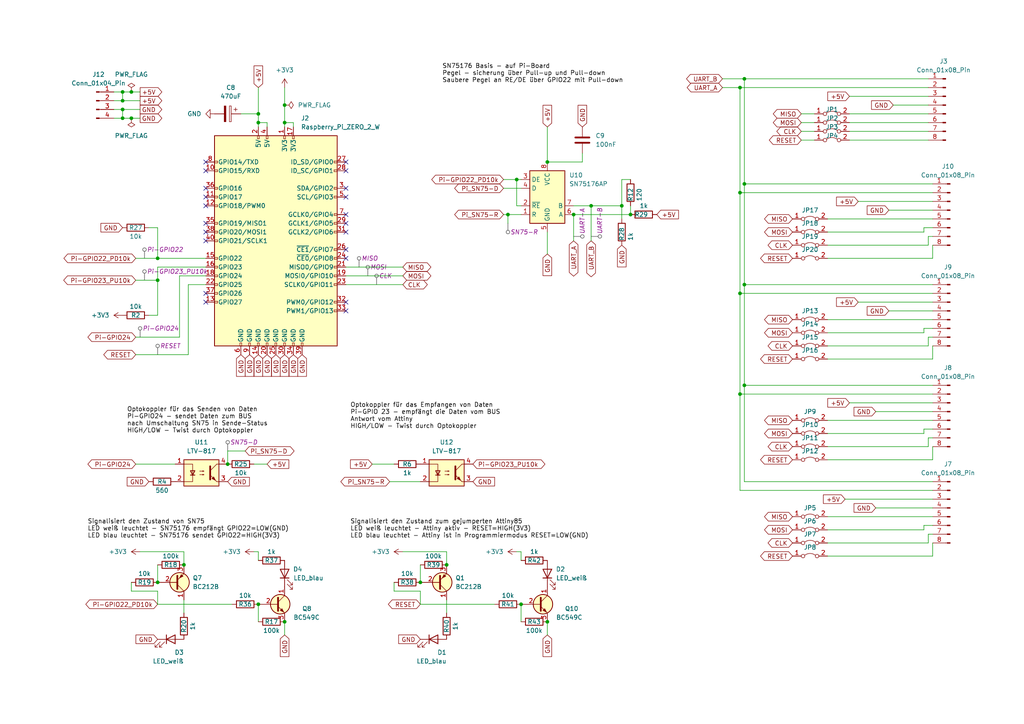
<source format=kicad_sch>
(kicad_sch (version 20230121) (generator eeschema)

  (uuid 3706449a-edc8-4508-96af-18e78067f01a)

  (paper "A4")

  (lib_symbols
    (symbol "Connector:Conn_01x04_Pin" (pin_names (offset 1.016) hide) (in_bom yes) (on_board yes)
      (property "Reference" "J" (at 0 5.08 0)
        (effects (font (size 1.27 1.27)))
      )
      (property "Value" "Conn_01x04_Pin" (at 0 -7.62 0)
        (effects (font (size 1.27 1.27)))
      )
      (property "Footprint" "" (at 0 0 0)
        (effects (font (size 1.27 1.27)) hide)
      )
      (property "Datasheet" "~" (at 0 0 0)
        (effects (font (size 1.27 1.27)) hide)
      )
      (property "ki_locked" "" (at 0 0 0)
        (effects (font (size 1.27 1.27)))
      )
      (property "ki_keywords" "connector" (at 0 0 0)
        (effects (font (size 1.27 1.27)) hide)
      )
      (property "ki_description" "Generic connector, single row, 01x04, script generated" (at 0 0 0)
        (effects (font (size 1.27 1.27)) hide)
      )
      (property "ki_fp_filters" "Connector*:*_1x??_*" (at 0 0 0)
        (effects (font (size 1.27 1.27)) hide)
      )
      (symbol "Conn_01x04_Pin_1_1"
        (polyline
          (pts
            (xy 1.27 -5.08)
            (xy 0.8636 -5.08)
          )
          (stroke (width 0.1524) (type default))
          (fill (type none))
        )
        (polyline
          (pts
            (xy 1.27 -2.54)
            (xy 0.8636 -2.54)
          )
          (stroke (width 0.1524) (type default))
          (fill (type none))
        )
        (polyline
          (pts
            (xy 1.27 0)
            (xy 0.8636 0)
          )
          (stroke (width 0.1524) (type default))
          (fill (type none))
        )
        (polyline
          (pts
            (xy 1.27 2.54)
            (xy 0.8636 2.54)
          )
          (stroke (width 0.1524) (type default))
          (fill (type none))
        )
        (rectangle (start 0.8636 -4.953) (end 0 -5.207)
          (stroke (width 0.1524) (type default))
          (fill (type outline))
        )
        (rectangle (start 0.8636 -2.413) (end 0 -2.667)
          (stroke (width 0.1524) (type default))
          (fill (type outline))
        )
        (rectangle (start 0.8636 0.127) (end 0 -0.127)
          (stroke (width 0.1524) (type default))
          (fill (type outline))
        )
        (rectangle (start 0.8636 2.667) (end 0 2.413)
          (stroke (width 0.1524) (type default))
          (fill (type outline))
        )
        (pin passive line (at 5.08 2.54 180) (length 3.81)
          (name "Pin_1" (effects (font (size 1.27 1.27))))
          (number "1" (effects (font (size 1.27 1.27))))
        )
        (pin passive line (at 5.08 0 180) (length 3.81)
          (name "Pin_2" (effects (font (size 1.27 1.27))))
          (number "2" (effects (font (size 1.27 1.27))))
        )
        (pin passive line (at 5.08 -2.54 180) (length 3.81)
          (name "Pin_3" (effects (font (size 1.27 1.27))))
          (number "3" (effects (font (size 1.27 1.27))))
        )
        (pin passive line (at 5.08 -5.08 180) (length 3.81)
          (name "Pin_4" (effects (font (size 1.27 1.27))))
          (number "4" (effects (font (size 1.27 1.27))))
        )
      )
    )
    (symbol "Connector:Conn_01x08_Pin" (pin_names (offset 1.016) hide) (in_bom yes) (on_board yes)
      (property "Reference" "J" (at 0 10.16 0)
        (effects (font (size 1.27 1.27)))
      )
      (property "Value" "Conn_01x08_Pin" (at 0 -12.7 0)
        (effects (font (size 1.27 1.27)))
      )
      (property "Footprint" "" (at 0 0 0)
        (effects (font (size 1.27 1.27)) hide)
      )
      (property "Datasheet" "~" (at 0 0 0)
        (effects (font (size 1.27 1.27)) hide)
      )
      (property "ki_locked" "" (at 0 0 0)
        (effects (font (size 1.27 1.27)))
      )
      (property "ki_keywords" "connector" (at 0 0 0)
        (effects (font (size 1.27 1.27)) hide)
      )
      (property "ki_description" "Generic connector, single row, 01x08, script generated" (at 0 0 0)
        (effects (font (size 1.27 1.27)) hide)
      )
      (property "ki_fp_filters" "Connector*:*_1x??_*" (at 0 0 0)
        (effects (font (size 1.27 1.27)) hide)
      )
      (symbol "Conn_01x08_Pin_1_1"
        (polyline
          (pts
            (xy 1.27 -10.16)
            (xy 0.8636 -10.16)
          )
          (stroke (width 0.1524) (type default))
          (fill (type none))
        )
        (polyline
          (pts
            (xy 1.27 -7.62)
            (xy 0.8636 -7.62)
          )
          (stroke (width 0.1524) (type default))
          (fill (type none))
        )
        (polyline
          (pts
            (xy 1.27 -5.08)
            (xy 0.8636 -5.08)
          )
          (stroke (width 0.1524) (type default))
          (fill (type none))
        )
        (polyline
          (pts
            (xy 1.27 -2.54)
            (xy 0.8636 -2.54)
          )
          (stroke (width 0.1524) (type default))
          (fill (type none))
        )
        (polyline
          (pts
            (xy 1.27 0)
            (xy 0.8636 0)
          )
          (stroke (width 0.1524) (type default))
          (fill (type none))
        )
        (polyline
          (pts
            (xy 1.27 2.54)
            (xy 0.8636 2.54)
          )
          (stroke (width 0.1524) (type default))
          (fill (type none))
        )
        (polyline
          (pts
            (xy 1.27 5.08)
            (xy 0.8636 5.08)
          )
          (stroke (width 0.1524) (type default))
          (fill (type none))
        )
        (polyline
          (pts
            (xy 1.27 7.62)
            (xy 0.8636 7.62)
          )
          (stroke (width 0.1524) (type default))
          (fill (type none))
        )
        (rectangle (start 0.8636 -10.033) (end 0 -10.287)
          (stroke (width 0.1524) (type default))
          (fill (type outline))
        )
        (rectangle (start 0.8636 -7.493) (end 0 -7.747)
          (stroke (width 0.1524) (type default))
          (fill (type outline))
        )
        (rectangle (start 0.8636 -4.953) (end 0 -5.207)
          (stroke (width 0.1524) (type default))
          (fill (type outline))
        )
        (rectangle (start 0.8636 -2.413) (end 0 -2.667)
          (stroke (width 0.1524) (type default))
          (fill (type outline))
        )
        (rectangle (start 0.8636 0.127) (end 0 -0.127)
          (stroke (width 0.1524) (type default))
          (fill (type outline))
        )
        (rectangle (start 0.8636 2.667) (end 0 2.413)
          (stroke (width 0.1524) (type default))
          (fill (type outline))
        )
        (rectangle (start 0.8636 5.207) (end 0 4.953)
          (stroke (width 0.1524) (type default))
          (fill (type outline))
        )
        (rectangle (start 0.8636 7.747) (end 0 7.493)
          (stroke (width 0.1524) (type default))
          (fill (type outline))
        )
        (pin passive line (at 5.08 7.62 180) (length 3.81)
          (name "Pin_1" (effects (font (size 1.27 1.27))))
          (number "1" (effects (font (size 1.27 1.27))))
        )
        (pin passive line (at 5.08 5.08 180) (length 3.81)
          (name "Pin_2" (effects (font (size 1.27 1.27))))
          (number "2" (effects (font (size 1.27 1.27))))
        )
        (pin passive line (at 5.08 2.54 180) (length 3.81)
          (name "Pin_3" (effects (font (size 1.27 1.27))))
          (number "3" (effects (font (size 1.27 1.27))))
        )
        (pin passive line (at 5.08 0 180) (length 3.81)
          (name "Pin_4" (effects (font (size 1.27 1.27))))
          (number "4" (effects (font (size 1.27 1.27))))
        )
        (pin passive line (at 5.08 -2.54 180) (length 3.81)
          (name "Pin_5" (effects (font (size 1.27 1.27))))
          (number "5" (effects (font (size 1.27 1.27))))
        )
        (pin passive line (at 5.08 -5.08 180) (length 3.81)
          (name "Pin_6" (effects (font (size 1.27 1.27))))
          (number "6" (effects (font (size 1.27 1.27))))
        )
        (pin passive line (at 5.08 -7.62 180) (length 3.81)
          (name "Pin_7" (effects (font (size 1.27 1.27))))
          (number "7" (effects (font (size 1.27 1.27))))
        )
        (pin passive line (at 5.08 -10.16 180) (length 3.81)
          (name "Pin_8" (effects (font (size 1.27 1.27))))
          (number "8" (effects (font (size 1.27 1.27))))
        )
      )
    )
    (symbol "Connector:Raspberry_Pi_2_3" (pin_names (offset 1.016)) (in_bom yes) (on_board yes)
      (property "Reference" "J" (at -17.78 31.75 0)
        (effects (font (size 1.27 1.27)) (justify left bottom))
      )
      (property "Value" "Raspberry_Pi_2_3" (at 10.16 -31.75 0)
        (effects (font (size 1.27 1.27)) (justify left top))
      )
      (property "Footprint" "" (at 0 0 0)
        (effects (font (size 1.27 1.27)) hide)
      )
      (property "Datasheet" "https://www.raspberrypi.org/documentation/hardware/raspberrypi/schematics/rpi_SCH_3bplus_1p0_reduced.pdf" (at 0 0 0)
        (effects (font (size 1.27 1.27)) hide)
      )
      (property "ki_keywords" "raspberrypi gpio" (at 0 0 0)
        (effects (font (size 1.27 1.27)) hide)
      )
      (property "ki_description" "expansion header for Raspberry Pi 2 & 3" (at 0 0 0)
        (effects (font (size 1.27 1.27)) hide)
      )
      (property "ki_fp_filters" "PinHeader*2x20*P2.54mm*Vertical* PinSocket*2x20*P2.54mm*Vertical*" (at 0 0 0)
        (effects (font (size 1.27 1.27)) hide)
      )
      (symbol "Raspberry_Pi_2_3_0_1"
        (rectangle (start -17.78 30.48) (end 17.78 -30.48)
          (stroke (width 0.254) (type default))
          (fill (type background))
        )
      )
      (symbol "Raspberry_Pi_2_3_1_1"
        (rectangle (start -16.891 -17.526) (end -17.78 -18.034)
          (stroke (width 0) (type default))
          (fill (type none))
        )
        (rectangle (start -16.891 -14.986) (end -17.78 -15.494)
          (stroke (width 0) (type default))
          (fill (type none))
        )
        (rectangle (start -16.891 -12.446) (end -17.78 -12.954)
          (stroke (width 0) (type default))
          (fill (type none))
        )
        (rectangle (start -16.891 -9.906) (end -17.78 -10.414)
          (stroke (width 0) (type default))
          (fill (type none))
        )
        (rectangle (start -16.891 -7.366) (end -17.78 -7.874)
          (stroke (width 0) (type default))
          (fill (type none))
        )
        (rectangle (start -16.891 -4.826) (end -17.78 -5.334)
          (stroke (width 0) (type default))
          (fill (type none))
        )
        (rectangle (start -16.891 0.254) (end -17.78 -0.254)
          (stroke (width 0) (type default))
          (fill (type none))
        )
        (rectangle (start -16.891 2.794) (end -17.78 2.286)
          (stroke (width 0) (type default))
          (fill (type none))
        )
        (rectangle (start -16.891 5.334) (end -17.78 4.826)
          (stroke (width 0) (type default))
          (fill (type none))
        )
        (rectangle (start -16.891 10.414) (end -17.78 9.906)
          (stroke (width 0) (type default))
          (fill (type none))
        )
        (rectangle (start -16.891 12.954) (end -17.78 12.446)
          (stroke (width 0) (type default))
          (fill (type none))
        )
        (rectangle (start -16.891 15.494) (end -17.78 14.986)
          (stroke (width 0) (type default))
          (fill (type none))
        )
        (rectangle (start -16.891 20.574) (end -17.78 20.066)
          (stroke (width 0) (type default))
          (fill (type none))
        )
        (rectangle (start -16.891 23.114) (end -17.78 22.606)
          (stroke (width 0) (type default))
          (fill (type none))
        )
        (rectangle (start -10.414 -29.591) (end -9.906 -30.48)
          (stroke (width 0) (type default))
          (fill (type none))
        )
        (rectangle (start -7.874 -29.591) (end -7.366 -30.48)
          (stroke (width 0) (type default))
          (fill (type none))
        )
        (rectangle (start -5.334 -29.591) (end -4.826 -30.48)
          (stroke (width 0) (type default))
          (fill (type none))
        )
        (rectangle (start -5.334 30.48) (end -4.826 29.591)
          (stroke (width 0) (type default))
          (fill (type none))
        )
        (rectangle (start -2.794 -29.591) (end -2.286 -30.48)
          (stroke (width 0) (type default))
          (fill (type none))
        )
        (rectangle (start -2.794 30.48) (end -2.286 29.591)
          (stroke (width 0) (type default))
          (fill (type none))
        )
        (rectangle (start -0.254 -29.591) (end 0.254 -30.48)
          (stroke (width 0) (type default))
          (fill (type none))
        )
        (rectangle (start 2.286 -29.591) (end 2.794 -30.48)
          (stroke (width 0) (type default))
          (fill (type none))
        )
        (rectangle (start 2.286 30.48) (end 2.794 29.591)
          (stroke (width 0) (type default))
          (fill (type none))
        )
        (rectangle (start 4.826 -29.591) (end 5.334 -30.48)
          (stroke (width 0) (type default))
          (fill (type none))
        )
        (rectangle (start 4.826 30.48) (end 5.334 29.591)
          (stroke (width 0) (type default))
          (fill (type none))
        )
        (rectangle (start 7.366 -29.591) (end 7.874 -30.48)
          (stroke (width 0) (type default))
          (fill (type none))
        )
        (rectangle (start 17.78 -20.066) (end 16.891 -20.574)
          (stroke (width 0) (type default))
          (fill (type none))
        )
        (rectangle (start 17.78 -17.526) (end 16.891 -18.034)
          (stroke (width 0) (type default))
          (fill (type none))
        )
        (rectangle (start 17.78 -12.446) (end 16.891 -12.954)
          (stroke (width 0) (type default))
          (fill (type none))
        )
        (rectangle (start 17.78 -9.906) (end 16.891 -10.414)
          (stroke (width 0) (type default))
          (fill (type none))
        )
        (rectangle (start 17.78 -7.366) (end 16.891 -7.874)
          (stroke (width 0) (type default))
          (fill (type none))
        )
        (rectangle (start 17.78 -4.826) (end 16.891 -5.334)
          (stroke (width 0) (type default))
          (fill (type none))
        )
        (rectangle (start 17.78 -2.286) (end 16.891 -2.794)
          (stroke (width 0) (type default))
          (fill (type none))
        )
        (rectangle (start 17.78 2.794) (end 16.891 2.286)
          (stroke (width 0) (type default))
          (fill (type none))
        )
        (rectangle (start 17.78 5.334) (end 16.891 4.826)
          (stroke (width 0) (type default))
          (fill (type none))
        )
        (rectangle (start 17.78 7.874) (end 16.891 7.366)
          (stroke (width 0) (type default))
          (fill (type none))
        )
        (rectangle (start 17.78 12.954) (end 16.891 12.446)
          (stroke (width 0) (type default))
          (fill (type none))
        )
        (rectangle (start 17.78 15.494) (end 16.891 14.986)
          (stroke (width 0) (type default))
          (fill (type none))
        )
        (rectangle (start 17.78 20.574) (end 16.891 20.066)
          (stroke (width 0) (type default))
          (fill (type none))
        )
        (rectangle (start 17.78 23.114) (end 16.891 22.606)
          (stroke (width 0) (type default))
          (fill (type none))
        )
        (pin power_in line (at 2.54 33.02 270) (length 2.54)
          (name "3V3" (effects (font (size 1.27 1.27))))
          (number "1" (effects (font (size 1.27 1.27))))
        )
        (pin bidirectional line (at -20.32 20.32 0) (length 2.54)
          (name "GPIO15/RXD" (effects (font (size 1.27 1.27))))
          (number "10" (effects (font (size 1.27 1.27))))
        )
        (pin bidirectional line (at -20.32 12.7 0) (length 2.54)
          (name "GPIO17" (effects (font (size 1.27 1.27))))
          (number "11" (effects (font (size 1.27 1.27))))
        )
        (pin bidirectional line (at -20.32 10.16 0) (length 2.54)
          (name "GPIO18/PWM0" (effects (font (size 1.27 1.27))))
          (number "12" (effects (font (size 1.27 1.27))))
        )
        (pin bidirectional line (at -20.32 -17.78 0) (length 2.54)
          (name "GPIO27" (effects (font (size 1.27 1.27))))
          (number "13" (effects (font (size 1.27 1.27))))
        )
        (pin power_in line (at -5.08 -33.02 90) (length 2.54)
          (name "GND" (effects (font (size 1.27 1.27))))
          (number "14" (effects (font (size 1.27 1.27))))
        )
        (pin bidirectional line (at -20.32 -5.08 0) (length 2.54)
          (name "GPIO22" (effects (font (size 1.27 1.27))))
          (number "15" (effects (font (size 1.27 1.27))))
        )
        (pin bidirectional line (at -20.32 -7.62 0) (length 2.54)
          (name "GPIO23" (effects (font (size 1.27 1.27))))
          (number "16" (effects (font (size 1.27 1.27))))
        )
        (pin power_in line (at 5.08 33.02 270) (length 2.54)
          (name "3V3" (effects (font (size 1.27 1.27))))
          (number "17" (effects (font (size 1.27 1.27))))
        )
        (pin bidirectional line (at -20.32 -10.16 0) (length 2.54)
          (name "GPIO24" (effects (font (size 1.27 1.27))))
          (number "18" (effects (font (size 1.27 1.27))))
        )
        (pin bidirectional line (at 20.32 -10.16 180) (length 2.54)
          (name "MOSI0/GPIO10" (effects (font (size 1.27 1.27))))
          (number "19" (effects (font (size 1.27 1.27))))
        )
        (pin power_in line (at -5.08 33.02 270) (length 2.54)
          (name "5V" (effects (font (size 1.27 1.27))))
          (number "2" (effects (font (size 1.27 1.27))))
        )
        (pin power_in line (at -2.54 -33.02 90) (length 2.54)
          (name "GND" (effects (font (size 1.27 1.27))))
          (number "20" (effects (font (size 1.27 1.27))))
        )
        (pin bidirectional line (at 20.32 -7.62 180) (length 2.54)
          (name "MISO0/GPIO9" (effects (font (size 1.27 1.27))))
          (number "21" (effects (font (size 1.27 1.27))))
        )
        (pin bidirectional line (at -20.32 -12.7 0) (length 2.54)
          (name "GPIO25" (effects (font (size 1.27 1.27))))
          (number "22" (effects (font (size 1.27 1.27))))
        )
        (pin bidirectional line (at 20.32 -12.7 180) (length 2.54)
          (name "SCLK0/GPIO11" (effects (font (size 1.27 1.27))))
          (number "23" (effects (font (size 1.27 1.27))))
        )
        (pin bidirectional line (at 20.32 -5.08 180) (length 2.54)
          (name "~{CE0}/GPIO8" (effects (font (size 1.27 1.27))))
          (number "24" (effects (font (size 1.27 1.27))))
        )
        (pin power_in line (at 0 -33.02 90) (length 2.54)
          (name "GND" (effects (font (size 1.27 1.27))))
          (number "25" (effects (font (size 1.27 1.27))))
        )
        (pin bidirectional line (at 20.32 -2.54 180) (length 2.54)
          (name "~{CE1}/GPIO7" (effects (font (size 1.27 1.27))))
          (number "26" (effects (font (size 1.27 1.27))))
        )
        (pin bidirectional line (at 20.32 22.86 180) (length 2.54)
          (name "ID_SD/GPIO0" (effects (font (size 1.27 1.27))))
          (number "27" (effects (font (size 1.27 1.27))))
        )
        (pin bidirectional line (at 20.32 20.32 180) (length 2.54)
          (name "ID_SC/GPIO1" (effects (font (size 1.27 1.27))))
          (number "28" (effects (font (size 1.27 1.27))))
        )
        (pin bidirectional line (at 20.32 5.08 180) (length 2.54)
          (name "GCLK1/GPIO5" (effects (font (size 1.27 1.27))))
          (number "29" (effects (font (size 1.27 1.27))))
        )
        (pin bidirectional line (at 20.32 15.24 180) (length 2.54)
          (name "SDA/GPIO2" (effects (font (size 1.27 1.27))))
          (number "3" (effects (font (size 1.27 1.27))))
        )
        (pin power_in line (at 2.54 -33.02 90) (length 2.54)
          (name "GND" (effects (font (size 1.27 1.27))))
          (number "30" (effects (font (size 1.27 1.27))))
        )
        (pin bidirectional line (at 20.32 2.54 180) (length 2.54)
          (name "GCLK2/GPIO6" (effects (font (size 1.27 1.27))))
          (number "31" (effects (font (size 1.27 1.27))))
        )
        (pin bidirectional line (at 20.32 -17.78 180) (length 2.54)
          (name "PWM0/GPIO12" (effects (font (size 1.27 1.27))))
          (number "32" (effects (font (size 1.27 1.27))))
        )
        (pin bidirectional line (at 20.32 -20.32 180) (length 2.54)
          (name "PWM1/GPIO13" (effects (font (size 1.27 1.27))))
          (number "33" (effects (font (size 1.27 1.27))))
        )
        (pin power_in line (at 5.08 -33.02 90) (length 2.54)
          (name "GND" (effects (font (size 1.27 1.27))))
          (number "34" (effects (font (size 1.27 1.27))))
        )
        (pin bidirectional line (at -20.32 5.08 0) (length 2.54)
          (name "GPIO19/MISO1" (effects (font (size 1.27 1.27))))
          (number "35" (effects (font (size 1.27 1.27))))
        )
        (pin bidirectional line (at -20.32 15.24 0) (length 2.54)
          (name "GPIO16" (effects (font (size 1.27 1.27))))
          (number "36" (effects (font (size 1.27 1.27))))
        )
        (pin bidirectional line (at -20.32 -15.24 0) (length 2.54)
          (name "GPIO26" (effects (font (size 1.27 1.27))))
          (number "37" (effects (font (size 1.27 1.27))))
        )
        (pin bidirectional line (at -20.32 2.54 0) (length 2.54)
          (name "GPIO20/MOSI1" (effects (font (size 1.27 1.27))))
          (number "38" (effects (font (size 1.27 1.27))))
        )
        (pin power_in line (at 7.62 -33.02 90) (length 2.54)
          (name "GND" (effects (font (size 1.27 1.27))))
          (number "39" (effects (font (size 1.27 1.27))))
        )
        (pin power_in line (at -2.54 33.02 270) (length 2.54)
          (name "5V" (effects (font (size 1.27 1.27))))
          (number "4" (effects (font (size 1.27 1.27))))
        )
        (pin bidirectional line (at -20.32 0 0) (length 2.54)
          (name "GPIO21/SCLK1" (effects (font (size 1.27 1.27))))
          (number "40" (effects (font (size 1.27 1.27))))
        )
        (pin bidirectional line (at 20.32 12.7 180) (length 2.54)
          (name "SCL/GPIO3" (effects (font (size 1.27 1.27))))
          (number "5" (effects (font (size 1.27 1.27))))
        )
        (pin power_in line (at -10.16 -33.02 90) (length 2.54)
          (name "GND" (effects (font (size 1.27 1.27))))
          (number "6" (effects (font (size 1.27 1.27))))
        )
        (pin bidirectional line (at 20.32 7.62 180) (length 2.54)
          (name "GCLK0/GPIO4" (effects (font (size 1.27 1.27))))
          (number "7" (effects (font (size 1.27 1.27))))
        )
        (pin bidirectional line (at -20.32 22.86 0) (length 2.54)
          (name "GPIO14/TXD" (effects (font (size 1.27 1.27))))
          (number "8" (effects (font (size 1.27 1.27))))
        )
        (pin power_in line (at -7.62 -33.02 90) (length 2.54)
          (name "GND" (effects (font (size 1.27 1.27))))
          (number "9" (effects (font (size 1.27 1.27))))
        )
      )
    )
    (symbol "Device:C_Polarized" (pin_numbers hide) (pin_names (offset 0.254)) (in_bom yes) (on_board yes)
      (property "Reference" "C" (at 0.635 2.54 0)
        (effects (font (size 1.27 1.27)) (justify left))
      )
      (property "Value" "C_Polarized" (at 0.635 -2.54 0)
        (effects (font (size 1.27 1.27)) (justify left))
      )
      (property "Footprint" "" (at 0.9652 -3.81 0)
        (effects (font (size 1.27 1.27)) hide)
      )
      (property "Datasheet" "~" (at 0 0 0)
        (effects (font (size 1.27 1.27)) hide)
      )
      (property "ki_keywords" "cap capacitor" (at 0 0 0)
        (effects (font (size 1.27 1.27)) hide)
      )
      (property "ki_description" "Polarized capacitor" (at 0 0 0)
        (effects (font (size 1.27 1.27)) hide)
      )
      (property "ki_fp_filters" "CP_*" (at 0 0 0)
        (effects (font (size 1.27 1.27)) hide)
      )
      (symbol "C_Polarized_0_1"
        (rectangle (start -2.286 0.508) (end 2.286 1.016)
          (stroke (width 0) (type default))
          (fill (type none))
        )
        (polyline
          (pts
            (xy -1.778 2.286)
            (xy -0.762 2.286)
          )
          (stroke (width 0) (type default))
          (fill (type none))
        )
        (polyline
          (pts
            (xy -1.27 2.794)
            (xy -1.27 1.778)
          )
          (stroke (width 0) (type default))
          (fill (type none))
        )
        (rectangle (start 2.286 -0.508) (end -2.286 -1.016)
          (stroke (width 0) (type default))
          (fill (type outline))
        )
      )
      (symbol "C_Polarized_1_1"
        (pin passive line (at 0 3.81 270) (length 2.794)
          (name "~" (effects (font (size 1.27 1.27))))
          (number "1" (effects (font (size 1.27 1.27))))
        )
        (pin passive line (at 0 -3.81 90) (length 2.794)
          (name "~" (effects (font (size 1.27 1.27))))
          (number "2" (effects (font (size 1.27 1.27))))
        )
      )
    )
    (symbol "Device:LED" (pin_numbers hide) (pin_names (offset 1.016) hide) (in_bom yes) (on_board yes)
      (property "Reference" "D" (at 0 2.54 0)
        (effects (font (size 1.27 1.27)))
      )
      (property "Value" "LED" (at 0 -2.54 0)
        (effects (font (size 1.27 1.27)))
      )
      (property "Footprint" "" (at 0 0 0)
        (effects (font (size 1.27 1.27)) hide)
      )
      (property "Datasheet" "~" (at 0 0 0)
        (effects (font (size 1.27 1.27)) hide)
      )
      (property "ki_keywords" "LED diode" (at 0 0 0)
        (effects (font (size 1.27 1.27)) hide)
      )
      (property "ki_description" "Light emitting diode" (at 0 0 0)
        (effects (font (size 1.27 1.27)) hide)
      )
      (property "ki_fp_filters" "LED* LED_SMD:* LED_THT:*" (at 0 0 0)
        (effects (font (size 1.27 1.27)) hide)
      )
      (symbol "LED_0_1"
        (polyline
          (pts
            (xy -1.27 -1.27)
            (xy -1.27 1.27)
          )
          (stroke (width 0.254) (type default))
          (fill (type none))
        )
        (polyline
          (pts
            (xy -1.27 0)
            (xy 1.27 0)
          )
          (stroke (width 0) (type default))
          (fill (type none))
        )
        (polyline
          (pts
            (xy 1.27 -1.27)
            (xy 1.27 1.27)
            (xy -1.27 0)
            (xy 1.27 -1.27)
          )
          (stroke (width 0.254) (type default))
          (fill (type none))
        )
        (polyline
          (pts
            (xy -3.048 -0.762)
            (xy -4.572 -2.286)
            (xy -3.81 -2.286)
            (xy -4.572 -2.286)
            (xy -4.572 -1.524)
          )
          (stroke (width 0) (type default))
          (fill (type none))
        )
        (polyline
          (pts
            (xy -1.778 -0.762)
            (xy -3.302 -2.286)
            (xy -2.54 -2.286)
            (xy -3.302 -2.286)
            (xy -3.302 -1.524)
          )
          (stroke (width 0) (type default))
          (fill (type none))
        )
      )
      (symbol "LED_1_1"
        (pin passive line (at -3.81 0 0) (length 2.54)
          (name "K" (effects (font (size 1.27 1.27))))
          (number "1" (effects (font (size 1.27 1.27))))
        )
        (pin passive line (at 3.81 0 180) (length 2.54)
          (name "A" (effects (font (size 1.27 1.27))))
          (number "2" (effects (font (size 1.27 1.27))))
        )
      )
    )
    (symbol "Device:R" (pin_numbers hide) (pin_names (offset 0)) (in_bom yes) (on_board yes)
      (property "Reference" "R" (at 2.032 0 90)
        (effects (font (size 1.27 1.27)))
      )
      (property "Value" "R" (at 0 0 90)
        (effects (font (size 1.27 1.27)))
      )
      (property "Footprint" "" (at -1.778 0 90)
        (effects (font (size 1.27 1.27)) hide)
      )
      (property "Datasheet" "~" (at 0 0 0)
        (effects (font (size 1.27 1.27)) hide)
      )
      (property "ki_keywords" "R res resistor" (at 0 0 0)
        (effects (font (size 1.27 1.27)) hide)
      )
      (property "ki_description" "Resistor" (at 0 0 0)
        (effects (font (size 1.27 1.27)) hide)
      )
      (property "ki_fp_filters" "R_*" (at 0 0 0)
        (effects (font (size 1.27 1.27)) hide)
      )
      (symbol "R_0_1"
        (rectangle (start -1.016 -2.54) (end 1.016 2.54)
          (stroke (width 0.254) (type default))
          (fill (type none))
        )
      )
      (symbol "R_1_1"
        (pin passive line (at 0 3.81 270) (length 1.27)
          (name "~" (effects (font (size 1.27 1.27))))
          (number "1" (effects (font (size 1.27 1.27))))
        )
        (pin passive line (at 0 -3.81 90) (length 1.27)
          (name "~" (effects (font (size 1.27 1.27))))
          (number "2" (effects (font (size 1.27 1.27))))
        )
      )
    )
    (symbol "Interface_UART:SN75176AP" (in_bom yes) (on_board yes)
      (property "Reference" "U" (at -4.318 8.89 0)
        (effects (font (size 1.27 1.27)))
      )
      (property "Value" "SN75176AP" (at 1.016 8.89 0)
        (effects (font (size 1.27 1.27)) (justify left))
      )
      (property "Footprint" "Package_DIP:DIP-8_W7.62mm" (at 0 -12.7 0)
        (effects (font (size 1.27 1.27)) hide)
      )
      (property "Datasheet" "http://www.ti.com/lit/ds/symlink/sn75176a.pdf" (at 40.64 -5.08 0)
        (effects (font (size 1.27 1.27)) hide)
      )
      (property "ki_keywords" "Differential bus transceiver" (at 0 0 0)
        (effects (font (size 1.27 1.27)) hide)
      )
      (property "ki_description" "Differential RS-422/RS-485 bus transceiver, DIP-8" (at 0 0 0)
        (effects (font (size 1.27 1.27)) hide)
      )
      (property "ki_fp_filters" "DIP*W7.62mm*" (at 0 0 0)
        (effects (font (size 1.27 1.27)) hide)
      )
      (symbol "SN75176AP_0_1"
        (rectangle (start -5.08 7.62) (end 5.08 -7.62)
          (stroke (width 0.254) (type default))
          (fill (type background))
        )
      )
      (symbol "SN75176AP_1_1"
        (pin output line (at -7.62 -5.08 0) (length 2.54)
          (name "R" (effects (font (size 1.27 1.27))))
          (number "1" (effects (font (size 1.27 1.27))))
        )
        (pin input line (at -7.62 -2.54 0) (length 2.54)
          (name "~{RE}" (effects (font (size 1.27 1.27))))
          (number "2" (effects (font (size 1.27 1.27))))
        )
        (pin input line (at -7.62 5.08 0) (length 2.54)
          (name "DE" (effects (font (size 1.27 1.27))))
          (number "3" (effects (font (size 1.27 1.27))))
        )
        (pin input line (at -7.62 2.54 0) (length 2.54)
          (name "D" (effects (font (size 1.27 1.27))))
          (number "4" (effects (font (size 1.27 1.27))))
        )
        (pin power_in line (at 0 -10.16 90) (length 2.54)
          (name "GND" (effects (font (size 1.27 1.27))))
          (number "5" (effects (font (size 1.27 1.27))))
        )
        (pin bidirectional line (at 7.62 -5.08 180) (length 2.54)
          (name "A" (effects (font (size 1.27 1.27))))
          (number "6" (effects (font (size 1.27 1.27))))
        )
        (pin bidirectional line (at 7.62 -2.54 180) (length 2.54)
          (name "B" (effects (font (size 1.27 1.27))))
          (number "7" (effects (font (size 1.27 1.27))))
        )
        (pin power_in line (at 0 10.16 270) (length 2.54)
          (name "VCC" (effects (font (size 1.27 1.27))))
          (number "8" (effects (font (size 1.27 1.27))))
        )
      )
    )
    (symbol "Isolator:LTV-817" (pin_names (offset 1.016)) (in_bom yes) (on_board yes)
      (property "Reference" "U" (at -5.08 5.08 0)
        (effects (font (size 1.27 1.27)) (justify left))
      )
      (property "Value" "LTV-817" (at 0 5.08 0)
        (effects (font (size 1.27 1.27)) (justify left))
      )
      (property "Footprint" "Package_DIP:DIP-4_W7.62mm" (at -5.08 -5.08 0)
        (effects (font (size 1.27 1.27) italic) (justify left) hide)
      )
      (property "Datasheet" "http://www.us.liteon.com/downloads/LTV-817-827-847.PDF" (at 0 -2.54 0)
        (effects (font (size 1.27 1.27)) (justify left) hide)
      )
      (property "ki_keywords" "NPN DC Optocoupler" (at 0 0 0)
        (effects (font (size 1.27 1.27)) hide)
      )
      (property "ki_description" "DC Optocoupler, Vce 35V, CTR 50%, DIP-4" (at 0 0 0)
        (effects (font (size 1.27 1.27)) hide)
      )
      (property "ki_fp_filters" "DIP*W7.62mm*" (at 0 0 0)
        (effects (font (size 1.27 1.27)) hide)
      )
      (symbol "LTV-817_0_1"
        (rectangle (start -5.08 3.81) (end 5.08 -3.81)
          (stroke (width 0.254) (type default))
          (fill (type background))
        )
        (polyline
          (pts
            (xy -3.175 -0.635)
            (xy -1.905 -0.635)
          )
          (stroke (width 0.254) (type default))
          (fill (type none))
        )
        (polyline
          (pts
            (xy 2.54 0.635)
            (xy 4.445 2.54)
          )
          (stroke (width 0) (type default))
          (fill (type none))
        )
        (polyline
          (pts
            (xy 4.445 -2.54)
            (xy 2.54 -0.635)
          )
          (stroke (width 0) (type default))
          (fill (type outline))
        )
        (polyline
          (pts
            (xy 4.445 -2.54)
            (xy 5.08 -2.54)
          )
          (stroke (width 0) (type default))
          (fill (type none))
        )
        (polyline
          (pts
            (xy 4.445 2.54)
            (xy 5.08 2.54)
          )
          (stroke (width 0) (type default))
          (fill (type none))
        )
        (polyline
          (pts
            (xy -5.08 2.54)
            (xy -2.54 2.54)
            (xy -2.54 -0.762)
          )
          (stroke (width 0) (type default))
          (fill (type none))
        )
        (polyline
          (pts
            (xy -2.54 -0.635)
            (xy -2.54 -2.54)
            (xy -5.08 -2.54)
          )
          (stroke (width 0) (type default))
          (fill (type none))
        )
        (polyline
          (pts
            (xy 2.54 1.905)
            (xy 2.54 -1.905)
            (xy 2.54 -1.905)
          )
          (stroke (width 0.508) (type default))
          (fill (type none))
        )
        (polyline
          (pts
            (xy -2.54 -0.635)
            (xy -3.175 0.635)
            (xy -1.905 0.635)
            (xy -2.54 -0.635)
          )
          (stroke (width 0.254) (type default))
          (fill (type none))
        )
        (polyline
          (pts
            (xy -0.508 -0.508)
            (xy 0.762 -0.508)
            (xy 0.381 -0.635)
            (xy 0.381 -0.381)
            (xy 0.762 -0.508)
          )
          (stroke (width 0) (type default))
          (fill (type none))
        )
        (polyline
          (pts
            (xy -0.508 0.508)
            (xy 0.762 0.508)
            (xy 0.381 0.381)
            (xy 0.381 0.635)
            (xy 0.762 0.508)
          )
          (stroke (width 0) (type default))
          (fill (type none))
        )
        (polyline
          (pts
            (xy 3.048 -1.651)
            (xy 3.556 -1.143)
            (xy 4.064 -2.159)
            (xy 3.048 -1.651)
            (xy 3.048 -1.651)
          )
          (stroke (width 0) (type default))
          (fill (type outline))
        )
      )
      (symbol "LTV-817_1_1"
        (pin passive line (at -7.62 2.54 0) (length 2.54)
          (name "~" (effects (font (size 1.27 1.27))))
          (number "1" (effects (font (size 1.27 1.27))))
        )
        (pin passive line (at -7.62 -2.54 0) (length 2.54)
          (name "~" (effects (font (size 1.27 1.27))))
          (number "2" (effects (font (size 1.27 1.27))))
        )
        (pin passive line (at 7.62 -2.54 180) (length 2.54)
          (name "~" (effects (font (size 1.27 1.27))))
          (number "3" (effects (font (size 1.27 1.27))))
        )
        (pin passive line (at 7.62 2.54 180) (length 2.54)
          (name "~" (effects (font (size 1.27 1.27))))
          (number "4" (effects (font (size 1.27 1.27))))
        )
      )
    )
    (symbol "Jumper:Jumper_2_Bridged" (pin_names (offset 0) hide) (in_bom yes) (on_board yes)
      (property "Reference" "JP" (at 0 1.905 0)
        (effects (font (size 1.27 1.27)))
      )
      (property "Value" "Jumper_2_Bridged" (at 0 -2.54 0)
        (effects (font (size 1.27 1.27)))
      )
      (property "Footprint" "" (at 0 0 0)
        (effects (font (size 1.27 1.27)) hide)
      )
      (property "Datasheet" "~" (at 0 0 0)
        (effects (font (size 1.27 1.27)) hide)
      )
      (property "ki_keywords" "Jumper SPST" (at 0 0 0)
        (effects (font (size 1.27 1.27)) hide)
      )
      (property "ki_description" "Jumper, 2-pole, closed/bridged" (at 0 0 0)
        (effects (font (size 1.27 1.27)) hide)
      )
      (property "ki_fp_filters" "Jumper* TestPoint*2Pads* TestPoint*Bridge*" (at 0 0 0)
        (effects (font (size 1.27 1.27)) hide)
      )
      (symbol "Jumper_2_Bridged_0_0"
        (circle (center -2.032 0) (radius 0.508)
          (stroke (width 0) (type default))
          (fill (type none))
        )
        (circle (center 2.032 0) (radius 0.508)
          (stroke (width 0) (type default))
          (fill (type none))
        )
      )
      (symbol "Jumper_2_Bridged_0_1"
        (arc (start 1.524 0.254) (mid 0 0.762) (end -1.524 0.254)
          (stroke (width 0) (type default))
          (fill (type none))
        )
      )
      (symbol "Jumper_2_Bridged_1_1"
        (pin passive line (at -5.08 0 0) (length 2.54)
          (name "A" (effects (font (size 1.27 1.27))))
          (number "1" (effects (font (size 1.27 1.27))))
        )
        (pin passive line (at 5.08 0 180) (length 2.54)
          (name "B" (effects (font (size 1.27 1.27))))
          (number "2" (effects (font (size 1.27 1.27))))
        )
      )
    )
    (symbol "PCM_Capacitor_AKL:C_Disc_D6.0mm_W4.4mm_P5.00mm" (pin_numbers hide) (pin_names (offset 0.254)) (in_bom yes) (on_board yes)
      (property "Reference" "C" (at 0.635 2.54 0)
        (effects (font (size 1.27 1.27)) (justify left))
      )
      (property "Value" "C_Disc_D6.0mm_W4.4mm_P5.00mm" (at 0.635 -2.54 0)
        (effects (font (size 1.27 1.27)) (justify left))
      )
      (property "Footprint" "Capacitor_THT_AKL:C_Disc_D6.0mm_W4.4mm_P5.00mm" (at 0.9652 -3.81 0)
        (effects (font (size 1.27 1.27)) hide)
      )
      (property "Datasheet" "~" (at 0 0 0)
        (effects (font (size 1.27 1.27)) hide)
      )
      (property "ki_keywords" "cap capacitor tht ceramic disc 6x4.4mm 5.00mm" (at 0 0 0)
        (effects (font (size 1.27 1.27)) hide)
      )
      (property "ki_description" "THT Ceramic Disc Capacitor, 6.0mm Diameter, 4.4mm Width, 5.00mm Pitch, Alternate KiCad Library" (at 0 0 0)
        (effects (font (size 1.27 1.27)) hide)
      )
      (property "ki_fp_filters" "C_*" (at 0 0 0)
        (effects (font (size 1.27 1.27)) hide)
      )
      (symbol "C_Disc_D6.0mm_W4.4mm_P5.00mm_0_1"
        (polyline
          (pts
            (xy -2.032 -0.762)
            (xy 2.032 -0.762)
          )
          (stroke (width 0.508) (type default))
          (fill (type none))
        )
        (polyline
          (pts
            (xy -2.032 0.762)
            (xy 2.032 0.762)
          )
          (stroke (width 0.508) (type default))
          (fill (type none))
        )
      )
      (symbol "C_Disc_D6.0mm_W4.4mm_P5.00mm_1_1"
        (pin passive line (at 0 3.81 270) (length 2.794)
          (name "~" (effects (font (size 1.27 1.27))))
          (number "1" (effects (font (size 1.27 1.27))))
        )
        (pin passive line (at 0 -3.81 90) (length 2.794)
          (name "~" (effects (font (size 1.27 1.27))))
          (number "2" (effects (font (size 1.27 1.27))))
        )
      )
    )
    (symbol "PCM_Transistor_BJT_AKL:BC327" (pin_names hide) (in_bom yes) (on_board yes)
      (property "Reference" "Q" (at 5.08 1.27 0)
        (effects (font (size 1.27 1.27)) (justify left))
      )
      (property "Value" "BC327" (at 5.08 -1.27 0)
        (effects (font (size 1.27 1.27)) (justify left))
      )
      (property "Footprint" "Package_TO_SOT_THT_AKL:TO-92_Inline_Wide_CBE" (at 5.08 -2.54 0)
        (effects (font (size 1.27 1.27)) hide)
      )
      (property "Datasheet" "https://www.tme.eu/Document/9bf4a8e3d3c087ad30340073afe293d8/BC327.pdf" (at 0 0 0)
        (effects (font (size 1.27 1.27)) hide)
      )
      (property "ki_keywords" "transistor PNP BC327" (at 0 0 0)
        (effects (font (size 1.27 1.27)) hide)
      )
      (property "ki_description" "PNP TO-92 transistor, 45V, 0.8A, 625mW, Complementary to BC337, Alternate KiCAD Library" (at 0 0 0)
        (effects (font (size 1.27 1.27)) hide)
      )
      (symbol "BC327_0_1"
        (polyline
          (pts
            (xy 0.635 -0.635)
            (xy 2.54 -2.54)
          )
          (stroke (width 0) (type default))
          (fill (type none))
        )
        (polyline
          (pts
            (xy 0.635 -1.905)
            (xy 0.635 1.905)
            (xy 0.635 1.905)
          )
          (stroke (width 0.508) (type default))
          (fill (type none))
        )
        (polyline
          (pts
            (xy 0.635 0.635)
            (xy 2.54 2.54)
            (xy 2.54 2.54)
          )
          (stroke (width 0) (type default))
          (fill (type none))
        )
        (polyline
          (pts
            (xy 2.286 1.778)
            (xy 1.778 2.286)
            (xy 1.27 1.27)
            (xy 2.286 1.778)
            (xy 2.286 1.778)
          )
          (stroke (width 0) (type default))
          (fill (type outline))
        )
        (circle (center 1.27 0) (radius 2.8194)
          (stroke (width 0.254) (type default))
          (fill (type background))
        )
      )
      (symbol "BC327_1_1"
        (pin passive line (at 2.54 -5.08 90) (length 2.54)
          (name "C" (effects (font (size 1.27 1.27))))
          (number "1" (effects (font (size 1.27 1.27))))
        )
        (pin input line (at -5.08 0 0) (length 5.715)
          (name "B" (effects (font (size 1.27 1.27))))
          (number "2" (effects (font (size 1.27 1.27))))
        )
        (pin passive line (at 2.54 5.08 270) (length 2.54)
          (name "E" (effects (font (size 1.27 1.27))))
          (number "3" (effects (font (size 1.27 1.27))))
        )
      )
    )
    (symbol "PCM_Transistor_BJT_AKL:BC549C" (pin_names hide) (in_bom yes) (on_board yes)
      (property "Reference" "Q" (at 5.08 1.27 0)
        (effects (font (size 1.27 1.27)) (justify left))
      )
      (property "Value" "BC549C" (at 5.08 -1.27 0)
        (effects (font (size 1.27 1.27)) (justify left))
      )
      (property "Footprint" "Package_TO_SOT_THT_AKL:TO-92_Inline_Wide_CBE" (at 5.08 2.54 0)
        (effects (font (size 1.27 1.27)) hide)
      )
      (property "Datasheet" "https://www.tme.eu/Document/6c5d898a533a0762c2bc33eb26c283a8/BC546-550-DTE.pdf" (at 0 0 0)
        (effects (font (size 1.27 1.27)) hide)
      )
      (property "ki_keywords" "transistor NPN BC549" (at 0 0 0)
        (effects (font (size 1.27 1.27)) hide)
      )
      (property "ki_description" "NPN TO-92 low noise transistor, 30V, 100mA, 500mW, Complementary to BC559, Alternate KiCAD Library" (at 0 0 0)
        (effects (font (size 1.27 1.27)) hide)
      )
      (symbol "BC549C_0_1"
        (polyline
          (pts
            (xy 0.635 0.635)
            (xy 2.54 2.54)
          )
          (stroke (width 0) (type default))
          (fill (type none))
        )
        (polyline
          (pts
            (xy 0.635 -0.635)
            (xy 2.54 -2.54)
            (xy 2.54 -2.54)
          )
          (stroke (width 0) (type default))
          (fill (type none))
        )
        (polyline
          (pts
            (xy 0.635 1.905)
            (xy 0.635 -1.905)
            (xy 0.635 -1.905)
          )
          (stroke (width 0.508) (type default))
          (fill (type none))
        )
        (polyline
          (pts
            (xy 1.27 -1.778)
            (xy 1.778 -1.27)
            (xy 2.286 -2.286)
            (xy 1.27 -1.778)
            (xy 1.27 -1.778)
          )
          (stroke (width 0) (type default))
          (fill (type outline))
        )
        (circle (center 1.27 0) (radius 2.8194)
          (stroke (width 0.254) (type default))
          (fill (type background))
        )
      )
      (symbol "BC549C_1_1"
        (pin passive line (at 2.54 5.08 270) (length 2.54)
          (name "C" (effects (font (size 1.27 1.27))))
          (number "1" (effects (font (size 1.27 1.27))))
        )
        (pin input line (at -5.08 0 0) (length 5.715)
          (name "B" (effects (font (size 1.27 1.27))))
          (number "2" (effects (font (size 1.27 1.27))))
        )
        (pin passive line (at 2.54 -5.08 90) (length 2.54)
          (name "E" (effects (font (size 1.27 1.27))))
          (number "3" (effects (font (size 1.27 1.27))))
        )
      )
    )
    (symbol "power:+3V3" (power) (pin_names (offset 0)) (in_bom yes) (on_board yes)
      (property "Reference" "#PWR" (at 0 -3.81 0)
        (effects (font (size 1.27 1.27)) hide)
      )
      (property "Value" "+3V3" (at 0 3.556 0)
        (effects (font (size 1.27 1.27)))
      )
      (property "Footprint" "" (at 0 0 0)
        (effects (font (size 1.27 1.27)) hide)
      )
      (property "Datasheet" "" (at 0 0 0)
        (effects (font (size 1.27 1.27)) hide)
      )
      (property "ki_keywords" "global power" (at 0 0 0)
        (effects (font (size 1.27 1.27)) hide)
      )
      (property "ki_description" "Power symbol creates a global label with name \"+3V3\"" (at 0 0 0)
        (effects (font (size 1.27 1.27)) hide)
      )
      (symbol "+3V3_0_1"
        (polyline
          (pts
            (xy -0.762 1.27)
            (xy 0 2.54)
          )
          (stroke (width 0) (type default))
          (fill (type none))
        )
        (polyline
          (pts
            (xy 0 0)
            (xy 0 2.54)
          )
          (stroke (width 0) (type default))
          (fill (type none))
        )
        (polyline
          (pts
            (xy 0 2.54)
            (xy 0.762 1.27)
          )
          (stroke (width 0) (type default))
          (fill (type none))
        )
      )
      (symbol "+3V3_1_1"
        (pin power_in line (at 0 0 90) (length 0) hide
          (name "+3V3" (effects (font (size 1.27 1.27))))
          (number "1" (effects (font (size 1.27 1.27))))
        )
      )
    )
    (symbol "power:GND" (power) (pin_names (offset 0)) (in_bom yes) (on_board yes)
      (property "Reference" "#PWR" (at 0 -6.35 0)
        (effects (font (size 1.27 1.27)) hide)
      )
      (property "Value" "GND" (at 0 -3.81 0)
        (effects (font (size 1.27 1.27)))
      )
      (property "Footprint" "" (at 0 0 0)
        (effects (font (size 1.27 1.27)) hide)
      )
      (property "Datasheet" "" (at 0 0 0)
        (effects (font (size 1.27 1.27)) hide)
      )
      (property "ki_keywords" "global power" (at 0 0 0)
        (effects (font (size 1.27 1.27)) hide)
      )
      (property "ki_description" "Power symbol creates a global label with name \"GND\" , ground" (at 0 0 0)
        (effects (font (size 1.27 1.27)) hide)
      )
      (symbol "GND_0_1"
        (polyline
          (pts
            (xy 0 0)
            (xy 0 -1.27)
            (xy 1.27 -1.27)
            (xy 0 -2.54)
            (xy -1.27 -1.27)
            (xy 0 -1.27)
          )
          (stroke (width 0) (type default))
          (fill (type none))
        )
      )
      (symbol "GND_1_1"
        (pin power_in line (at 0 0 270) (length 0) hide
          (name "GND" (effects (font (size 1.27 1.27))))
          (number "1" (effects (font (size 1.27 1.27))))
        )
      )
    )
    (symbol "power:PWR_FLAG" (power) (pin_numbers hide) (pin_names (offset 0) hide) (in_bom yes) (on_board yes)
      (property "Reference" "#FLG" (at 0 1.905 0)
        (effects (font (size 1.27 1.27)) hide)
      )
      (property "Value" "PWR_FLAG" (at 0 3.81 0)
        (effects (font (size 1.27 1.27)))
      )
      (property "Footprint" "" (at 0 0 0)
        (effects (font (size 1.27 1.27)) hide)
      )
      (property "Datasheet" "~" (at 0 0 0)
        (effects (font (size 1.27 1.27)) hide)
      )
      (property "ki_keywords" "flag power" (at 0 0 0)
        (effects (font (size 1.27 1.27)) hide)
      )
      (property "ki_description" "Special symbol for telling ERC where power comes from" (at 0 0 0)
        (effects (font (size 1.27 1.27)) hide)
      )
      (symbol "PWR_FLAG_0_0"
        (pin power_out line (at 0 0 90) (length 0)
          (name "pwr" (effects (font (size 1.27 1.27))))
          (number "1" (effects (font (size 1.27 1.27))))
        )
      )
      (symbol "PWR_FLAG_0_1"
        (polyline
          (pts
            (xy 0 0)
            (xy 0 1.27)
            (xy -1.016 1.905)
            (xy 0 2.54)
            (xy 1.016 1.905)
            (xy 0 1.27)
          )
          (stroke (width 0) (type default))
          (fill (type none))
        )
      )
    )
  )

  (junction (at 182.88 62.23) (diameter 0) (color 0 0 0 0)
    (uuid 02dc22cf-3bf1-4c98-81f9-93f93604f8fb)
  )
  (junction (at 38.1 34.29) (diameter 0) (color 0 0 0 0)
    (uuid 0748f700-e2e7-4dee-bb2a-ebdd5aeaf0d0)
  )
  (junction (at 215.9 22.86) (diameter 0) (color 0 0 0 0)
    (uuid 08cec671-6a31-4ef7-b82f-7c9fb4f0ffda)
  )
  (junction (at 35.56 29.21) (diameter 0) (color 0 0 0 0)
    (uuid 132e5ed0-e4a7-4196-bec2-43b4e3941dae)
  )
  (junction (at 35.56 31.75) (diameter 0) (color 0 0 0 0)
    (uuid 150ad0da-323f-4109-b2bc-68acc0fd7186)
  )
  (junction (at 214.63 25.4) (diameter 0) (color 0 0 0 0)
    (uuid 1a8a8f3e-18e9-4c03-ab0b-6f7213a5388b)
  )
  (junction (at 214.63 85.09) (diameter 0) (color 0 0 0 0)
    (uuid 30557578-c23c-40bf-9316-23578c384314)
  )
  (junction (at 74.93 175.26) (diameter 0) (color 0 0 0 0)
    (uuid 336befb1-d07c-4fd5-b215-85b839ed39da)
  )
  (junction (at 214.63 55.88) (diameter 0) (color 0 0 0 0)
    (uuid 33a1d488-1e4c-44a7-99ac-0e465d623671)
  )
  (junction (at 53.34 163.83) (diameter 0) (color 0 0 0 0)
    (uuid 34c0c52a-2008-43fc-a75c-773c4704c9e8)
  )
  (junction (at 82.55 35.56) (diameter 0) (color 0 0 0 0)
    (uuid 3963c1e3-49d6-4727-ac45-3b35d8888e0f)
  )
  (junction (at 45.72 81.28) (diameter 0) (color 0 0 0 0)
    (uuid 3ecb5108-7a34-4453-b2b5-21344a295a97)
  )
  (junction (at 38.1 26.67) (diameter 0) (color 0 0 0 0)
    (uuid 4a64373e-39c1-4b3a-934a-a811f409f0be)
  )
  (junction (at 214.63 114.3) (diameter 0) (color 0 0 0 0)
    (uuid 4d53368d-df9d-4f95-b689-20b281d2817c)
  )
  (junction (at 121.92 168.91) (diameter 0) (color 0 0 0 0)
    (uuid 4f3b7b26-753c-4987-a493-9b72f4a0ac03)
  )
  (junction (at 82.55 30.48) (diameter 0) (color 0 0 0 0)
    (uuid 77acc10f-67b1-464f-a231-fc507afb402b)
  )
  (junction (at 215.9 53.34) (diameter 0) (color 0 0 0 0)
    (uuid 82e9e226-c4de-4353-866b-685d53812835)
  )
  (junction (at 215.9 82.55) (diameter 0) (color 0 0 0 0)
    (uuid 8bc9206e-ba43-4949-875d-fff13855ce86)
  )
  (junction (at 45.72 168.91) (diameter 0) (color 0 0 0 0)
    (uuid 951f6925-15f9-495d-87e6-4573b7f75a4d)
  )
  (junction (at 35.56 34.29) (diameter 0) (color 0 0 0 0)
    (uuid 95491313-5193-4e6e-95d8-d377456b355b)
  )
  (junction (at 158.75 46.99) (diameter 0) (color 0 0 0 0)
    (uuid 958f73e6-86dd-42a0-ba52-b5de7b0cfe12)
  )
  (junction (at 35.56 26.67) (diameter 0) (color 0 0 0 0)
    (uuid 9830ceec-b8db-47ee-a264-c539eb15a1d8)
  )
  (junction (at 180.34 59.69) (diameter 0) (color 0 0 0 0)
    (uuid 9ec7f84a-e75b-451d-9f33-91397f7e23f7)
  )
  (junction (at 74.93 33.02) (diameter 0) (color 0 0 0 0)
    (uuid b0c56953-8a7e-45b4-bdb5-39bd8a3d73ad)
  )
  (junction (at 45.72 74.93) (diameter 0) (color 0 0 0 0)
    (uuid b575652f-8786-4cbc-8f4e-37b1e2beb2e8)
  )
  (junction (at 171.45 59.69) (diameter 0) (color 0 0 0 0)
    (uuid b599b607-7da6-4b45-98c1-642efbaf2499)
  )
  (junction (at 66.04 134.62) (diameter 0) (color 0 0 0 0)
    (uuid b9bcfa29-dcef-4990-9bf9-c4fd35f9cb32)
  )
  (junction (at 166.37 62.23) (diameter 0) (color 0 0 0 0)
    (uuid bca14e60-a7a7-40b7-aaa0-950406686476)
  )
  (junction (at 215.9 111.76) (diameter 0) (color 0 0 0 0)
    (uuid cf807613-84ab-4af4-8cbc-4bdd1d2f4d94)
  )
  (junction (at 82.55 180.34) (diameter 0) (color 0 0 0 0)
    (uuid d21d9c95-7cc5-4c56-aac2-52aaa65acb09)
  )
  (junction (at 129.54 163.83) (diameter 0) (color 0 0 0 0)
    (uuid d935a381-e9ca-41ca-bebe-59dfffb2a374)
  )
  (junction (at 158.75 180.34) (diameter 0) (color 0 0 0 0)
    (uuid da525f4b-7193-49d1-92f2-b4b3d1c42350)
  )
  (junction (at 151.13 175.26) (diameter 0) (color 0 0 0 0)
    (uuid df2112ae-4817-4c43-aef0-1725a2581127)
  )
  (junction (at 74.93 35.56) (diameter 0) (color 0 0 0 0)
    (uuid e0e8a2ab-80b4-41e5-9f31-7c736740c285)
  )
  (junction (at 147.32 62.23) (diameter 0) (color 0 0 0 0)
    (uuid e3db5d11-7753-4c29-9739-fd87aeb53465)
  )
  (junction (at 149.86 52.07) (diameter 0) (color 0 0 0 0)
    (uuid f6a755e1-31b1-4ece-9262-0ea7d2b02139)
  )

  (no_connect (at 100.33 49.53) (uuid 0e40dc02-cf5d-4afc-bd64-a176da2431cf))
  (no_connect (at 59.69 59.69) (uuid 1818cb89-9d25-42d7-99a3-db71a13a9055))
  (no_connect (at 100.33 57.15) (uuid 2d8d1f23-7534-4b1c-a0ae-2a09438aac55))
  (no_connect (at 59.69 69.85) (uuid 4e9c44fa-d2e9-4449-a1c7-a94efd26f913))
  (no_connect (at 59.69 64.77) (uuid 512ef51b-2ae3-48a8-b8a9-86046bb253b1))
  (no_connect (at 100.33 87.63) (uuid 52eee5d2-e69e-49b3-b27a-061fd0b2c67a))
  (no_connect (at 100.33 67.31) (uuid 65633ca6-8d51-48c0-ac6d-b42cd2da9b6f))
  (no_connect (at 59.69 49.53) (uuid 665cf845-68e6-430c-8719-13d02797920c))
  (no_connect (at 59.69 85.09) (uuid 697340c0-676e-4cec-aa3e-5f7867835e80))
  (no_connect (at 100.33 62.23) (uuid 7ac85ee2-250e-4f92-bdb1-fba69e8025da))
  (no_connect (at 59.69 54.61) (uuid 7e3de5e4-70e8-4449-99fe-7c62ea12ab7e))
  (no_connect (at 100.33 72.39) (uuid 7f061f6b-56f1-499c-88a6-5924f3aebc4f))
  (no_connect (at 59.69 57.15) (uuid 932a149b-88eb-41fd-a184-cae4f3156ee5))
  (no_connect (at 100.33 90.17) (uuid 99275326-f0ed-4dd6-8d39-ba4360eaf32a))
  (no_connect (at 59.69 46.99) (uuid a0729ca5-6d9b-4141-a60c-c2a5bf53e36e))
  (no_connect (at 100.33 74.93) (uuid b2dfa662-e966-4ec1-a28d-e6b859e79058))
  (no_connect (at 59.69 87.63) (uuid bdc32526-7fa8-4f1b-8232-97672daec84e))
  (no_connect (at 100.33 46.99) (uuid c5e1130f-ab17-425a-b2ad-3cf32fdb6329))
  (no_connect (at 59.69 67.31) (uuid d5a0eacc-e180-40a2-bede-9844ef437bac))
  (no_connect (at 100.33 64.77) (uuid df02de6b-9c79-4ea6-be52-10fedb665e7a))
  (no_connect (at 100.33 54.61) (uuid fc216933-16c3-460c-aac7-97ce0cbf9b06))

  (wire (pts (xy 45.72 77.47) (xy 59.69 77.47))
    (stroke (width 0) (type default))
    (uuid 01b5195a-f863-42c1-b90d-c6eba7eebfa7)
  )
  (wire (pts (xy 151.13 175.26) (xy 151.13 180.34))
    (stroke (width 0) (type default))
    (uuid 01f0382a-c706-4d2b-9e22-666bb3465647)
  )
  (wire (pts (xy 245.11 144.78) (xy 270.51 144.78))
    (stroke (width 0) (type default))
    (uuid 0258f4b7-ce96-40db-a4d8-fe9945a43069)
  )
  (wire (pts (xy 240.03 125.73) (xy 267.97 125.73))
    (stroke (width 0) (type default))
    (uuid 0337b4ea-5bf8-49ca-8991-7fd90e806a52)
  )
  (wire (pts (xy 254 147.32) (xy 270.51 147.32))
    (stroke (width 0) (type default))
    (uuid 04cb4400-00da-45af-8186-40f306e2a2a6)
  )
  (wire (pts (xy 59.69 80.01) (xy 52.07 80.01))
    (stroke (width 0) (type default))
    (uuid 065be1cf-9fe3-4222-9b0d-e165eb1316df)
  )
  (wire (pts (xy 158.75 46.99) (xy 168.91 46.99))
    (stroke (width 0) (type default))
    (uuid 06c760c6-50e1-4ef1-90b6-1176c36590f3)
  )
  (wire (pts (xy 214.63 25.4) (xy 269.24 25.4))
    (stroke (width 0) (type default))
    (uuid 0be00f45-a034-4f10-9be8-7ec80ffe08c5)
  )
  (wire (pts (xy 66.04 130.81) (xy 66.04 134.62))
    (stroke (width 0) (type default))
    (uuid 0f41e100-090a-4591-9588-20141be7bdab)
  )
  (wire (pts (xy 38.1 34.29) (xy 35.56 34.29))
    (stroke (width 0) (type default))
    (uuid 118c676c-1d4d-47a0-b3cd-771cd6bb6754)
  )
  (wire (pts (xy 166.37 59.69) (xy 171.45 59.69))
    (stroke (width 0) (type default))
    (uuid 12aead82-b55d-4af7-9d4a-89c9c3e1d0cc)
  )
  (wire (pts (xy 151.13 160.02) (xy 149.86 160.02))
    (stroke (width 0) (type default))
    (uuid 16dcb39e-65e4-4186-a13c-648714595037)
  )
  (wire (pts (xy 129.54 160.02) (xy 116.84 160.02))
    (stroke (width 0) (type default))
    (uuid 17e756b9-3e65-4882-a20d-09215f005b39)
  )
  (wire (pts (xy 215.9 22.86) (xy 269.24 22.86))
    (stroke (width 0) (type default))
    (uuid 199cb03f-c197-440b-8090-a72d678eaa25)
  )
  (wire (pts (xy 146.05 54.61) (xy 151.13 54.61))
    (stroke (width 0) (type default))
    (uuid 1b42943d-fd7b-41cb-9186-d7f8cfb0390d)
  )
  (wire (pts (xy 248.92 87.63) (xy 270.51 87.63))
    (stroke (width 0) (type default))
    (uuid 1c2b93c3-5c50-480f-80cd-ecc97d705f76)
  )
  (wire (pts (xy 82.55 35.56) (xy 82.55 36.83))
    (stroke (width 0) (type default))
    (uuid 1c797c11-5925-4f02-b433-4686023cac8b)
  )
  (wire (pts (xy 129.54 163.83) (xy 129.54 160.02))
    (stroke (width 0) (type default))
    (uuid 1f9bacb0-5054-429c-ace3-f8d7aa48e3e2)
  )
  (wire (pts (xy 77.47 134.62) (xy 73.66 134.62))
    (stroke (width 0) (type default))
    (uuid 20c0fd7b-6961-4902-b441-111502f966e4)
  )
  (wire (pts (xy 240.03 96.52) (xy 267.97 96.52))
    (stroke (width 0) (type default))
    (uuid 24ae04d7-ce50-44a6-b6d0-c8234cb4aa24)
  )
  (wire (pts (xy 240.03 71.12) (xy 269.24 71.12))
    (stroke (width 0) (type default))
    (uuid 261f14e6-c9d7-4774-a23c-796906396d06)
  )
  (wire (pts (xy 35.56 29.21) (xy 33.02 29.21))
    (stroke (width 0) (type default))
    (uuid 263b4cad-a422-4ec0-8092-554b2532086a)
  )
  (wire (pts (xy 180.34 52.07) (xy 180.34 59.69))
    (stroke (width 0) (type default))
    (uuid 26614368-62cf-41a9-94f7-aff523d4fd6f)
  )
  (wire (pts (xy 149.86 59.69) (xy 149.86 52.07))
    (stroke (width 0) (type default))
    (uuid 27e012db-40c6-4bc3-8570-a3013c3f3c10)
  )
  (wire (pts (xy 209.55 25.4) (xy 214.63 25.4))
    (stroke (width 0) (type default))
    (uuid 2876364a-169a-4170-9234-b5313a38504a)
  )
  (wire (pts (xy 52.07 80.01) (xy 52.07 97.79))
    (stroke (width 0) (type default))
    (uuid 29d0bdbb-a73f-47e4-86a9-580181deebe2)
  )
  (wire (pts (xy 40.64 29.21) (xy 35.56 29.21))
    (stroke (width 0) (type default))
    (uuid 29dbab21-781b-417b-8a33-6340f4cf6fc1)
  )
  (wire (pts (xy 121.92 139.7) (xy 113.03 139.7))
    (stroke (width 0) (type default))
    (uuid 2bd397f1-5862-4ae5-955f-cb0efc23f17b)
  )
  (wire (pts (xy 214.63 114.3) (xy 270.51 114.3))
    (stroke (width 0) (type default))
    (uuid 2c097f74-3b8a-4133-9041-9fe549802838)
  )
  (wire (pts (xy 151.13 59.69) (xy 149.86 59.69))
    (stroke (width 0) (type default))
    (uuid 2ea52e3c-c7b4-49b8-8ed4-c69b54fcb053)
  )
  (wire (pts (xy 254 119.38) (xy 270.51 119.38))
    (stroke (width 0) (type default))
    (uuid 2ee6083d-505c-4351-be5c-0d5292b824a0)
  )
  (wire (pts (xy 214.63 85.09) (xy 214.63 114.3))
    (stroke (width 0) (type default))
    (uuid 2f18f359-2329-4bba-afc6-79913ca68c85)
  )
  (wire (pts (xy 246.38 38.1) (xy 269.24 38.1))
    (stroke (width 0) (type default))
    (uuid 2f4799e4-0254-412f-900f-273d83c8efad)
  )
  (wire (pts (xy 236.22 40.64) (xy 232.41 40.64))
    (stroke (width 0) (type default))
    (uuid 2f5ba6eb-2a44-4ace-b46c-85c1b29f782c)
  )
  (wire (pts (xy 158.75 73.66) (xy 158.75 67.31))
    (stroke (width 0) (type default))
    (uuid 2fd40ec4-ea21-49b7-aa41-b3b8ba8193ad)
  )
  (wire (pts (xy 246.38 40.64) (xy 269.24 40.64))
    (stroke (width 0) (type default))
    (uuid 3293542d-25e5-4705-9d86-cb6673080c49)
  )
  (wire (pts (xy 146.05 62.23) (xy 147.32 62.23))
    (stroke (width 0) (type default))
    (uuid 347bdf66-9895-4142-8335-5ace40a3b1d2)
  )
  (wire (pts (xy 182.88 59.69) (xy 182.88 62.23))
    (stroke (width 0) (type default))
    (uuid 3556b046-a5a0-49c7-a929-a70ffdf24d2f)
  )
  (wire (pts (xy 85.09 36.83) (xy 85.09 35.56))
    (stroke (width 0) (type default))
    (uuid 397c2344-078a-43a0-b522-85bfe6f2e3c4)
  )
  (wire (pts (xy 85.09 35.56) (xy 82.55 35.56))
    (stroke (width 0) (type default))
    (uuid 3bc6ac16-f2ea-49d4-bbf1-41dff740fc79)
  )
  (wire (pts (xy 182.88 62.23) (xy 166.37 62.23))
    (stroke (width 0) (type default))
    (uuid 3c126662-b28a-4235-8628-40c2f5997082)
  )
  (wire (pts (xy 40.64 31.75) (xy 35.56 31.75))
    (stroke (width 0) (type default))
    (uuid 3d0c910f-d6e2-4002-83ed-577f5204eebd)
  )
  (wire (pts (xy 215.9 22.86) (xy 215.9 53.34))
    (stroke (width 0) (type default))
    (uuid 3d530272-9fc0-499c-9cde-001d81f2ddc4)
  )
  (wire (pts (xy 35.56 26.67) (xy 35.56 29.21))
    (stroke (width 0) (type default))
    (uuid 3ff5d440-9e2a-4e9d-b099-eb48bcfc8c52)
  )
  (wire (pts (xy 209.55 22.86) (xy 215.9 22.86))
    (stroke (width 0) (type default))
    (uuid 3ff96bd1-1cf4-4abd-83da-e18f50298672)
  )
  (wire (pts (xy 38.1 26.67) (xy 35.56 26.67))
    (stroke (width 0) (type default))
    (uuid 40dc926b-f0ea-4ecd-a822-8f8a76842959)
  )
  (wire (pts (xy 269.24 157.48) (xy 269.24 154.94))
    (stroke (width 0) (type default))
    (uuid 41c18a9a-f105-4b41-86a4-99f75ed360fc)
  )
  (wire (pts (xy 77.47 35.56) (xy 74.93 35.56))
    (stroke (width 0) (type default))
    (uuid 44d78a25-e425-4dfe-9489-0a0be619ea71)
  )
  (wire (pts (xy 100.33 80.01) (xy 116.84 80.01))
    (stroke (width 0) (type default))
    (uuid 468a3d57-3da6-4e56-8802-ec4822a86a4f)
  )
  (wire (pts (xy 246.38 35.56) (xy 269.24 35.56))
    (stroke (width 0) (type default))
    (uuid 47c825d3-f33f-42f4-82a3-195ddfcef27c)
  )
  (wire (pts (xy 269.24 127) (xy 270.51 127))
    (stroke (width 0) (type default))
    (uuid 4a9af068-85ac-4c2c-957c-18a1f671085e)
  )
  (wire (pts (xy 45.72 81.28) (xy 45.72 77.47))
    (stroke (width 0) (type default))
    (uuid 4bffa091-e90e-4f6a-8524-477f84d320af)
  )
  (wire (pts (xy 240.03 153.67) (xy 267.97 153.67))
    (stroke (width 0) (type default))
    (uuid 4fd2ea98-b729-4f59-83bf-fb83c94ea589)
  )
  (wire (pts (xy 240.03 67.31) (xy 267.97 67.31))
    (stroke (width 0) (type default))
    (uuid 50f3d538-1f45-49c6-9116-0c1d6fec72f3)
  )
  (wire (pts (xy 45.72 66.04) (xy 45.72 74.93))
    (stroke (width 0) (type default))
    (uuid 561994cf-5b20-47eb-9098-f5d43d1863d9)
  )
  (wire (pts (xy 215.9 53.34) (xy 215.9 82.55))
    (stroke (width 0) (type default))
    (uuid 5754350e-8456-4621-b8b5-413e4c749f7a)
  )
  (wire (pts (xy 100.33 82.55) (xy 116.84 82.55))
    (stroke (width 0) (type default))
    (uuid 58376f65-c1f4-45ed-b6d7-43823264dd77)
  )
  (wire (pts (xy 182.88 52.07) (xy 180.34 52.07))
    (stroke (width 0) (type default))
    (uuid 58acaf56-3dcc-4661-ac1e-5e177f4426e7)
  )
  (wire (pts (xy 240.03 149.86) (xy 270.51 149.86))
    (stroke (width 0) (type default))
    (uuid 598656eb-9b8a-4b9a-92f7-5cee75ed793c)
  )
  (wire (pts (xy 82.55 30.48) (xy 82.55 35.56))
    (stroke (width 0) (type default))
    (uuid 5f6be86c-0c62-448f-919d-d5a376b540d5)
  )
  (wire (pts (xy 240.03 104.14) (xy 270.51 104.14))
    (stroke (width 0) (type default))
    (uuid 6245e7e6-9746-4cdb-ac8b-8b796358c16d)
  )
  (wire (pts (xy 214.63 25.4) (xy 214.63 55.88))
    (stroke (width 0) (type default))
    (uuid 64342cd5-43f0-4a69-8817-902ca7e30a9d)
  )
  (wire (pts (xy 38.1 168.91) (xy 38.1 171.45))
    (stroke (width 0) (type default))
    (uuid 6483fb62-3255-43ba-ac53-8618dc83d9bd)
  )
  (wire (pts (xy 215.9 82.55) (xy 270.51 82.55))
    (stroke (width 0) (type default))
    (uuid 64b2f10b-446e-4ea7-b63e-10cc553edea5)
  )
  (wire (pts (xy 259.08 30.48) (xy 269.24 30.48))
    (stroke (width 0) (type default))
    (uuid 6620526c-1912-4ba6-837b-a1750a6f5438)
  )
  (wire (pts (xy 82.55 184.15) (xy 82.55 180.34))
    (stroke (width 0) (type default))
    (uuid 6c5221c8-97f3-4b0b-99df-138af22b43b1)
  )
  (wire (pts (xy 270.51 74.93) (xy 270.51 71.12))
    (stroke (width 0) (type default))
    (uuid 6cb7b8b9-a59c-43df-970d-5f1a16df53df)
  )
  (wire (pts (xy 43.18 66.04) (xy 45.72 66.04))
    (stroke (width 0) (type default))
    (uuid 70678fbe-7ff4-4189-af98-1a309832323f)
  )
  (wire (pts (xy 74.93 33.02) (xy 74.93 35.56))
    (stroke (width 0) (type default))
    (uuid 71837a66-6aa5-4b32-9df4-adafbf86b71b)
  )
  (wire (pts (xy 240.03 63.5) (xy 270.51 63.5))
    (stroke (width 0) (type default))
    (uuid 727a1be8-87ee-4f32-bf06-77d976c3555f)
  )
  (wire (pts (xy 74.93 175.26) (xy 74.93 180.34))
    (stroke (width 0) (type default))
    (uuid 73711c46-5df0-4dd9-ad57-bdf98608dd14)
  )
  (wire (pts (xy 158.75 184.15) (xy 158.75 180.34))
    (stroke (width 0) (type default))
    (uuid 74b38d77-27d2-4623-ba92-bebe44719cde)
  )
  (wire (pts (xy 121.92 175.26) (xy 143.51 175.26))
    (stroke (width 0) (type default))
    (uuid 75c9be4a-0176-4a4d-8d12-b322417da4a4)
  )
  (wire (pts (xy 270.51 55.88) (xy 214.63 55.88))
    (stroke (width 0) (type default))
    (uuid 769a7e77-2e3d-4d63-86a8-a4e3360764ce)
  )
  (wire (pts (xy 267.97 66.04) (xy 270.51 66.04))
    (stroke (width 0) (type default))
    (uuid 7a94c36c-94da-4e88-8d6c-d9c72b7aeddc)
  )
  (wire (pts (xy 38.1 171.45) (xy 45.72 171.45))
    (stroke (width 0) (type default))
    (uuid 7ac3b2fd-d3f8-4ded-96e3-b12ae6ccb4b9)
  )
  (wire (pts (xy 53.34 177.8) (xy 53.34 173.99))
    (stroke (width 0) (type default))
    (uuid 7b1456fa-bbdd-49ed-9ec2-80f039f550e8)
  )
  (wire (pts (xy 39.37 134.62) (xy 50.8 134.62))
    (stroke (width 0) (type default))
    (uuid 7c290f1a-af42-4f54-b3dc-f656e91dead0)
  )
  (wire (pts (xy 82.55 25.4) (xy 82.55 30.48))
    (stroke (width 0) (type default))
    (uuid 7cce1458-46a8-4471-8987-18be56706f1e)
  )
  (wire (pts (xy 121.92 171.45) (xy 121.92 175.26))
    (stroke (width 0) (type default))
    (uuid 8423e7b1-7e9b-4c6f-86f1-0a1331d3a3dc)
  )
  (wire (pts (xy 240.03 74.93) (xy 270.51 74.93))
    (stroke (width 0) (type default))
    (uuid 848076a9-16ff-4522-8fea-9b15d00d680c)
  )
  (wire (pts (xy 215.9 111.76) (xy 215.9 139.7))
    (stroke (width 0) (type default))
    (uuid 868c7a2c-eaa9-4710-8ff8-c133994640f4)
  )
  (wire (pts (xy 240.03 121.92) (xy 270.51 121.92))
    (stroke (width 0) (type default))
    (uuid 8eeadd73-80a7-467b-91b3-8ca482eb04af)
  )
  (wire (pts (xy 232.41 33.02) (xy 236.22 33.02))
    (stroke (width 0) (type default))
    (uuid 90057feb-e9f2-40fc-b3f4-fb40c385453f)
  )
  (wire (pts (xy 100.33 77.47) (xy 116.84 77.47))
    (stroke (width 0) (type default))
    (uuid 95b8360d-9232-4d0a-a767-75926e514ce7)
  )
  (wire (pts (xy 215.9 53.34) (xy 270.51 53.34))
    (stroke (width 0) (type default))
    (uuid 95d2abe3-c313-4d25-96f0-322a9f826f22)
  )
  (wire (pts (xy 246.38 27.94) (xy 269.24 27.94))
    (stroke (width 0) (type default))
    (uuid 96db1cf5-9f61-4512-9a1a-e1cbc7a21226)
  )
  (wire (pts (xy 43.18 91.44) (xy 45.72 91.44))
    (stroke (width 0) (type default))
    (uuid 999f49bf-d80d-48df-b956-b9f6e5413ca9)
  )
  (wire (pts (xy 180.34 59.69) (xy 171.45 59.69))
    (stroke (width 0) (type default))
    (uuid 99d87bad-077a-4807-a97b-b1f8badbc3f8)
  )
  (wire (pts (xy 39.37 81.28) (xy 45.72 81.28))
    (stroke (width 0) (type default))
    (uuid 9c7e75f1-f7e2-4aef-b0e8-ebdeae0fd89c)
  )
  (wire (pts (xy 59.69 82.55) (xy 54.61 82.55))
    (stroke (width 0) (type default))
    (uuid 9d7883ff-d040-4d20-a9e0-6c3bbc8bd12e)
  )
  (wire (pts (xy 267.97 95.25) (xy 270.51 95.25))
    (stroke (width 0) (type default))
    (uuid a40e9fa7-15c9-4fb9-889f-2de93a263872)
  )
  (wire (pts (xy 71.12 130.81) (xy 66.04 130.81))
    (stroke (width 0) (type default))
    (uuid a4f8c1aa-4276-4039-a25b-cd80a7334397)
  )
  (wire (pts (xy 74.93 160.02) (xy 73.66 160.02))
    (stroke (width 0) (type default))
    (uuid a5a20a86-714a-4af2-b8a9-88b2b3b344fe)
  )
  (wire (pts (xy 269.24 154.94) (xy 270.51 154.94))
    (stroke (width 0) (type default))
    (uuid a6bf39cd-2276-4b4e-87e9-74f0b3947d7c)
  )
  (wire (pts (xy 270.51 161.29) (xy 270.51 157.48))
    (stroke (width 0) (type default))
    (uuid a904abf7-1ae4-4f5a-936f-c5a555acb833)
  )
  (wire (pts (xy 35.56 31.75) (xy 35.56 34.29))
    (stroke (width 0) (type default))
    (uuid a9336f50-75eb-4c48-a280-6d8151f930c3)
  )
  (wire (pts (xy 39.37 74.93) (xy 45.72 74.93))
    (stroke (width 0) (type default))
    (uuid a9726ab5-571b-4816-9593-c0e1324ad274)
  )
  (wire (pts (xy 74.93 162.56) (xy 74.93 160.02))
    (stroke (width 0) (type default))
    (uuid aa7e1612-791f-4db7-8675-4116bd06493a)
  )
  (wire (pts (xy 215.9 139.7) (xy 270.51 139.7))
    (stroke (width 0) (type default))
    (uuid adaf4629-54dc-4ad2-92ca-633f438adba0)
  )
  (wire (pts (xy 267.97 153.67) (xy 267.97 152.4))
    (stroke (width 0) (type default))
    (uuid ade14e35-63b5-4e3f-98ad-6436c85eb919)
  )
  (wire (pts (xy 74.93 25.4) (xy 74.93 33.02))
    (stroke (width 0) (type default))
    (uuid ae4a46a3-0f42-4f87-81ef-94dff4361110)
  )
  (wire (pts (xy 45.72 175.26) (xy 67.31 175.26))
    (stroke (width 0) (type default))
    (uuid af607b97-addc-4cdf-aba3-4c6ccdd529b1)
  )
  (wire (pts (xy 53.34 160.02) (xy 40.64 160.02))
    (stroke (width 0) (type default))
    (uuid b0c6db99-4208-4c07-b70c-08b722acfce9)
  )
  (wire (pts (xy 267.97 124.46) (xy 270.51 124.46))
    (stroke (width 0) (type default))
    (uuid b1f7cb84-c4da-4990-9926-b89cb795921a)
  )
  (wire (pts (xy 267.97 96.52) (xy 267.97 95.25))
    (stroke (width 0) (type default))
    (uuid b2097ba7-b810-462d-8eac-23559258e7fe)
  )
  (wire (pts (xy 215.9 82.55) (xy 215.9 111.76))
    (stroke (width 0) (type default))
    (uuid b3930fe6-743e-4c8d-b4b4-0e170f1d0a5e)
  )
  (wire (pts (xy 69.85 33.02) (xy 74.93 33.02))
    (stroke (width 0) (type default))
    (uuid b4590a62-3304-4df8-a6d1-74476c8b6ae1)
  )
  (wire (pts (xy 269.24 68.58) (xy 270.51 68.58))
    (stroke (width 0) (type default))
    (uuid b49cce76-3247-47a3-81e4-614e1a790a04)
  )
  (wire (pts (xy 240.03 157.48) (xy 269.24 157.48))
    (stroke (width 0) (type default))
    (uuid b5d2868e-b62f-44eb-88ff-0bcdfa6302c0)
  )
  (wire (pts (xy 166.37 62.23) (xy 166.37 69.85))
    (stroke (width 0) (type default))
    (uuid b62164c3-7f99-4321-a1be-7fead8a37b72)
  )
  (wire (pts (xy 240.03 129.54) (xy 269.24 129.54))
    (stroke (width 0) (type default))
    (uuid b8706cdc-b6a3-42b4-b0c7-3fffce2b9ae1)
  )
  (wire (pts (xy 147.32 62.23) (xy 151.13 62.23))
    (stroke (width 0) (type default))
    (uuid b92ca289-32e8-44d7-a80b-01fbd7cd84d0)
  )
  (wire (pts (xy 40.64 26.67) (xy 38.1 26.67))
    (stroke (width 0) (type default))
    (uuid b9e13760-e5a6-496f-9175-356099eaa5cb)
  )
  (wire (pts (xy 45.72 163.83) (xy 45.72 168.91))
    (stroke (width 0) (type default))
    (uuid bb5f4125-48a4-4415-93f2-85ddfc2607c8)
  )
  (wire (pts (xy 257.81 90.17) (xy 270.51 90.17))
    (stroke (width 0) (type default))
    (uuid bda230ad-c47e-4673-b6bc-f195ef14ee24)
  )
  (wire (pts (xy 39.37 97.79) (xy 52.07 97.79))
    (stroke (width 0) (type default))
    (uuid bdc13023-0c70-4a52-8e27-d08c87137b0c)
  )
  (wire (pts (xy 35.56 26.67) (xy 33.02 26.67))
    (stroke (width 0) (type default))
    (uuid c0fd56fd-2e18-4eb7-a1e5-c054d6730632)
  )
  (wire (pts (xy 45.72 91.44) (xy 45.72 81.28))
    (stroke (width 0) (type default))
    (uuid c159a7f7-3bfa-4cba-933f-fcd249234382)
  )
  (wire (pts (xy 214.63 114.3) (xy 214.63 142.24))
    (stroke (width 0) (type default))
    (uuid c192898d-ed03-4b15-97d0-7bed790306a9)
  )
  (wire (pts (xy 240.03 92.71) (xy 270.51 92.71))
    (stroke (width 0) (type default))
    (uuid c23fa461-ada7-44c8-9e15-62bcc3534c17)
  )
  (wire (pts (xy 158.75 36.83) (xy 158.75 46.99))
    (stroke (width 0) (type default))
    (uuid c452bc55-4bf5-4315-8156-1d5c51f8e6f4)
  )
  (wire (pts (xy 267.97 152.4) (xy 270.51 152.4))
    (stroke (width 0) (type default))
    (uuid c46cfa94-8956-4426-9389-b619ab854330)
  )
  (wire (pts (xy 114.3 171.45) (xy 121.92 171.45))
    (stroke (width 0) (type default))
    (uuid c92c6b7f-01f6-41ac-9f3c-28dd22c2e9ed)
  )
  (wire (pts (xy 267.97 67.31) (xy 267.97 66.04))
    (stroke (width 0) (type default))
    (uuid cc9226c5-9304-4be9-94b4-af34b1874909)
  )
  (wire (pts (xy 168.91 44.45) (xy 168.91 46.99))
    (stroke (width 0) (type default))
    (uuid cdb3dd6f-8b71-4e41-b0e4-fec7dbd3eb52)
  )
  (wire (pts (xy 232.41 38.1) (xy 236.22 38.1))
    (stroke (width 0) (type default))
    (uuid ce118fc9-7bcf-4e3a-9725-92288d783b9d)
  )
  (wire (pts (xy 149.86 52.07) (xy 151.13 52.07))
    (stroke (width 0) (type default))
    (uuid cea77898-b284-482b-b57b-9a133c594496)
  )
  (wire (pts (xy 214.63 142.24) (xy 270.51 142.24))
    (stroke (width 0) (type default))
    (uuid cefb2667-c13e-4465-8c22-0c325fe2d541)
  )
  (wire (pts (xy 147.32 64.77) (xy 147.32 62.23))
    (stroke (width 0) (type default))
    (uuid cfd8f4f6-7d6e-47d0-a482-a7dffe10cb98)
  )
  (wire (pts (xy 269.24 100.33) (xy 269.24 97.79))
    (stroke (width 0) (type default))
    (uuid d45cde98-dbe4-4351-8a6b-829a42e530bd)
  )
  (wire (pts (xy 269.24 97.79) (xy 270.51 97.79))
    (stroke (width 0) (type default))
    (uuid d5db75ef-6c41-48d9-a644-23070d17df2b)
  )
  (wire (pts (xy 171.45 59.69) (xy 171.45 69.85))
    (stroke (width 0) (type default))
    (uuid d79c50e0-15d7-4d0a-a3be-c51fd9a4b4bf)
  )
  (wire (pts (xy 269.24 71.12) (xy 269.24 68.58))
    (stroke (width 0) (type default))
    (uuid d952aab7-f878-4304-8fda-84462355f316)
  )
  (wire (pts (xy 45.72 74.93) (xy 59.69 74.93))
    (stroke (width 0) (type default))
    (uuid d97ba01a-d031-400d-b7fa-bb520d39c7f3)
  )
  (wire (pts (xy 240.03 133.35) (xy 270.51 133.35))
    (stroke (width 0) (type default))
    (uuid db09e90c-39e7-45e7-bebd-62a66598962e)
  )
  (wire (pts (xy 240.03 100.33) (xy 269.24 100.33))
    (stroke (width 0) (type default))
    (uuid dd23318e-378c-4160-9630-bcc8b70d8e8f)
  )
  (wire (pts (xy 121.92 163.83) (xy 121.92 168.91))
    (stroke (width 0) (type default))
    (uuid de7e8595-bda7-4c02-8cf8-3cdbb4e5be4b)
  )
  (wire (pts (xy 270.51 104.14) (xy 270.51 100.33))
    (stroke (width 0) (type default))
    (uuid e28537c5-2662-4b68-b184-b4fcb035e5aa)
  )
  (wire (pts (xy 248.92 58.42) (xy 270.51 58.42))
    (stroke (width 0) (type default))
    (uuid e2da7bb6-e472-42f9-99ea-76253f56009b)
  )
  (wire (pts (xy 114.3 168.91) (xy 114.3 171.45))
    (stroke (width 0) (type default))
    (uuid e3634988-85f9-4729-859d-d6a5e7ce5061)
  )
  (wire (pts (xy 107.95 134.62) (xy 114.3 134.62))
    (stroke (width 0) (type default))
    (uuid e376b6ce-fe66-4837-87ae-34cdaadb360d)
  )
  (wire (pts (xy 246.38 33.02) (xy 269.24 33.02))
    (stroke (width 0) (type default))
    (uuid e3ffd17b-ca44-4978-b21f-5bad94d23208)
  )
  (wire (pts (xy 74.93 35.56) (xy 74.93 36.83))
    (stroke (width 0) (type default))
    (uuid e9b5f075-9c83-4a50-9baa-61605e75396d)
  )
  (wire (pts (xy 180.34 59.69) (xy 180.34 63.5))
    (stroke (width 0) (type default))
    (uuid ea49736e-b267-4a24-a416-9db94988d763)
  )
  (wire (pts (xy 146.05 52.07) (xy 149.86 52.07))
    (stroke (width 0) (type default))
    (uuid ea938f6d-4b3c-473a-af64-8eccb38ab6f9)
  )
  (wire (pts (xy 35.56 34.29) (xy 33.02 34.29))
    (stroke (width 0) (type default))
    (uuid ec67cebd-6cd5-4ab5-b836-87718eac5f1d)
  )
  (wire (pts (xy 129.54 177.8) (xy 129.54 173.99))
    (stroke (width 0) (type default))
    (uuid ecc36ac6-d08f-410d-ad00-b3c65f22d4bb)
  )
  (wire (pts (xy 45.72 171.45) (xy 45.72 175.26))
    (stroke (width 0) (type default))
    (uuid edae2530-3c22-4bd0-a3aa-9cb0671bc9f0)
  )
  (wire (pts (xy 151.13 162.56) (xy 151.13 160.02))
    (stroke (width 0) (type default))
    (uuid eefada57-9398-48a4-acf8-47f3e30c7e95)
  )
  (wire (pts (xy 267.97 125.73) (xy 267.97 124.46))
    (stroke (width 0) (type default))
    (uuid ef544196-0211-46e3-8444-92d88dfa7fea)
  )
  (wire (pts (xy 40.64 34.29) (xy 38.1 34.29))
    (stroke (width 0) (type default))
    (uuid efd1a990-21ee-4707-8880-2003339c8f51)
  )
  (wire (pts (xy 246.38 116.84) (xy 270.51 116.84))
    (stroke (width 0) (type default))
    (uuid f29e7c66-847b-4e05-a8f9-385cc75a58f1)
  )
  (wire (pts (xy 240.03 161.29) (xy 270.51 161.29))
    (stroke (width 0) (type default))
    (uuid f33bb7e0-d680-4d4f-897b-a8c119524f8b)
  )
  (wire (pts (xy 54.61 82.55) (xy 54.61 102.87))
    (stroke (width 0) (type default))
    (uuid f34ae8a8-e868-4f8e-8cb5-1c7ed702cf70)
  )
  (wire (pts (xy 232.41 35.56) (xy 236.22 35.56))
    (stroke (width 0) (type default))
    (uuid f3d72fcb-c756-400e-8b77-8f5bc220a6ba)
  )
  (wire (pts (xy 269.24 129.54) (xy 269.24 127))
    (stroke (width 0) (type default))
    (uuid f3f0bd44-bae0-444e-9ab0-37edd4e52737)
  )
  (wire (pts (xy 53.34 163.83) (xy 53.34 160.02))
    (stroke (width 0) (type default))
    (uuid f76631c8-5ff7-417f-bef0-591a3bc5eafa)
  )
  (wire (pts (xy 35.56 31.75) (xy 33.02 31.75))
    (stroke (width 0) (type default))
    (uuid f7e482fe-1878-4c31-81c7-4510d200d232)
  )
  (wire (pts (xy 214.63 55.88) (xy 214.63 85.09))
    (stroke (width 0) (type default))
    (uuid f9268fd0-d22c-4960-84ad-ae83704b1763)
  )
  (wire (pts (xy 215.9 111.76) (xy 270.51 111.76))
    (stroke (width 0) (type default))
    (uuid fa709922-37ae-455a-ab93-7932ec81cc86)
  )
  (wire (pts (xy 214.63 85.09) (xy 270.51 85.09))
    (stroke (width 0) (type default))
    (uuid fbbe0800-6783-4ed5-97c5-7b0d609c2680)
  )
  (wire (pts (xy 77.47 36.83) (xy 77.47 35.56))
    (stroke (width 0) (type default))
    (uuid fd0e4351-023c-4688-8893-9ebd80a9b589)
  )
  (wire (pts (xy 39.37 102.87) (xy 54.61 102.87))
    (stroke (width 0) (type default))
    (uuid fdbdeec5-4a0f-41d3-95c8-0e04cc85e15d)
  )
  (wire (pts (xy 257.81 60.96) (xy 270.51 60.96))
    (stroke (width 0) (type default))
    (uuid ff27c240-72df-4ca2-a58a-a94e44655e7a)
  )
  (wire (pts (xy 270.51 133.35) (xy 270.51 129.54))
    (stroke (width 0) (type default))
    (uuid ff5868cd-53c1-4042-b14a-3c7b248b3f6b)
  )

  (text "Optokoppler für das Empfangen von Daten\nPi-GPIO 23 - empfängt die Daten vom BUS\nAntwort vom Attiny\nHIGH/LOW - Twist durch Optokoppler"
    (at 101.6 124.46 0)
    (effects (font (size 1.27 1.27) (color 0 0 0 1)) (justify left bottom))
    (uuid 305a7492-c876-4e88-9a81-c2270fe21f8e)
  )
  (text "Signalisiert den Zustand zum gejumperten Attiny85\nLED weiß leuchtet - Attiny aktiv - RESET=HIGH(3V3)\nLED blau leuchtet - Attiny ist in Programmiermodus RESET=LOW(GND)"
    (at 101.6 156.21 0)
    (effects (font (size 1.27 1.27) (color 0 0 0 1)) (justify left bottom))
    (uuid 637cd477-e05d-4d63-a672-68720da7256f)
  )
  (text "SN75176 Basis - auf Pi-Board\nPegel - sicherung über Pull-up und Pull-down\nSaubere Pegel an RE/DE über GPIO22 mit Pull-down"
    (at 128.27 24.13 0)
    (effects (font (size 1.27 1.27) (color 0 0 0 1)) (justify left bottom))
    (uuid 887c4f54-1aa4-4fcd-8f80-7a922d7bc27b)
  )
  (text "Optokoppler für das Senden von Daten\nPI-GPIO24 - sendet Daten zum BUS\nnach Umschaltung SN75 in Sende-Status\nHIGH/LOW - Twist durch Optokoppler"
    (at 36.83 125.73 0)
    (effects (font (size 1.27 1.27) (color 0 0 0 1)) (justify left bottom))
    (uuid 8ca6b20d-b71a-42ff-bbf5-374deafd3a3f)
  )
  (text "Signalisiert den Zustand von SN75\nLED weiß leuchtet - SN75176 empfängt GPIO22=LOW(GND)\nLED blau leuchtet - SN75176 sendet GPIO22=HIGH(3V3)"
    (at 25.4 156.21 0)
    (effects (font (size 1.27 1.27) (color 0 0 0 1)) (justify left bottom))
    (uuid d5054fbb-7673-487b-92ae-1ed120b7dc60)
  )

  (global_label "GND" (shape output) (at 40.64 34.29 0) (fields_autoplaced)
    (effects (font (size 1.27 1.27)) (justify left))
    (uuid 02e6dd1a-9db1-4a79-999c-18f683bbb8cd)
    (property "Intersheetrefs" "${INTERSHEET_REFS}" (at 47.4957 34.29 0)
      (effects (font (size 1.27 1.27)) (justify left) hide)
    )
  )
  (global_label "GND" (shape output) (at 40.64 31.75 0) (fields_autoplaced)
    (effects (font (size 1.27 1.27)) (justify left))
    (uuid 0386706e-29ba-43c2-a3bb-e6a867f171d2)
    (property "Intersheetrefs" "${INTERSHEET_REFS}" (at 47.4957 31.75 0)
      (effects (font (size 1.27 1.27)) (justify left) hide)
    )
  )
  (global_label "GND" (shape input) (at 82.55 102.87 270) (fields_autoplaced)
    (effects (font (size 1.27 1.27)) (justify right))
    (uuid 043a4859-ad96-4d5f-b572-5bce8ab16fea)
    (property "Intersheetrefs" "${INTERSHEET_REFS}" (at 82.55 109.7257 90)
      (effects (font (size 1.27 1.27)) (justify right) hide)
    )
  )
  (global_label "Pi-GPIO24" (shape bidirectional) (at 39.37 134.62 180) (fields_autoplaced)
    (effects (font (size 1.27 1.27)) (justify right))
    (uuid 043bb6e4-90b3-467d-9f1c-663aa2accfac)
    (property "Intersheetrefs" "${INTERSHEET_REFS}" (at 24.932 134.62 0)
      (effects (font (size 1.27 1.27)) (justify right) hide)
    )
  )
  (global_label "GND" (shape input) (at 257.81 90.17 180) (fields_autoplaced)
    (effects (font (size 1.27 1.27)) (justify right))
    (uuid 0ffb6d42-b822-4208-88f2-1998ecec870a)
    (property "Intersheetrefs" "${INTERSHEET_REFS}" (at 250.9543 90.17 0)
      (effects (font (size 1.27 1.27)) (justify right) hide)
    )
  )
  (global_label "+5V" (shape input) (at 158.75 36.83 90) (fields_autoplaced)
    (effects (font (size 1.27 1.27)) (justify left))
    (uuid 10b85d97-abb7-46e3-a486-ac68454ca87c)
    (property "Intersheetrefs" "${INTERSHEET_REFS}" (at 158.75 29.9743 90)
      (effects (font (size 1.27 1.27)) (justify left) hide)
    )
  )
  (global_label "Pi-GPIO22_PD10k" (shape bidirectional) (at 146.05 52.07 180) (fields_autoplaced)
    (effects (font (size 1.27 1.27)) (justify right))
    (uuid 15d218d7-c0c2-41f0-843e-a2cd287a50f7)
    (property "Intersheetrefs" "${INTERSHEET_REFS}" (at 124.6573 52.07 0)
      (effects (font (size 1.27 1.27)) (justify right) hide)
    )
  )
  (global_label "CLK" (shape bidirectional) (at 116.84 82.55 0) (fields_autoplaced)
    (effects (font (size 1.27 1.27)) (justify left))
    (uuid 16622407-4867-431d-b12f-debd2b2aac34)
    (property "Intersheetrefs" "${INTERSHEET_REFS}" (at 124.5046 82.55 0)
      (effects (font (size 1.27 1.27)) (justify left) hide)
    )
  )
  (global_label "+5V" (shape input) (at 74.93 25.4 90) (fields_autoplaced)
    (effects (font (size 1.27 1.27)) (justify left))
    (uuid 1e0639ca-6c1f-436d-953a-0f8b0b4df02f)
    (property "Intersheetrefs" "${INTERSHEET_REFS}" (at 74.93 18.5443 90)
      (effects (font (size 1.27 1.27)) (justify left) hide)
    )
  )
  (global_label "GND" (shape input) (at 121.92 185.42 180) (fields_autoplaced)
    (effects (font (size 1.27 1.27)) (justify right))
    (uuid 2430797d-ab71-4f39-9370-a21204f0dc66)
    (property "Intersheetrefs" "${INTERSHEET_REFS}" (at 115.0643 185.42 0)
      (effects (font (size 1.27 1.27)) (justify right) hide)
    )
  )
  (global_label "+5V" (shape input) (at 245.11 144.78 180) (fields_autoplaced)
    (effects (font (size 1.27 1.27)) (justify right))
    (uuid 2aa47167-de53-442a-9aeb-161f01f4f722)
    (property "Intersheetrefs" "${INTERSHEET_REFS}" (at 238.2543 144.78 0)
      (effects (font (size 1.27 1.27)) (justify right) hide)
    )
  )
  (global_label "GND" (shape input) (at 69.85 102.87 270) (fields_autoplaced)
    (effects (font (size 1.27 1.27)) (justify right))
    (uuid 2ab90bb4-9cce-4738-ada3-efadb3256489)
    (property "Intersheetrefs" "${INTERSHEET_REFS}" (at 69.85 109.7257 90)
      (effects (font (size 1.27 1.27)) (justify right) hide)
    )
  )
  (global_label "+5V" (shape output) (at 40.64 26.67 0) (fields_autoplaced)
    (effects (font (size 1.27 1.27)) (justify left))
    (uuid 2eee2e21-f95a-4b75-84e5-081bec06453a)
    (property "Intersheetrefs" "${INTERSHEET_REFS}" (at 47.4957 26.67 0)
      (effects (font (size 1.27 1.27)) (justify left) hide)
    )
  )
  (global_label "CLK" (shape bidirectional) (at 232.41 38.1 180) (fields_autoplaced)
    (effects (font (size 1.27 1.27)) (justify right))
    (uuid 31c18e01-6216-4e65-8e48-98e767db4aa1)
    (property "Intersheetrefs" "${INTERSHEET_REFS}" (at 224.7454 38.1 0)
      (effects (font (size 1.27 1.27)) (justify right) hide)
    )
  )
  (global_label "+5V" (shape input) (at 190.5 62.23 0) (fields_autoplaced)
    (effects (font (size 1.27 1.27)) (justify left))
    (uuid 359d095c-ba54-4b61-9f10-4c543fbf0d5b)
    (property "Intersheetrefs" "${INTERSHEET_REFS}" (at 197.3557 62.23 0)
      (effects (font (size 1.27 1.27)) (justify left) hide)
    )
  )
  (global_label "MISO" (shape bidirectional) (at 232.41 33.02 180) (fields_autoplaced)
    (effects (font (size 1.27 1.27)) (justify right))
    (uuid 367ffecc-6103-49a1-99d6-a8ba8a8bee1d)
    (property "Intersheetrefs" "${INTERSHEET_REFS}" (at 223.7173 33.02 0)
      (effects (font (size 1.27 1.27)) (justify right) hide)
    )
  )
  (global_label "GND" (shape input) (at 254 147.32 180) (fields_autoplaced)
    (effects (font (size 1.27 1.27)) (justify right))
    (uuid 3df6eeca-d3a8-45c8-bd86-e4991328b6f5)
    (property "Intersheetrefs" "${INTERSHEET_REFS}" (at 247.1443 147.32 0)
      (effects (font (size 1.27 1.27)) (justify right) hide)
    )
  )
  (global_label "Pi-GPIO23_PU10k" (shape bidirectional) (at 39.37 81.28 180) (fields_autoplaced)
    (effects (font (size 1.27 1.27)) (justify right))
    (uuid 3f1ac114-6237-45ce-a16b-e5487db0e16a)
    (property "Intersheetrefs" "${INTERSHEET_REFS}" (at 17.9168 81.28 0)
      (effects (font (size 1.27 1.27)) (justify right) hide)
    )
  )
  (global_label "+5V" (shape input) (at 107.95 134.62 180) (fields_autoplaced)
    (effects (font (size 1.27 1.27)) (justify right))
    (uuid 41fc8cfa-0125-4ed5-8ded-7530f46e31d0)
    (property "Intersheetrefs" "${INTERSHEET_REFS}" (at 101.0943 134.62 0)
      (effects (font (size 1.27 1.27)) (justify right) hide)
    )
  )
  (global_label "MISO" (shape bidirectional) (at 229.87 121.92 180) (fields_autoplaced)
    (effects (font (size 1.27 1.27)) (justify right))
    (uuid 435463ba-d8da-4ac8-9d26-b923259dec44)
    (property "Intersheetrefs" "${INTERSHEET_REFS}" (at 221.1773 121.92 0)
      (effects (font (size 1.27 1.27)) (justify right) hide)
    )
  )
  (global_label "Pi_SN75-R" (shape bidirectional) (at 113.03 139.7 180) (fields_autoplaced)
    (effects (font (size 1.27 1.27)) (justify right))
    (uuid 49ba40fe-edb5-4064-a441-17f1fd986539)
    (property "Intersheetrefs" "${INTERSHEET_REFS}" (at 98.2897 139.7 0)
      (effects (font (size 1.27 1.27)) (justify right) hide)
    )
  )
  (global_label "GND" (shape input) (at 85.09 102.87 270) (fields_autoplaced)
    (effects (font (size 1.27 1.27)) (justify right))
    (uuid 532ab5f0-3051-4d81-bb5b-a5f991bbca83)
    (property "Intersheetrefs" "${INTERSHEET_REFS}" (at 85.09 109.7257 90)
      (effects (font (size 1.27 1.27)) (justify right) hide)
    )
  )
  (global_label "MOSI" (shape bidirectional) (at 232.41 35.56 180) (fields_autoplaced)
    (effects (font (size 1.27 1.27)) (justify right))
    (uuid 57c1b59b-842b-4e07-8631-a38e83845ce8)
    (property "Intersheetrefs" "${INTERSHEET_REFS}" (at 223.7173 35.56 0)
      (effects (font (size 1.27 1.27)) (justify right) hide)
    )
  )
  (global_label "GND" (shape input) (at 43.18 139.7 180) (fields_autoplaced)
    (effects (font (size 1.27 1.27)) (justify right))
    (uuid 5b52228f-6ab0-4dda-b09c-70093e9327a3)
    (property "Intersheetrefs" "${INTERSHEET_REFS}" (at 36.3243 139.7 0)
      (effects (font (size 1.27 1.27)) (justify right) hide)
    )
  )
  (global_label "RESET" (shape bidirectional) (at 232.41 40.64 180) (fields_autoplaced)
    (effects (font (size 1.27 1.27)) (justify right))
    (uuid 5cfab613-c0f8-411c-9631-2ea49e0955a2)
    (property "Intersheetrefs" "${INTERSHEET_REFS}" (at 222.5684 40.64 0)
      (effects (font (size 1.27 1.27)) (justify right) hide)
    )
  )
  (global_label "GND" (shape input) (at 74.93 102.87 270) (fields_autoplaced)
    (effects (font (size 1.27 1.27)) (justify right))
    (uuid 5e1dde12-2626-4915-8203-1e87e131029a)
    (property "Intersheetrefs" "${INTERSHEET_REFS}" (at 74.93 109.7257 90)
      (effects (font (size 1.27 1.27)) (justify right) hide)
    )
  )
  (global_label "MISO" (shape bidirectional) (at 116.84 77.47 0) (fields_autoplaced)
    (effects (font (size 1.27 1.27)) (justify left))
    (uuid 5f2a8d17-d424-4b16-8c55-c3a3019ec0b9)
    (property "Intersheetrefs" "${INTERSHEET_REFS}" (at 125.5327 77.47 0)
      (effects (font (size 1.27 1.27)) (justify left) hide)
    )
  )
  (global_label "+5V" (shape input) (at 246.38 27.94 180) (fields_autoplaced)
    (effects (font (size 1.27 1.27)) (justify right))
    (uuid 610518f9-ce50-4fc2-827b-c1e03bd3d615)
    (property "Intersheetrefs" "${INTERSHEET_REFS}" (at 239.5243 27.94 0)
      (effects (font (size 1.27 1.27)) (justify right) hide)
    )
  )
  (global_label "MISO" (shape bidirectional) (at 229.87 149.86 180) (fields_autoplaced)
    (effects (font (size 1.27 1.27)) (justify right))
    (uuid 63caa812-0357-42c2-886d-56240fb16856)
    (property "Intersheetrefs" "${INTERSHEET_REFS}" (at 221.1773 149.86 0)
      (effects (font (size 1.27 1.27)) (justify right) hide)
    )
  )
  (global_label "+5V" (shape input) (at 248.92 87.63 180) (fields_autoplaced)
    (effects (font (size 1.27 1.27)) (justify right))
    (uuid 6483ec01-25b2-4854-ae72-cf014ebbb5c4)
    (property "Intersheetrefs" "${INTERSHEET_REFS}" (at 242.0643 87.63 0)
      (effects (font (size 1.27 1.27)) (justify right) hide)
    )
  )
  (global_label "Pi-GPIO23_PU10k" (shape bidirectional) (at 137.16 134.62 0) (fields_autoplaced)
    (effects (font (size 1.27 1.27)) (justify left))
    (uuid 68bee727-396d-48aa-9ffe-c8c9e616c02a)
    (property "Intersheetrefs" "${INTERSHEET_REFS}" (at 158.6132 134.62 0)
      (effects (font (size 1.27 1.27)) (justify left) hide)
    )
  )
  (global_label "Pi-GPIO24" (shape bidirectional) (at 39.37 97.79 180) (fields_autoplaced)
    (effects (font (size 1.27 1.27)) (justify right))
    (uuid 68c889a2-84bc-40a0-83b3-74e89648e078)
    (property "Intersheetrefs" "${INTERSHEET_REFS}" (at 24.932 97.79 0)
      (effects (font (size 1.27 1.27)) (justify right) hide)
    )
  )
  (global_label "GND" (shape input) (at 137.16 139.7 0) (fields_autoplaced)
    (effects (font (size 1.27 1.27)) (justify left))
    (uuid 6c4d33a5-6b89-45b0-bdd3-89a3c559c27b)
    (property "Intersheetrefs" "${INTERSHEET_REFS}" (at 144.0157 139.7 0)
      (effects (font (size 1.27 1.27)) (justify left) hide)
    )
  )
  (global_label "CLK" (shape bidirectional) (at 229.87 129.54 180) (fields_autoplaced)
    (effects (font (size 1.27 1.27)) (justify right))
    (uuid 6e5ae3be-28f3-4293-a0ed-f20c0f85e2f2)
    (property "Intersheetrefs" "${INTERSHEET_REFS}" (at 222.2054 129.54 0)
      (effects (font (size 1.27 1.27)) (justify right) hide)
    )
  )
  (global_label "RESET" (shape bidirectional) (at 229.87 104.14 180) (fields_autoplaced)
    (effects (font (size 1.27 1.27)) (justify right))
    (uuid 7349a3ac-a3a8-4862-8901-02a5481a3dbe)
    (property "Intersheetrefs" "${INTERSHEET_REFS}" (at 220.0284 104.14 0)
      (effects (font (size 1.27 1.27)) (justify right) hide)
    )
  )
  (global_label "GND" (shape input) (at 82.55 184.15 270) (fields_autoplaced)
    (effects (font (size 1.27 1.27)) (justify right))
    (uuid 794a41eb-300d-4d62-9d34-1df4d805c098)
    (property "Intersheetrefs" "${INTERSHEET_REFS}" (at 82.55 191.0057 90)
      (effects (font (size 1.27 1.27)) (justify right) hide)
    )
  )
  (global_label "RESET" (shape bidirectional) (at 121.92 175.26 180) (fields_autoplaced)
    (effects (font (size 1.27 1.27)) (justify right))
    (uuid 7ae728d5-8896-4005-afaa-f304836fdda7)
    (property "Intersheetrefs" "${INTERSHEET_REFS}" (at 112.0784 175.26 0)
      (effects (font (size 1.27 1.27)) (justify right) hide)
    )
  )
  (global_label "GND" (shape input) (at 158.75 73.66 270) (fields_autoplaced)
    (effects (font (size 1.27 1.27)) (justify right))
    (uuid 828eb892-f9f7-4ef1-ba83-78d6a5d66034)
    (property "Intersheetrefs" "${INTERSHEET_REFS}" (at 158.75 80.5157 90)
      (effects (font (size 1.27 1.27)) (justify right) hide)
    )
  )
  (global_label "MOSI" (shape bidirectional) (at 229.87 125.73 180) (fields_autoplaced)
    (effects (font (size 1.27 1.27)) (justify right))
    (uuid 875c4d03-4662-4979-9455-3d99496b49d4)
    (property "Intersheetrefs" "${INTERSHEET_REFS}" (at 221.1773 125.73 0)
      (effects (font (size 1.27 1.27)) (justify right) hide)
    )
  )
  (global_label "UART_B" (shape bidirectional) (at 209.55 22.86 180) (fields_autoplaced)
    (effects (font (size 1.27 1.27)) (justify right))
    (uuid 87ef2d75-2345-4a7b-b8e9-4fc04892f51b)
    (property "Intersheetrefs" "${INTERSHEET_REFS}" (at 198.5592 22.86 0)
      (effects (font (size 1.27 1.27)) (justify right) hide)
    )
  )
  (global_label "Pi_SN75-R" (shape bidirectional) (at 146.05 62.23 180) (fields_autoplaced)
    (effects (font (size 1.27 1.27)) (justify right))
    (uuid 8b8609d5-ad88-4b8a-a4a1-86c02608563e)
    (property "Intersheetrefs" "${INTERSHEET_REFS}" (at 131.3097 62.23 0)
      (effects (font (size 1.27 1.27)) (justify right) hide)
    )
  )
  (global_label "RESET" (shape bidirectional) (at 39.37 102.87 180) (fields_autoplaced)
    (effects (font (size 1.27 1.27)) (justify right))
    (uuid 8ba2139f-7d81-426c-88f7-a55dd1de4600)
    (property "Intersheetrefs" "${INTERSHEET_REFS}" (at 29.5284 102.87 0)
      (effects (font (size 1.27 1.27)) (justify right) hide)
    )
  )
  (global_label "GND" (shape input) (at 35.56 66.04 180) (fields_autoplaced)
    (effects (font (size 1.27 1.27)) (justify right))
    (uuid 8d788a69-6bea-43a6-83a5-47eeb60fdedb)
    (property "Intersheetrefs" "${INTERSHEET_REFS}" (at 28.7043 66.04 0)
      (effects (font (size 1.27 1.27)) (justify right) hide)
    )
  )
  (global_label "GND" (shape input) (at 66.04 139.7 0) (fields_autoplaced)
    (effects (font (size 1.27 1.27)) (justify left))
    (uuid 8e158d95-83da-4896-a24d-61ba190e8cdd)
    (property "Intersheetrefs" "${INTERSHEET_REFS}" (at 72.8957 139.7 0)
      (effects (font (size 1.27 1.27)) (justify left) hide)
    )
  )
  (global_label "MOSI" (shape bidirectional) (at 229.87 96.52 180) (fields_autoplaced)
    (effects (font (size 1.27 1.27)) (justify right))
    (uuid 916f13c8-80f5-4c94-8ce5-c4ed91d59706)
    (property "Intersheetrefs" "${INTERSHEET_REFS}" (at 221.1773 96.52 0)
      (effects (font (size 1.27 1.27)) (justify right) hide)
    )
  )
  (global_label "GND" (shape input) (at 180.34 71.12 270) (fields_autoplaced)
    (effects (font (size 1.27 1.27)) (justify right))
    (uuid 92bd0797-d118-4c37-b9e3-85ea91bccf60)
    (property "Intersheetrefs" "${INTERSHEET_REFS}" (at 180.34 77.9757 90)
      (effects (font (size 1.27 1.27)) (justify right) hide)
    )
  )
  (global_label "+5V" (shape input) (at 246.38 116.84 180) (fields_autoplaced)
    (effects (font (size 1.27 1.27)) (justify right))
    (uuid 95ccd48c-54a1-4d10-9300-e36d8b97cc16)
    (property "Intersheetrefs" "${INTERSHEET_REFS}" (at 239.5243 116.84 0)
      (effects (font (size 1.27 1.27)) (justify right) hide)
    )
  )
  (global_label "+5V" (shape input) (at 77.47 134.62 0) (fields_autoplaced)
    (effects (font (size 1.27 1.27)) (justify left))
    (uuid 9fe736f0-ff3f-4b0f-b5ac-4a03736853a3)
    (property "Intersheetrefs" "${INTERSHEET_REFS}" (at 84.3257 134.62 0)
      (effects (font (size 1.27 1.27)) (justify left) hide)
    )
  )
  (global_label "GND" (shape input) (at 168.91 36.83 90) (fields_autoplaced)
    (effects (font (size 1.27 1.27)) (justify left))
    (uuid a11813d8-044b-40ff-b6e2-e4d75a2f495b)
    (property "Intersheetrefs" "${INTERSHEET_REFS}" (at 168.91 29.9743 90)
      (effects (font (size 1.27 1.27)) (justify left) hide)
    )
  )
  (global_label "CLK" (shape bidirectional) (at 229.87 100.33 180) (fields_autoplaced)
    (effects (font (size 1.27 1.27)) (justify right))
    (uuid a96ad747-42c3-4c9b-9dee-d335de3550fb)
    (property "Intersheetrefs" "${INTERSHEET_REFS}" (at 222.2054 100.33 0)
      (effects (font (size 1.27 1.27)) (justify right) hide)
    )
  )
  (global_label "Pi-GPIO22_PD10k" (shape bidirectional) (at 45.72 175.26 180) (fields_autoplaced)
    (effects (font (size 1.27 1.27)) (justify right))
    (uuid ab4185bd-5323-4249-936e-1f4f02927c05)
    (property "Intersheetrefs" "${INTERSHEET_REFS}" (at 24.3273 175.26 0)
      (effects (font (size 1.27 1.27)) (justify right) hide)
    )
  )
  (global_label "GND" (shape input) (at 80.01 102.87 270) (fields_autoplaced)
    (effects (font (size 1.27 1.27)) (justify right))
    (uuid ae883400-aa64-45a1-8d75-9143a4b46d28)
    (property "Intersheetrefs" "${INTERSHEET_REFS}" (at 80.01 109.7257 90)
      (effects (font (size 1.27 1.27)) (justify right) hide)
    )
  )
  (global_label "MOSI" (shape bidirectional) (at 229.87 153.67 180) (fields_autoplaced)
    (effects (font (size 1.27 1.27)) (justify right))
    (uuid b60a099d-4b15-48f3-97ab-521e51f781be)
    (property "Intersheetrefs" "${INTERSHEET_REFS}" (at 221.1773 153.67 0)
      (effects (font (size 1.27 1.27)) (justify right) hide)
    )
  )
  (global_label "UART_A" (shape bidirectional) (at 209.55 25.4 180) (fields_autoplaced)
    (effects (font (size 1.27 1.27)) (justify right))
    (uuid b62ef0ef-a199-4eb5-8ac9-d89746bace08)
    (property "Intersheetrefs" "${INTERSHEET_REFS}" (at 198.7406 25.4 0)
      (effects (font (size 1.27 1.27)) (justify right) hide)
    )
  )
  (global_label "CLK" (shape bidirectional) (at 229.87 157.48 180) (fields_autoplaced)
    (effects (font (size 1.27 1.27)) (justify right))
    (uuid b77cf9c0-c5e3-4ef2-8795-0bc4bad33a25)
    (property "Intersheetrefs" "${INTERSHEET_REFS}" (at 222.2054 157.48 0)
      (effects (font (size 1.27 1.27)) (justify right) hide)
    )
  )
  (global_label "MOSI" (shape bidirectional) (at 116.84 80.01 0) (fields_autoplaced)
    (effects (font (size 1.27 1.27)) (justify left))
    (uuid b7fc214d-5bb3-4d8b-ba34-2b9c61d3c909)
    (property "Intersheetrefs" "${INTERSHEET_REFS}" (at 125.5327 80.01 0)
      (effects (font (size 1.27 1.27)) (justify left) hide)
    )
  )
  (global_label "GND" (shape input) (at 77.47 102.87 270) (fields_autoplaced)
    (effects (font (size 1.27 1.27)) (justify right))
    (uuid b83779f3-d615-4b68-9a1e-9c17e479f1d1)
    (property "Intersheetrefs" "${INTERSHEET_REFS}" (at 77.47 109.7257 90)
      (effects (font (size 1.27 1.27)) (justify right) hide)
    )
  )
  (global_label "+5V" (shape output) (at 40.64 29.21 0) (fields_autoplaced)
    (effects (font (size 1.27 1.27)) (justify left))
    (uuid ba3abdde-85a1-4860-9b5e-0c418849fb98)
    (property "Intersheetrefs" "${INTERSHEET_REFS}" (at 47.4957 29.21 0)
      (effects (font (size 1.27 1.27)) (justify left) hide)
    )
  )
  (global_label "UART_B" (shape bidirectional) (at 171.45 69.85 270) (fields_autoplaced)
    (effects (font (size 1.27 1.27)) (justify right))
    (uuid baf25c7d-3343-48f5-9a7d-193aa52e9635)
    (property "Intersheetrefs" "${INTERSHEET_REFS}" (at 171.45 80.8408 90)
      (effects (font (size 1.27 1.27)) (justify right) hide)
    )
  )
  (global_label "Pi-GPIO22_PD10k" (shape bidirectional) (at 39.37 74.93 180) (fields_autoplaced)
    (effects (font (size 1.27 1.27)) (justify right))
    (uuid bf7f4504-46fb-496a-a7db-44366629fe1f)
    (property "Intersheetrefs" "${INTERSHEET_REFS}" (at 17.9773 74.93 0)
      (effects (font (size 1.27 1.27)) (justify right) hide)
    )
  )
  (global_label "CLK" (shape bidirectional) (at 229.87 71.12 180) (fields_autoplaced)
    (effects (font (size 1.27 1.27)) (justify right))
    (uuid bf92a419-0f73-413e-8c39-3b0301951133)
    (property "Intersheetrefs" "${INTERSHEET_REFS}" (at 222.2054 71.12 0)
      (effects (font (size 1.27 1.27)) (justify right) hide)
    )
  )
  (global_label "GND" (shape input) (at 87.63 102.87 270) (fields_autoplaced)
    (effects (font (size 1.27 1.27)) (justify right))
    (uuid cb4c7d42-0815-4354-9eff-98cc6177516c)
    (property "Intersheetrefs" "${INTERSHEET_REFS}" (at 87.63 109.7257 90)
      (effects (font (size 1.27 1.27)) (justify right) hide)
    )
  )
  (global_label "RESET" (shape bidirectional) (at 229.87 74.93 180) (fields_autoplaced)
    (effects (font (size 1.27 1.27)) (justify right))
    (uuid cbb6c70c-189b-446b-8d1b-ff362174f04f)
    (property "Intersheetrefs" "${INTERSHEET_REFS}" (at 220.0284 74.93 0)
      (effects (font (size 1.27 1.27)) (justify right) hide)
    )
  )
  (global_label "MOSI" (shape bidirectional) (at 229.87 67.31 180) (fields_autoplaced)
    (effects (font (size 1.27 1.27)) (justify right))
    (uuid d14c3af0-971f-432e-81cf-39e00ae2be6f)
    (property "Intersheetrefs" "${INTERSHEET_REFS}" (at 221.1773 67.31 0)
      (effects (font (size 1.27 1.27)) (justify right) hide)
    )
  )
  (global_label "GND" (shape input) (at 72.39 102.87 270) (fields_autoplaced)
    (effects (font (size 1.27 1.27)) (justify right))
    (uuid d34b8d0b-a765-4658-8174-b05d5b7c2dcc)
    (property "Intersheetrefs" "${INTERSHEET_REFS}" (at 72.39 109.7257 90)
      (effects (font (size 1.27 1.27)) (justify right) hide)
    )
  )
  (global_label "Pi_SN75-D" (shape bidirectional) (at 146.05 54.61 180) (fields_autoplaced)
    (effects (font (size 1.27 1.27)) (justify right))
    (uuid dbec63d1-6d2b-4b28-83a0-6ea50d000a7a)
    (property "Intersheetrefs" "${INTERSHEET_REFS}" (at 131.3097 54.61 0)
      (effects (font (size 1.27 1.27)) (justify right) hide)
    )
  )
  (global_label "MISO" (shape bidirectional) (at 229.87 63.5 180) (fields_autoplaced)
    (effects (font (size 1.27 1.27)) (justify right))
    (uuid dc591b37-75e8-4e63-bb95-1dad0219e081)
    (property "Intersheetrefs" "${INTERSHEET_REFS}" (at 221.1773 63.5 0)
      (effects (font (size 1.27 1.27)) (justify right) hide)
    )
  )
  (global_label "GND" (shape input) (at 158.75 184.15 270) (fields_autoplaced)
    (effects (font (size 1.27 1.27)) (justify right))
    (uuid df6a8495-5514-4e7d-8c4b-8dc176c99b10)
    (property "Intersheetrefs" "${INTERSHEET_REFS}" (at 158.75 191.0057 90)
      (effects (font (size 1.27 1.27)) (justify right) hide)
    )
  )
  (global_label "Pi_SN75-D" (shape bidirectional) (at 71.12 130.81 0) (fields_autoplaced)
    (effects (font (size 1.27 1.27)) (justify left))
    (uuid e0eccf38-8625-40d1-90b3-d3a69860c3b0)
    (property "Intersheetrefs" "${INTERSHEET_REFS}" (at 85.8603 130.81 0)
      (effects (font (size 1.27 1.27)) (justify left) hide)
    )
  )
  (global_label "UART_A" (shape bidirectional) (at 166.37 69.85 270) (fields_autoplaced)
    (effects (font (size 1.27 1.27)) (justify right))
    (uuid e84e1a26-3234-4d5a-9de7-a4bd133725e5)
    (property "Intersheetrefs" "${INTERSHEET_REFS}" (at 166.37 80.6594 90)
      (effects (font (size 1.27 1.27)) (justify right) hide)
    )
  )
  (global_label "GND" (shape input) (at 254 119.38 180) (fields_autoplaced)
    (effects (font (size 1.27 1.27)) (justify right))
    (uuid e9af8cfa-9835-47ab-b3c2-cc499b338032)
    (property "Intersheetrefs" "${INTERSHEET_REFS}" (at 247.1443 119.38 0)
      (effects (font (size 1.27 1.27)) (justify right) hide)
    )
  )
  (global_label "MISO" (shape bidirectional) (at 229.87 92.71 180) (fields_autoplaced)
    (effects (font (size 1.27 1.27)) (justify right))
    (uuid e9f4f95b-2133-41eb-a16a-d368ddd4a964)
    (property "Intersheetrefs" "${INTERSHEET_REFS}" (at 221.1773 92.71 0)
      (effects (font (size 1.27 1.27)) (justify right) hide)
    )
  )
  (global_label "+5V" (shape input) (at 248.92 58.42 180) (fields_autoplaced)
    (effects (font (size 1.27 1.27)) (justify right))
    (uuid ea6b741f-1482-450a-a9b7-b3b2f2455b80)
    (property "Intersheetrefs" "${INTERSHEET_REFS}" (at 242.0643 58.42 0)
      (effects (font (size 1.27 1.27)) (justify right) hide)
    )
  )
  (global_label "GND" (shape input) (at 257.81 60.96 180) (fields_autoplaced)
    (effects (font (size 1.27 1.27)) (justify right))
    (uuid f069d89b-f4be-4c9d-ad47-c61d5b01dc66)
    (property "Intersheetrefs" "${INTERSHEET_REFS}" (at 250.9543 60.96 0)
      (effects (font (size 1.27 1.27)) (justify right) hide)
    )
  )
  (global_label "RESET" (shape bidirectional) (at 229.87 133.35 180) (fields_autoplaced)
    (effects (font (size 1.27 1.27)) (justify right))
    (uuid f8b6ec84-35a7-4ef8-a6b9-edcc40dc0f94)
    (property "Intersheetrefs" "${INTERSHEET_REFS}" (at 220.0284 133.35 0)
      (effects (font (size 1.27 1.27)) (justify right) hide)
    )
  )
  (global_label "RESET" (shape bidirectional) (at 229.87 161.29 180) (fields_autoplaced)
    (effects (font (size 1.27 1.27)) (justify right))
    (uuid fbe82502-a5e3-47f2-929c-f89641ba306b)
    (property "Intersheetrefs" "${INTERSHEET_REFS}" (at 220.0284 161.29 0)
      (effects (font (size 1.27 1.27)) (justify right) hide)
    )
  )
  (global_label "GND" (shape input) (at 259.08 30.48 180) (fields_autoplaced)
    (effects (font (size 1.27 1.27)) (justify right))
    (uuid fc30037e-d08d-446a-af6e-7f17ff4a4c8e)
    (property "Intersheetrefs" "${INTERSHEET_REFS}" (at 252.2243 30.48 0)
      (effects (font (size 1.27 1.27)) (justify right) hide)
    )
  )
  (global_label "GND" (shape input) (at 45.72 185.42 180) (fields_autoplaced)
    (effects (font (size 1.27 1.27)) (justify right))
    (uuid fd99319e-3dcb-481a-bb70-f8f21cd491df)
    (property "Intersheetrefs" "${INTERSHEET_REFS}" (at 38.8643 185.42 0)
      (effects (font (size 1.27 1.27)) (justify right) hide)
    )
  )

  (netclass_flag "" (length 2.54) (shape round) (at 66.04 130.81 0) (fields_autoplaced)
    (effects (font (size 1.27 1.27)) (justify left bottom))
    (uuid 34b0f70c-4909-43fb-904e-4b6cc084f814)
    (property "Netclass" "SN75-D" (at 66.7385 128.27 0)
      (effects (font (size 1.27 1.27) italic) (justify left))
    )
  )
  (netclass_flag "" (length 2.54) (shape round) (at 171.45 68.58 270) (fields_autoplaced)
    (effects (font (size 1.27 1.27)) (justify right bottom))
    (uuid 4dbc11a5-0ef5-4b9e-b1e2-7fb5d3338a7b)
    (property "Netclass" "UART-B" (at 173.99 67.8815 90)
      (effects (font (size 1.27 1.27) italic) (justify left))
    )
  )
  (netclass_flag "" (length 2.54) (shape round) (at 45.72 102.87 0) (fields_autoplaced)
    (effects (font (size 1.27 1.27)) (justify left bottom))
    (uuid 5f34e987-1bb3-488f-9c00-bcd5259f6b95)
    (property "Netclass" "RESET" (at 46.4185 100.33 0)
      (effects (font (size 1.27 1.27) italic) (justify left))
    )
  )
  (netclass_flag "" (length 2.54) (shape round) (at 40.64 97.79 0) (fields_autoplaced)
    (effects (font (size 1.27 1.27)) (justify left bottom))
    (uuid 64d1a9f6-090d-4b9f-9a91-48f0e404b434)
    (property "Netclass" "Pi-GPIO24" (at 41.3385 95.25 0)
      (effects (font (size 1.27 1.27) italic) (justify left))
    )
  )
  (netclass_flag "" (length 2.54) (shape round) (at 166.37 68.58 270) (fields_autoplaced)
    (effects (font (size 1.27 1.27)) (justify right bottom))
    (uuid 6758bb48-859b-4fc8-8243-f68844fd91b3)
    (property "Netclass" "UART-A" (at 168.91 67.8815 90)
      (effects (font (size 1.27 1.27) italic) (justify left))
    )
  )
  (netclass_flag "" (length 2.54) (shape round) (at 104.14 77.47 0) (fields_autoplaced)
    (effects (font (size 1.27 1.27)) (justify left bottom))
    (uuid 6b78c30a-f8bf-494f-9cb8-bbc34615a82a)
    (property "Netclass" "MISO" (at 104.8385 74.93 0)
      (effects (font (size 1.27 1.27) italic) (justify left))
    )
  )
  (netclass_flag "" (length 2.54) (shape round) (at 41.91 81.28 0) (fields_autoplaced)
    (effects (font (size 1.27 1.27)) (justify left bottom))
    (uuid a4e865f3-4378-41c7-9f5c-ac8a1b95385b)
    (property "Netclass" "Pi-GPIO23_PU10k" (at 42.6085 78.74 0)
      (effects (font (size 1.27 1.27) italic) (justify left))
    )
  )
  (netclass_flag "" (length 2.54) (shape round) (at 106.68 80.01 0) (fields_autoplaced)
    (effects (font (size 1.27 1.27)) (justify left bottom))
    (uuid a53111e4-3d45-4e5c-8ba4-b97bc85d371d)
    (property "Netclass" "MOSI" (at 107.3785 77.47 0)
      (effects (font (size 1.27 1.27) italic) (justify left))
    )
  )
  (netclass_flag "" (length 2.54) (shape round) (at 109.22 82.55 0) (fields_autoplaced)
    (effects (font (size 1.27 1.27)) (justify left bottom))
    (uuid b03c13a0-25a0-4c80-a179-dfb29a0e35f8)
    (property "Netclass" "CLK" (at 109.9185 80.01 0)
      (effects (font (size 1.27 1.27) italic) (justify left))
    )
  )
  (netclass_flag "" (length 2.54) (shape round) (at 41.91 74.93 0) (fields_autoplaced)
    (effects (font (size 1.27 1.27)) (justify left bottom))
    (uuid bbda3e69-dbf2-477e-8849-d2dea373e03a)
    (property "Netclass" "Pi-GPIO22" (at 42.6085 72.39 0)
      (effects (font (size 1.27 1.27) italic) (justify left))
    )
  )
  (netclass_flag "" (length 2.54) (shape round) (at 147.32 64.77 180) (fields_autoplaced)
    (effects (font (size 1.27 1.27)) (justify right bottom))
    (uuid dc3cfc24-17e6-4d96-a100-71ae05fb27f7)
    (property "Netclass" "SN75-R" (at 148.0185 67.31 0)
      (effects (font (size 1.27 1.27) italic) (justify left))
    )
  )

  (symbol (lib_id "Device:R") (at 46.99 139.7 90) (unit 1)
    (in_bom yes) (on_board yes) (dnp no)
    (uuid 0590deb0-dc7f-4d1e-8c4a-153981b3d3ec)
    (property "Reference" "R4" (at 46.99 139.7 90)
      (effects (font (size 1.27 1.27)))
    )
    (property "Value" "560" (at 46.99 142.24 90)
      (effects (font (size 1.27 1.27)))
    )
    (property "Footprint" "PCM_Resistor_THT_AKL:R_Axial_DIN0207_L6.3mm_D2.5mm_P10.16mm_Horizontal" (at 46.99 141.478 90)
      (effects (font (size 1.27 1.27)) hide)
    )
    (property "Datasheet" "~" (at 46.99 139.7 0)
      (effects (font (size 1.27 1.27)) hide)
    )
    (pin "2" (uuid a47581bb-85c8-4f46-b2ac-8b4d8d9dfbc8))
    (pin "1" (uuid 43d9c3e4-8c00-41b6-ba68-da44b349ecdd))
    (instances
      (project "RABoU"
        (path "/f38336a1-ec3b-4efe-a311-b4048d409808/8f2d9376-893c-4aee-b08c-19236e93d10e"
          (reference "R4") (unit 1)
        )
      )
    )
  )

  (symbol (lib_id "Jumper:Jumper_2_Bridged") (at 234.95 153.67 0) (unit 1)
    (in_bom yes) (on_board yes) (dnp no)
    (uuid 07371402-e57a-4d4f-9b36-bc360835e99d)
    (property "Reference" "JP6" (at 234.95 151.13 0)
      (effects (font (size 1.27 1.27)))
    )
    (property "Value" "Jumper_2_Bridged" (at 234.95 151.13 0)
      (effects (font (size 1.27 1.27)) hide)
    )
    (property "Footprint" "Connector_PinHeader_2.54mm:PinHeader_1x02_P2.54mm_Vertical" (at 234.95 160.02 0)
      (effects (font (size 1.27 1.27)) hide)
    )
    (property "Datasheet" "~" (at 234.95 153.67 0)
      (effects (font (size 1.27 1.27)) hide)
    )
    (pin "2" (uuid 099c92f1-8209-4cce-987b-5a4460b37c67))
    (pin "1" (uuid 51732261-e8ef-4360-b388-d206b296f631))
    (instances
      (project "RABoU"
        (path "/f38336a1-ec3b-4efe-a311-b4048d409808/8f2d9376-893c-4aee-b08c-19236e93d10e"
          (reference "JP6") (unit 1)
        )
      )
    )
  )

  (symbol (lib_id "Jumper:Jumper_2_Bridged") (at 234.95 74.93 0) (unit 1)
    (in_bom yes) (on_board yes) (dnp no)
    (uuid 089e66e6-b898-4fd8-9115-08a0b89ae4f7)
    (property "Reference" "JP20" (at 234.95 72.39 0)
      (effects (font (size 1.27 1.27)))
    )
    (property "Value" "Jumper_2_Bridged" (at 234.95 72.39 0)
      (effects (font (size 1.27 1.27)) hide)
    )
    (property "Footprint" "Connector_PinHeader_2.54mm:PinHeader_1x02_P2.54mm_Vertical" (at 234.95 81.28 0)
      (effects (font (size 1.27 1.27)) hide)
    )
    (property "Datasheet" "~" (at 234.95 74.93 0)
      (effects (font (size 1.27 1.27)) hide)
    )
    (pin "2" (uuid d5e53aac-581e-45fa-9be5-30a0528f03c6))
    (pin "1" (uuid d637609d-e6ee-4f74-950e-c9472531b175))
    (instances
      (project "RABoU"
        (path "/f38336a1-ec3b-4efe-a311-b4048d409808/8f2d9376-893c-4aee-b08c-19236e93d10e"
          (reference "JP20") (unit 1)
        )
      )
    )
  )

  (symbol (lib_id "Device:R") (at 41.91 168.91 90) (unit 1)
    (in_bom yes) (on_board yes) (dnp no)
    (uuid 08d84be9-9c88-47c6-a971-3b9b93fb3760)
    (property "Reference" "R19" (at 41.91 168.91 90)
      (effects (font (size 1.27 1.27)))
    )
    (property "Value" "10k" (at 41.91 166.37 90)
      (effects (font (size 1.27 1.27)))
    )
    (property "Footprint" "PCM_Resistor_THT_AKL:R_Axial_DIN0207_L6.3mm_D2.5mm_P10.16mm_Horizontal" (at 41.91 170.688 90)
      (effects (font (size 1.27 1.27)) hide)
    )
    (property "Datasheet" "~" (at 41.91 168.91 0)
      (effects (font (size 1.27 1.27)) hide)
    )
    (pin "2" (uuid bf95c781-eb4d-4c25-9fd7-63371fd7a380))
    (pin "1" (uuid 4869dee7-eadd-4c2b-aeae-4afdf0686305))
    (instances
      (project "RABoU"
        (path "/f38336a1-ec3b-4efe-a311-b4048d409808/8f2d9376-893c-4aee-b08c-19236e93d10e"
          (reference "R19") (unit 1)
        )
      )
    )
  )

  (symbol (lib_id "Device:R") (at 49.53 163.83 270) (unit 1)
    (in_bom yes) (on_board yes) (dnp no)
    (uuid 13c587d2-4a17-4fcf-85b7-8d4226da5110)
    (property "Reference" "R18" (at 49.53 163.83 90)
      (effects (font (size 1.27 1.27)))
    )
    (property "Value" "100k" (at 49.53 161.29 90)
      (effects (font (size 1.27 1.27)))
    )
    (property "Footprint" "PCM_Resistor_THT_AKL:R_Axial_DIN0207_L6.3mm_D2.5mm_P10.16mm_Horizontal" (at 49.53 162.052 90)
      (effects (font (size 1.27 1.27)) hide)
    )
    (property "Datasheet" "~" (at 49.53 163.83 0)
      (effects (font (size 1.27 1.27)) hide)
    )
    (pin "2" (uuid caf35899-c0f3-40c1-878d-5c60cbefc569))
    (pin "1" (uuid 19bb4b1b-ee27-4b26-8d47-93d0a84823b7))
    (instances
      (project "RABoU"
        (path "/f38336a1-ec3b-4efe-a311-b4048d409808/8f2d9376-893c-4aee-b08c-19236e93d10e"
          (reference "R18") (unit 1)
        )
      )
    )
  )

  (symbol (lib_id "Jumper:Jumper_2_Bridged") (at 234.95 96.52 0) (unit 1)
    (in_bom yes) (on_board yes) (dnp no)
    (uuid 17f2a67e-ebcd-4cf2-a9ce-793222634956)
    (property "Reference" "JP14" (at 234.95 93.98 0)
      (effects (font (size 1.27 1.27)))
    )
    (property "Value" "Jumper_2_Bridged" (at 234.95 93.98 0)
      (effects (font (size 1.27 1.27)) hide)
    )
    (property "Footprint" "Connector_PinHeader_2.54mm:PinHeader_1x02_P2.54mm_Vertical" (at 234.95 102.87 0)
      (effects (font (size 1.27 1.27)) hide)
    )
    (property "Datasheet" "~" (at 234.95 96.52 0)
      (effects (font (size 1.27 1.27)) hide)
    )
    (pin "2" (uuid 401f1dd9-2a6d-4558-b1bb-ce9257fec21e))
    (pin "1" (uuid e65afcfc-284a-4345-86ea-4f1bc60d063f))
    (instances
      (project "RABoU"
        (path "/f38336a1-ec3b-4efe-a311-b4048d409808/8f2d9376-893c-4aee-b08c-19236e93d10e"
          (reference "JP14") (unit 1)
        )
      )
    )
  )

  (symbol (lib_id "Device:R") (at 186.69 62.23 270) (unit 1)
    (in_bom yes) (on_board yes) (dnp no)
    (uuid 1900bc01-0225-4a14-9eb6-e2658b857a4f)
    (property "Reference" "R29" (at 187.96 62.23 90)
      (effects (font (size 1.27 1.27)) (justify right))
    )
    (property "Value" "1k" (at 187.96 59.69 90)
      (effects (font (size 1.27 1.27)) (justify right))
    )
    (property "Footprint" "PCM_Resistor_THT_AKL:R_Axial_DIN0207_L6.3mm_D2.5mm_P10.16mm_Horizontal" (at 186.69 60.452 90)
      (effects (font (size 1.27 1.27)) hide)
    )
    (property "Datasheet" "~" (at 186.69 62.23 0)
      (effects (font (size 1.27 1.27)) hide)
    )
    (pin "2" (uuid ac66a87a-a01a-4974-8817-6eaae8248edd))
    (pin "1" (uuid a6ea75d4-686c-4ad4-961c-e480baf61f46))
    (instances
      (project "RABoU"
        (path "/f38336a1-ec3b-4efe-a311-b4048d409808/8f2d9376-893c-4aee-b08c-19236e93d10e"
          (reference "R29") (unit 1)
        )
      )
    )
  )

  (symbol (lib_id "Device:R") (at 154.94 180.34 270) (unit 1)
    (in_bom yes) (on_board yes) (dnp no)
    (uuid 1afc3b76-1dbb-4df1-bbc4-f3a9e6cfe5ec)
    (property "Reference" "R43" (at 154.94 180.34 90)
      (effects (font (size 1.27 1.27)))
    )
    (property "Value" "100k" (at 154.94 182.88 90)
      (effects (font (size 1.27 1.27)))
    )
    (property "Footprint" "PCM_Resistor_THT_AKL:R_Axial_DIN0207_L6.3mm_D2.5mm_P10.16mm_Horizontal" (at 154.94 178.562 90)
      (effects (font (size 1.27 1.27)) hide)
    )
    (property "Datasheet" "~" (at 154.94 180.34 0)
      (effects (font (size 1.27 1.27)) hide)
    )
    (pin "2" (uuid 649eb145-2ac7-47e2-b803-92ec03f4a385))
    (pin "1" (uuid 656dcd8d-a425-42fd-97d8-ee4d6f30e6a1))
    (instances
      (project "RABoU"
        (path "/f38336a1-ec3b-4efe-a311-b4048d409808/8f2d9376-893c-4aee-b08c-19236e93d10e"
          (reference "R43") (unit 1)
        )
      )
    )
  )

  (symbol (lib_id "Jumper:Jumper_2_Bridged") (at 234.95 149.86 0) (unit 1)
    (in_bom yes) (on_board yes) (dnp no)
    (uuid 1e423f25-8879-447c-a64c-6b3581a77918)
    (property "Reference" "JP5" (at 234.95 147.32 0)
      (effects (font (size 1.27 1.27)))
    )
    (property "Value" "Jumper_2_Bridged" (at 234.95 147.32 0)
      (effects (font (size 1.27 1.27)) hide)
    )
    (property "Footprint" "Connector_PinHeader_2.54mm:PinHeader_1x02_P2.54mm_Vertical" (at 234.95 156.21 0)
      (effects (font (size 1.27 1.27)) hide)
    )
    (property "Datasheet" "~" (at 234.95 149.86 0)
      (effects (font (size 1.27 1.27)) hide)
    )
    (pin "2" (uuid 0802b444-317a-42c0-b87b-84ae9326ec01))
    (pin "1" (uuid 94a70146-440d-41e3-8fc3-8a59d2295157))
    (instances
      (project "RABoU"
        (path "/f38336a1-ec3b-4efe-a311-b4048d409808/8f2d9376-893c-4aee-b08c-19236e93d10e"
          (reference "JP5") (unit 1)
        )
      )
    )
  )

  (symbol (lib_id "power:+3V3") (at 116.84 160.02 90) (unit 1)
    (in_bom yes) (on_board yes) (dnp no) (fields_autoplaced)
    (uuid 203fb682-068e-4ead-95d2-e112b09ed82d)
    (property "Reference" "#PWR010" (at 120.65 160.02 0)
      (effects (font (size 1.27 1.27)) hide)
    )
    (property "Value" "+3V3" (at 113.03 160.02 90)
      (effects (font (size 1.27 1.27)) (justify left))
    )
    (property "Footprint" "" (at 116.84 160.02 0)
      (effects (font (size 1.27 1.27)) hide)
    )
    (property "Datasheet" "" (at 116.84 160.02 0)
      (effects (font (size 1.27 1.27)) hide)
    )
    (pin "1" (uuid 9eb3a3a4-661f-4b06-8235-4e0ec8cc1202))
    (instances
      (project "RABoU"
        (path "/f38336a1-ec3b-4efe-a311-b4048d409808/8f2d9376-893c-4aee-b08c-19236e93d10e"
          (reference "#PWR010") (unit 1)
        )
      )
    )
  )

  (symbol (lib_id "Device:R") (at 182.88 55.88 180) (unit 1)
    (in_bom yes) (on_board yes) (dnp no)
    (uuid 21153817-bcfa-4e65-876a-417db0aff5a2)
    (property "Reference" "R12" (at 182.88 58.42 90)
      (effects (font (size 1.27 1.27)) (justify right))
    )
    (property "Value" "120" (at 185.42 58.42 90)
      (effects (font (size 1.27 1.27)) (justify right))
    )
    (property "Footprint" "PCM_Resistor_THT_AKL:R_Axial_DIN0207_L6.3mm_D2.5mm_P10.16mm_Horizontal" (at 184.658 55.88 90)
      (effects (font (size 1.27 1.27)) hide)
    )
    (property "Datasheet" "~" (at 182.88 55.88 0)
      (effects (font (size 1.27 1.27)) hide)
    )
    (pin "2" (uuid bc82f73c-cc25-40d3-b745-c56130718821))
    (pin "1" (uuid 0e2e2296-f61f-4e1f-83f0-7a27badbe356))
    (instances
      (project "RABoU"
        (path "/f38336a1-ec3b-4efe-a311-b4048d409808/8f2d9376-893c-4aee-b08c-19236e93d10e"
          (reference "R12") (unit 1)
        )
      )
    )
  )

  (symbol (lib_id "Device:C_Polarized") (at 66.04 33.02 270) (unit 1)
    (in_bom yes) (on_board yes) (dnp no) (fields_autoplaced)
    (uuid 26b7ba77-936e-4470-aaf2-725bf2d25052)
    (property "Reference" "C8" (at 66.929 25.4 90)
      (effects (font (size 1.27 1.27)))
    )
    (property "Value" "470uF" (at 66.929 27.94 90)
      (effects (font (size 1.27 1.27)))
    )
    (property "Footprint" "Capacitor_THT:C_Radial_D6.3mm_H11.0mm_P2.50mm" (at 62.23 33.9852 0)
      (effects (font (size 1.27 1.27)) hide)
    )
    (property "Datasheet" "~" (at 66.04 33.02 0)
      (effects (font (size 1.27 1.27)) hide)
    )
    (pin "2" (uuid 1c904464-7649-4082-91c1-de5c6fde0cbd))
    (pin "1" (uuid f466d653-ebcf-49dc-97ca-3f38542f5fe7))
    (instances
      (project "RABoU"
        (path "/f38336a1-ec3b-4efe-a311-b4048d409808/8f2d9376-893c-4aee-b08c-19236e93d10e"
          (reference "C8") (unit 1)
        )
      )
    )
  )

  (symbol (lib_id "Jumper:Jumper_2_Bridged") (at 241.3 40.64 0) (unit 1)
    (in_bom yes) (on_board yes) (dnp no)
    (uuid 2a19d699-f6a9-4bfc-b0f3-26cd5562d9f6)
    (property "Reference" "JP4" (at 241.3 39.37 0)
      (effects (font (size 1.27 1.27)))
    )
    (property "Value" "Jumper_2_Bridged" (at 241.3 38.1 0)
      (effects (font (size 1.27 1.27)) hide)
    )
    (property "Footprint" "Connector_PinHeader_2.54mm:PinHeader_1x02_P2.54mm_Vertical" (at 241.3 46.99 0)
      (effects (font (size 1.27 1.27)) hide)
    )
    (property "Datasheet" "~" (at 241.3 40.64 0)
      (effects (font (size 1.27 1.27)) hide)
    )
    (pin "2" (uuid 2441235f-7cfb-432a-8bd0-7e23b6c3c733))
    (pin "1" (uuid 2578daee-281f-47ec-8ae0-03ea6e5e9f88))
    (instances
      (project "RABoU"
        (path "/f38336a1-ec3b-4efe-a311-b4048d409808/8f2d9376-893c-4aee-b08c-19236e93d10e"
          (reference "JP4") (unit 1)
        )
      )
    )
  )

  (symbol (lib_id "Connector:Conn_01x08_Pin") (at 274.32 30.48 0) (mirror y) (unit 1)
    (in_bom yes) (on_board yes) (dnp no)
    (uuid 2d9da18f-74b5-47e8-bdb4-c5c5c31a71eb)
    (property "Reference" "J3" (at 273.685 17.78 0)
      (effects (font (size 1.27 1.27)))
    )
    (property "Value" "Conn_01x08_Pin" (at 273.685 20.32 0)
      (effects (font (size 1.27 1.27)))
    )
    (property "Footprint" "EBT:TerminalBlock_KaiFeng_KF141R-8_1x08_P2.54mm" (at 274.32 30.48 0)
      (effects (font (size 1.27 1.27)) hide)
    )
    (property "Datasheet" "~" (at 274.32 30.48 0)
      (effects (font (size 1.27 1.27)) hide)
    )
    (pin "5" (uuid 89079793-dc9e-41dd-bf0d-a5c8b26b9548))
    (pin "3" (uuid c88e1417-8881-4299-857a-526c166ba629))
    (pin "7" (uuid e15864f5-4aa8-4913-840c-3bcbac3dede0))
    (pin "6" (uuid da1d12ce-19af-4639-9cd7-a91c76a40654))
    (pin "2" (uuid a0defc31-6598-4a37-85a3-1223ed53bbfc))
    (pin "8" (uuid 55ecc5cc-10e5-43c1-a082-9e9b8e299ee2))
    (pin "4" (uuid 96999426-bb2c-4a95-bbc2-1778372907b0))
    (pin "1" (uuid 2f195a55-62f3-4e90-ab39-fd18b34c0748))
    (instances
      (project "RABoU"
        (path "/f38336a1-ec3b-4efe-a311-b4048d409808/8f2d9376-893c-4aee-b08c-19236e93d10e"
          (reference "J3") (unit 1)
        )
      )
    )
  )

  (symbol (lib_id "power:+3V3") (at 149.86 160.02 90) (unit 1)
    (in_bom yes) (on_board yes) (dnp no) (fields_autoplaced)
    (uuid 2df420f7-a47f-4179-b88d-cf8ce641baa1)
    (property "Reference" "#PWR012" (at 153.67 160.02 0)
      (effects (font (size 1.27 1.27)) hide)
    )
    (property "Value" "+3V3" (at 146.05 160.02 90)
      (effects (font (size 1.27 1.27)) (justify left))
    )
    (property "Footprint" "" (at 149.86 160.02 0)
      (effects (font (size 1.27 1.27)) hide)
    )
    (property "Datasheet" "" (at 149.86 160.02 0)
      (effects (font (size 1.27 1.27)) hide)
    )
    (pin "1" (uuid 1b83b8b9-0479-4927-a953-1eada7c646fc))
    (instances
      (project "RABoU"
        (path "/f38336a1-ec3b-4efe-a311-b4048d409808/8f2d9376-893c-4aee-b08c-19236e93d10e"
          (reference "#PWR012") (unit 1)
        )
      )
    )
  )

  (symbol (lib_id "power:PWR_FLAG") (at 38.1 26.67 0) (unit 1)
    (in_bom yes) (on_board yes) (dnp no) (fields_autoplaced)
    (uuid 354563aa-02f2-42c2-ac60-5d9250b04680)
    (property "Reference" "#FLG01" (at 38.1 24.765 0)
      (effects (font (size 1.27 1.27)) hide)
    )
    (property "Value" "PWR_FLAG" (at 38.1 21.59 0)
      (effects (font (size 1.27 1.27)))
    )
    (property "Footprint" "" (at 38.1 26.67 0)
      (effects (font (size 1.27 1.27)) hide)
    )
    (property "Datasheet" "~" (at 38.1 26.67 0)
      (effects (font (size 1.27 1.27)) hide)
    )
    (pin "1" (uuid 3cf5b084-ab92-4951-89d6-88b266c7f6a7))
    (instances
      (project "RABoU"
        (path "/f38336a1-ec3b-4efe-a311-b4048d409808/8f2d9376-893c-4aee-b08c-19236e93d10e"
          (reference "#FLG01") (unit 1)
        )
      )
    )
  )

  (symbol (lib_id "Jumper:Jumper_2_Bridged") (at 234.95 121.92 0) (unit 1)
    (in_bom yes) (on_board yes) (dnp no)
    (uuid 3b0dfeeb-21a7-406b-aef2-3bdf5a3b3a11)
    (property "Reference" "JP9" (at 234.95 119.38 0)
      (effects (font (size 1.27 1.27)))
    )
    (property "Value" "Jumper_2_Bridged" (at 234.95 119.38 0)
      (effects (font (size 1.27 1.27)) hide)
    )
    (property "Footprint" "Connector_PinHeader_2.54mm:PinHeader_1x02_P2.54mm_Vertical" (at 234.95 128.27 0)
      (effects (font (size 1.27 1.27)) hide)
    )
    (property "Datasheet" "~" (at 234.95 121.92 0)
      (effects (font (size 1.27 1.27)) hide)
    )
    (pin "2" (uuid ec40bb6e-4823-4b0b-9dd1-1e8d0779299c))
    (pin "1" (uuid e1dd5a66-7d18-4f3c-837e-201d08b8d513))
    (instances
      (project "RABoU"
        (path "/f38336a1-ec3b-4efe-a311-b4048d409808/8f2d9376-893c-4aee-b08c-19236e93d10e"
          (reference "JP9") (unit 1)
        )
      )
    )
  )

  (symbol (lib_id "Jumper:Jumper_2_Bridged") (at 241.3 33.02 0) (unit 1)
    (in_bom yes) (on_board yes) (dnp no)
    (uuid 3dd0ae5c-3818-46c8-b972-9eb4991ea45d)
    (property "Reference" "JP1" (at 241.3 31.75 0)
      (effects (font (size 1.27 1.27)))
    )
    (property "Value" "Jumper_2_Bridged" (at 241.3 30.48 0)
      (effects (font (size 1.27 1.27)) hide)
    )
    (property "Footprint" "Connector_PinHeader_2.54mm:PinHeader_1x02_P2.54mm_Vertical" (at 241.3 39.37 0)
      (effects (font (size 1.27 1.27)) hide)
    )
    (property "Datasheet" "~" (at 241.3 33.02 0)
      (effects (font (size 1.27 1.27)) hide)
    )
    (pin "2" (uuid c6272f4f-5bb5-44b7-862a-cbb046a55ec5))
    (pin "1" (uuid 721b782f-b62e-46cd-8aa9-5a9d20bcd6c6))
    (instances
      (project "RABoU"
        (path "/f38336a1-ec3b-4efe-a311-b4048d409808/8f2d9376-893c-4aee-b08c-19236e93d10e"
          (reference "JP1") (unit 1)
        )
      )
    )
  )

  (symbol (lib_id "Interface_UART:SN75176AP") (at 158.75 57.15 0) (unit 1)
    (in_bom yes) (on_board yes) (dnp no)
    (uuid 451ae90c-d833-4703-b6db-f5b78d84bb3c)
    (property "Reference" "U10" (at 165.1 50.8 0)
      (effects (font (size 1.27 1.27)) (justify left))
    )
    (property "Value" "SN75176AP" (at 165.1 53.34 0)
      (effects (font (size 1.27 1.27)) (justify left))
    )
    (property "Footprint" "Package_DIP:DIP-8_W7.62mm_Socket" (at 158.75 69.85 0)
      (effects (font (size 1.27 1.27)) hide)
    )
    (property "Datasheet" "http://www.ti.com/lit/ds/symlink/sn75176a.pdf" (at 199.39 62.23 0)
      (effects (font (size 1.27 1.27)) hide)
    )
    (pin "4" (uuid a660a959-2501-49d9-b86e-d3d3af8c5716))
    (pin "7" (uuid 0ecb8f4e-f642-4cbf-8715-2dc6a3fb7ded))
    (pin "8" (uuid 1135ee5b-39ef-4a09-9356-55fd92ba4365))
    (pin "1" (uuid e1d6e716-9539-4388-a029-4e7c4ea3c75d))
    (pin "6" (uuid 53092cb1-64e3-447f-956a-82da70214be6))
    (pin "5" (uuid 76a4d0d9-add8-4140-8be0-f0aba48daa43))
    (pin "3" (uuid 749c05e2-0dd9-4f52-b712-947f746f51a2))
    (pin "2" (uuid 355fdca4-e241-4435-8f37-2ba435f65f16))
    (instances
      (project "RABoU"
        (path "/f38336a1-ec3b-4efe-a311-b4048d409808/8f2d9376-893c-4aee-b08c-19236e93d10e"
          (reference "U10") (unit 1)
        )
      )
    )
  )

  (symbol (lib_id "Device:R") (at 118.11 134.62 90) (unit 1)
    (in_bom yes) (on_board yes) (dnp no)
    (uuid 49ebde18-818a-4862-8a59-39f626b2726d)
    (property "Reference" "R6" (at 118.11 134.62 90)
      (effects (font (size 1.27 1.27)))
    )
    (property "Value" "1k" (at 118.11 137.16 90)
      (effects (font (size 1.27 1.27)))
    )
    (property "Footprint" "PCM_Resistor_THT_AKL:R_Axial_DIN0207_L6.3mm_D2.5mm_P10.16mm_Horizontal" (at 118.11 136.398 90)
      (effects (font (size 1.27 1.27)) hide)
    )
    (property "Datasheet" "~" (at 118.11 134.62 0)
      (effects (font (size 1.27 1.27)) hide)
    )
    (pin "2" (uuid f00c9fd0-b12f-4a89-877d-0b5964e06b4f))
    (pin "1" (uuid 26d8e9ac-d0a6-4770-8747-f60c1b2a17fb))
    (instances
      (project "RABoU"
        (path "/f38336a1-ec3b-4efe-a311-b4048d409808/8f2d9376-893c-4aee-b08c-19236e93d10e"
          (reference "R6") (unit 1)
        )
      )
    )
  )

  (symbol (lib_id "Connector:Conn_01x04_Pin") (at 27.94 29.21 0) (unit 1)
    (in_bom yes) (on_board yes) (dnp no) (fields_autoplaced)
    (uuid 528ddd3d-f100-4031-aed4-b71c8f031221)
    (property "Reference" "J12" (at 28.575 21.59 0)
      (effects (font (size 1.27 1.27)))
    )
    (property "Value" "Conn_01x04_Pin" (at 28.575 24.13 0)
      (effects (font (size 1.27 1.27)))
    )
    (property "Footprint" "Connector_JST:JST_XH_B4B-XH-A_1x04_P2.50mm_Vertical" (at 27.94 29.21 0)
      (effects (font (size 1.27 1.27)) hide)
    )
    (property "Datasheet" "~" (at 27.94 29.21 0)
      (effects (font (size 1.27 1.27)) hide)
    )
    (pin "1" (uuid 44f9a459-1ab1-4a77-bc84-f698f7d39403))
    (pin "2" (uuid 82f2b2d5-7719-4ed8-974a-352e55346cc8))
    (pin "3" (uuid 957d6450-4ef3-48de-9a26-8d57add456ec))
    (pin "4" (uuid a05d0913-68f4-473b-bf14-b7526a330710))
    (instances
      (project "RABoU"
        (path "/f38336a1-ec3b-4efe-a311-b4048d409808/8f2d9376-893c-4aee-b08c-19236e93d10e"
          (reference "J12") (unit 1)
        )
      )
    )
  )

  (symbol (lib_id "power:PWR_FLAG") (at 82.55 30.48 270) (unit 1)
    (in_bom yes) (on_board yes) (dnp no) (fields_autoplaced)
    (uuid 55c8df87-9b87-4e54-b77c-ca4ba9e93c41)
    (property "Reference" "#FLG02" (at 84.455 30.48 0)
      (effects (font (size 1.27 1.27)) hide)
    )
    (property "Value" "PWR_FLAG" (at 86.36 30.48 90)
      (effects (font (size 1.27 1.27)) (justify left))
    )
    (property "Footprint" "" (at 82.55 30.48 0)
      (effects (font (size 1.27 1.27)) hide)
    )
    (property "Datasheet" "~" (at 82.55 30.48 0)
      (effects (font (size 1.27 1.27)) hide)
    )
    (pin "1" (uuid a7583156-cf0d-4347-a684-70f7e92d5f20))
    (instances
      (project "RABoU"
        (path "/f38336a1-ec3b-4efe-a311-b4048d409808/8f2d9376-893c-4aee-b08c-19236e93d10e"
          (reference "#FLG02") (unit 1)
        )
      )
    )
  )

  (symbol (lib_id "Jumper:Jumper_2_Bridged") (at 234.95 67.31 0) (unit 1)
    (in_bom yes) (on_board yes) (dnp no)
    (uuid 57b1d985-9f1e-4617-a384-7d301d395f23)
    (property "Reference" "JP18" (at 234.95 64.77 0)
      (effects (font (size 1.27 1.27)))
    )
    (property "Value" "Jumper_2_Bridged" (at 234.95 64.77 0)
      (effects (font (size 1.27 1.27)) hide)
    )
    (property "Footprint" "Connector_PinHeader_2.54mm:PinHeader_1x02_P2.54mm_Vertical" (at 234.95 73.66 0)
      (effects (font (size 1.27 1.27)) hide)
    )
    (property "Datasheet" "~" (at 234.95 67.31 0)
      (effects (font (size 1.27 1.27)) hide)
    )
    (pin "2" (uuid 1174f540-682d-452d-81ec-56368b199753))
    (pin "1" (uuid ccf9d703-5039-4a10-9343-53a95311bca1))
    (instances
      (project "RABoU"
        (path "/f38336a1-ec3b-4efe-a311-b4048d409808/8f2d9376-893c-4aee-b08c-19236e93d10e"
          (reference "JP18") (unit 1)
        )
      )
    )
  )

  (symbol (lib_id "Device:LED") (at 125.73 185.42 0) (unit 1)
    (in_bom yes) (on_board yes) (dnp no)
    (uuid 59c511c9-e3f2-4dae-8f15-e8ba13d3be6c)
    (property "Reference" "D1" (at 129.54 189.23 0)
      (effects (font (size 1.27 1.27)) (justify right))
    )
    (property "Value" "LED_blau" (at 129.54 191.77 0)
      (effects (font (size 1.27 1.27)) (justify right))
    )
    (property "Footprint" "LED_THT:LED_D3.0mm" (at 125.73 185.42 0)
      (effects (font (size 1.27 1.27)) hide)
    )
    (property "Datasheet" "~" (at 125.73 185.42 0)
      (effects (font (size 1.27 1.27)) hide)
    )
    (pin "1" (uuid 905e53d5-4b9b-488a-978e-28c3d42a4912))
    (pin "2" (uuid 3364523d-66e1-4add-878c-35db2ff43c0e))
    (instances
      (project "RABoU"
        (path "/f38336a1-ec3b-4efe-a311-b4048d409808/8f2d9376-893c-4aee-b08c-19236e93d10e"
          (reference "D1") (unit 1)
        )
      )
    )
  )

  (symbol (lib_id "Connector:Conn_01x08_Pin") (at 275.59 90.17 0) (mirror y) (unit 1)
    (in_bom yes) (on_board yes) (dnp no)
    (uuid 628533fe-53e3-4727-9214-9c8833a3beb1)
    (property "Reference" "J9" (at 274.955 77.47 0)
      (effects (font (size 1.27 1.27)))
    )
    (property "Value" "Conn_01x08_Pin" (at 274.955 80.01 0)
      (effects (font (size 1.27 1.27)))
    )
    (property "Footprint" "EBT:TerminalBlock_KaiFeng_KF141R-8_1x08_P2.54mm" (at 275.59 90.17 0)
      (effects (font (size 1.27 1.27)) hide)
    )
    (property "Datasheet" "~" (at 275.59 90.17 0)
      (effects (font (size 1.27 1.27)) hide)
    )
    (pin "5" (uuid e892bac5-66d7-4c4e-a407-7b428e9f68fd))
    (pin "3" (uuid dbe4c2d9-eee9-4e2b-9972-43edc734c7a6))
    (pin "7" (uuid ae7660ea-f1b0-488a-902b-3c0f4a804ba4))
    (pin "6" (uuid 99dd1946-785d-467d-9350-cfe8872c94ac))
    (pin "2" (uuid 89e88f95-7584-406f-b6f5-7a6b7ed5d638))
    (pin "8" (uuid 5b70ace1-bb63-4ae7-858e-0253ee3d8333))
    (pin "4" (uuid 29a45075-3638-497b-a46b-02d5ff20f398))
    (pin "1" (uuid 49566232-d57a-4a53-8881-1ced4dc4ca8c))
    (instances
      (project "RABoU"
        (path "/f38336a1-ec3b-4efe-a311-b4048d409808/8f2d9376-893c-4aee-b08c-19236e93d10e"
          (reference "J9") (unit 1)
        )
      )
    )
  )

  (symbol (lib_id "Device:R") (at 39.37 91.44 90) (unit 1)
    (in_bom yes) (on_board yes) (dnp no)
    (uuid 63eb810e-bc43-4a55-b4f9-11d205a9c0f1)
    (property "Reference" "R2" (at 39.37 91.44 90)
      (effects (font (size 1.27 1.27)))
    )
    (property "Value" "10k" (at 39.37 88.9 90)
      (effects (font (size 1.27 1.27)))
    )
    (property "Footprint" "PCM_Resistor_THT_AKL:R_Axial_DIN0207_L6.3mm_D2.5mm_P10.16mm_Horizontal" (at 39.37 93.218 90)
      (effects (font (size 1.27 1.27)) hide)
    )
    (property "Datasheet" "~" (at 39.37 91.44 0)
      (effects (font (size 1.27 1.27)) hide)
    )
    (pin "2" (uuid e579b4fc-e954-423e-a26a-d363d2e3f081))
    (pin "1" (uuid a72bd8fc-d57a-4990-ae8b-e725ad62227c))
    (instances
      (project "RABoU"
        (path "/f38336a1-ec3b-4efe-a311-b4048d409808/8f2d9376-893c-4aee-b08c-19236e93d10e"
          (reference "R2") (unit 1)
        )
      )
    )
  )

  (symbol (lib_id "PCM_Transistor_BJT_AKL:BC549C") (at 80.01 175.26 0) (unit 1)
    (in_bom yes) (on_board yes) (dnp no)
    (uuid 64449c4a-ce74-437a-be94-d75392fb5a5e)
    (property "Reference" "Q8" (at 87.63 176.53 0)
      (effects (font (size 1.27 1.27)) (justify left))
    )
    (property "Value" "BC549C" (at 85.09 179.07 0)
      (effects (font (size 1.27 1.27)) (justify left))
    )
    (property "Footprint" "PCM_Package_TO_SOT_THT_AKL:TO-92_Inline_CBE" (at 85.09 172.72 0)
      (effects (font (size 1.27 1.27)) hide)
    )
    (property "Datasheet" "https://www.tme.eu/Document/6c5d898a533a0762c2bc33eb26c283a8/BC546-550-DTE.pdf" (at 80.01 175.26 0)
      (effects (font (size 1.27 1.27)) hide)
    )
    (pin "3" (uuid 0dc6a8a1-f6e7-4778-8a90-7a84c989ab74))
    (pin "2" (uuid 18b3efc9-8a8e-4585-a80f-975e8175907e))
    (pin "1" (uuid fafbab6a-c6ca-4c93-b20e-268035458944))
    (instances
      (project "RABoU"
        (path "/f38336a1-ec3b-4efe-a311-b4048d409808/8f2d9376-893c-4aee-b08c-19236e93d10e"
          (reference "Q8") (unit 1)
        )
      )
    )
  )

  (symbol (lib_id "Jumper:Jumper_2_Bridged") (at 234.95 71.12 0) (unit 1)
    (in_bom yes) (on_board yes) (dnp no)
    (uuid 65f29531-f5e7-4939-91dd-2da9951ca8c1)
    (property "Reference" "JP19" (at 234.95 68.58 0)
      (effects (font (size 1.27 1.27)))
    )
    (property "Value" "Jumper_2_Bridged" (at 234.95 68.58 0)
      (effects (font (size 1.27 1.27)) hide)
    )
    (property "Footprint" "Connector_PinHeader_2.54mm:PinHeader_1x02_P2.54mm_Vertical" (at 234.95 77.47 0)
      (effects (font (size 1.27 1.27)) hide)
    )
    (property "Datasheet" "~" (at 234.95 71.12 0)
      (effects (font (size 1.27 1.27)) hide)
    )
    (pin "2" (uuid 6d18849a-f9af-4285-a9a9-77f6bba4222f))
    (pin "1" (uuid 2e4ea5d7-804a-44c4-a8de-ab258dcfbe04))
    (instances
      (project "RABoU"
        (path "/f38336a1-ec3b-4efe-a311-b4048d409808/8f2d9376-893c-4aee-b08c-19236e93d10e"
          (reference "JP19") (unit 1)
        )
      )
    )
  )

  (symbol (lib_id "Device:R") (at 78.74 162.56 90) (unit 1)
    (in_bom yes) (on_board yes) (dnp no)
    (uuid 669ebaa1-cde9-4df6-888e-50083a7bfda5)
    (property "Reference" "R37" (at 78.74 162.56 90)
      (effects (font (size 1.27 1.27)))
    )
    (property "Value" "1k" (at 78.74 160.02 90)
      (effects (font (size 1.27 1.27)))
    )
    (property "Footprint" "PCM_Resistor_THT_AKL:R_Axial_DIN0207_L6.3mm_D2.5mm_P10.16mm_Horizontal" (at 78.74 164.338 90)
      (effects (font (size 1.27 1.27)) hide)
    )
    (property "Datasheet" "~" (at 78.74 162.56 0)
      (effects (font (size 1.27 1.27)) hide)
    )
    (pin "2" (uuid f3da0166-5a73-4a23-9b53-50ea639068b0))
    (pin "1" (uuid 6a6e4133-c3f8-4174-9091-02007e3c2cf9))
    (instances
      (project "RABoU"
        (path "/f38336a1-ec3b-4efe-a311-b4048d409808/8f2d9376-893c-4aee-b08c-19236e93d10e"
          (reference "R37") (unit 1)
        )
      )
    )
  )

  (symbol (lib_id "Jumper:Jumper_2_Bridged") (at 234.95 92.71 0) (unit 1)
    (in_bom yes) (on_board yes) (dnp no)
    (uuid 67423a48-7d26-41e6-8da9-3614e7d82af0)
    (property "Reference" "JP13" (at 234.95 90.17 0)
      (effects (font (size 1.27 1.27)))
    )
    (property "Value" "Jumper_2_Bridged" (at 234.95 90.17 0)
      (effects (font (size 1.27 1.27)) hide)
    )
    (property "Footprint" "Connector_PinHeader_2.54mm:PinHeader_1x02_P2.54mm_Vertical" (at 234.95 99.06 0)
      (effects (font (size 1.27 1.27)) hide)
    )
    (property "Datasheet" "~" (at 234.95 92.71 0)
      (effects (font (size 1.27 1.27)) hide)
    )
    (pin "2" (uuid 5cd0375c-7ff9-475f-a9b7-54ac9bfaf2f9))
    (pin "1" (uuid 8b23ef9a-c0e9-492b-8768-17efc9c2de39))
    (instances
      (project "RABoU"
        (path "/f38336a1-ec3b-4efe-a311-b4048d409808/8f2d9376-893c-4aee-b08c-19236e93d10e"
          (reference "JP13") (unit 1)
        )
      )
    )
  )

  (symbol (lib_id "Jumper:Jumper_2_Bridged") (at 234.95 157.48 0) (unit 1)
    (in_bom yes) (on_board yes) (dnp no)
    (uuid 679e66d2-f1ec-4fd2-96d2-1164b4d05b5c)
    (property "Reference" "JP7" (at 234.95 154.94 0)
      (effects (font (size 1.27 1.27)))
    )
    (property "Value" "Jumper_2_Bridged" (at 234.95 154.94 0)
      (effects (font (size 1.27 1.27)) hide)
    )
    (property "Footprint" "Connector_PinHeader_2.54mm:PinHeader_1x02_P2.54mm_Vertical" (at 234.95 163.83 0)
      (effects (font (size 1.27 1.27)) hide)
    )
    (property "Datasheet" "~" (at 234.95 157.48 0)
      (effects (font (size 1.27 1.27)) hide)
    )
    (pin "2" (uuid d2371d88-4ea7-4faf-a88b-9445aafcf46d))
    (pin "1" (uuid 526b79c8-98f5-47c4-aa37-43f45de13217))
    (instances
      (project "RABoU"
        (path "/f38336a1-ec3b-4efe-a311-b4048d409808/8f2d9376-893c-4aee-b08c-19236e93d10e"
          (reference "JP7") (unit 1)
        )
      )
    )
  )

  (symbol (lib_id "Jumper:Jumper_2_Bridged") (at 234.95 100.33 0) (unit 1)
    (in_bom yes) (on_board yes) (dnp no)
    (uuid 690f90d8-037c-4863-8344-0ca2c5e1c6a7)
    (property "Reference" "JP15" (at 234.95 97.79 0)
      (effects (font (size 1.27 1.27)))
    )
    (property "Value" "Jumper_2_Bridged" (at 234.95 97.79 0)
      (effects (font (size 1.27 1.27)) hide)
    )
    (property "Footprint" "Connector_PinHeader_2.54mm:PinHeader_1x02_P2.54mm_Vertical" (at 234.95 106.68 0)
      (effects (font (size 1.27 1.27)) hide)
    )
    (property "Datasheet" "~" (at 234.95 100.33 0)
      (effects (font (size 1.27 1.27)) hide)
    )
    (pin "2" (uuid a478f61f-7cdd-46ed-9396-7138a7d7ec16))
    (pin "1" (uuid 25f021d2-daeb-481b-99f8-8ae0db302657))
    (instances
      (project "RABoU"
        (path "/f38336a1-ec3b-4efe-a311-b4048d409808/8f2d9376-893c-4aee-b08c-19236e93d10e"
          (reference "JP15") (unit 1)
        )
      )
    )
  )

  (symbol (lib_id "PCM_Transistor_BJT_AKL:BC549C") (at 156.21 175.26 0) (unit 1)
    (in_bom yes) (on_board yes) (dnp no)
    (uuid 6bd127d0-b867-4e45-af78-2d0a3d7e08c6)
    (property "Reference" "Q10" (at 163.83 176.53 0)
      (effects (font (size 1.27 1.27)) (justify left))
    )
    (property "Value" "BC549C" (at 161.29 179.07 0)
      (effects (font (size 1.27 1.27)) (justify left))
    )
    (property "Footprint" "PCM_Package_TO_SOT_THT_AKL:TO-92_Inline_CBE" (at 161.29 172.72 0)
      (effects (font (size 1.27 1.27)) hide)
    )
    (property "Datasheet" "https://www.tme.eu/Document/6c5d898a533a0762c2bc33eb26c283a8/BC546-550-DTE.pdf" (at 156.21 175.26 0)
      (effects (font (size 1.27 1.27)) hide)
    )
    (pin "3" (uuid 7e76a4dd-d966-4577-82bf-3d079c2261ec))
    (pin "2" (uuid f4ed8059-8879-4d4c-9ce8-208a76834475))
    (pin "1" (uuid 6902895f-3bad-48c4-983b-a27a0c015e8a))
    (instances
      (project "RABoU"
        (path "/f38336a1-ec3b-4efe-a311-b4048d409808/8f2d9376-893c-4aee-b08c-19236e93d10e"
          (reference "Q10") (unit 1)
        )
      )
    )
  )

  (symbol (lib_id "Connector:Conn_01x08_Pin") (at 275.59 60.96 0) (mirror y) (unit 1)
    (in_bom yes) (on_board yes) (dnp no)
    (uuid 6bd59b82-23a3-46f2-af96-0af51adaf4e5)
    (property "Reference" "J10" (at 274.955 48.26 0)
      (effects (font (size 1.27 1.27)))
    )
    (property "Value" "Conn_01x08_Pin" (at 274.955 50.8 0)
      (effects (font (size 1.27 1.27)))
    )
    (property "Footprint" "EBT:TerminalBlock_KaiFeng_KF141R-8_1x08_P2.54mm" (at 275.59 60.96 0)
      (effects (font (size 1.27 1.27)) hide)
    )
    (property "Datasheet" "~" (at 275.59 60.96 0)
      (effects (font (size 1.27 1.27)) hide)
    )
    (pin "5" (uuid b4dec7bf-7e41-46cd-9088-74b7eb477133))
    (pin "3" (uuid e6c932f4-ed18-4ba9-8a96-4f247ebffda9))
    (pin "7" (uuid cb91c8d1-9f20-4f23-9683-2a61a06a676a))
    (pin "6" (uuid d6454885-99e6-441f-be53-d6d4481b88ee))
    (pin "2" (uuid 8ba3d318-0223-4a01-8e7a-8993517624a5))
    (pin "8" (uuid 75e380a5-6aef-4da2-bd92-8a4058bbbbb9))
    (pin "4" (uuid 89da2f7a-baa0-4a69-9ffc-9687dc06e576))
    (pin "1" (uuid c9685db4-e663-42ff-bf61-c2f8e989ebf6))
    (instances
      (project "RABoU"
        (path "/f38336a1-ec3b-4efe-a311-b4048d409808/8f2d9376-893c-4aee-b08c-19236e93d10e"
          (reference "J10") (unit 1)
        )
      )
    )
  )

  (symbol (lib_id "Isolator:LTV-817") (at 58.42 137.16 0) (unit 1)
    (in_bom yes) (on_board yes) (dnp no) (fields_autoplaced)
    (uuid 6c98fd6e-845c-4578-85f8-e487ef63bc3a)
    (property "Reference" "U11" (at 58.42 128.27 0)
      (effects (font (size 1.27 1.27)))
    )
    (property "Value" "LTV-817" (at 58.42 130.81 0)
      (effects (font (size 1.27 1.27)))
    )
    (property "Footprint" "Package_DIP:DIP-4_W7.62mm_Socket" (at 53.34 142.24 0)
      (effects (font (size 1.27 1.27) italic) (justify left) hide)
    )
    (property "Datasheet" "http://www.us.liteon.com/downloads/LTV-817-827-847.PDF" (at 58.42 139.7 0)
      (effects (font (size 1.27 1.27)) (justify left) hide)
    )
    (pin "3" (uuid d4894f59-2219-4dfb-a53e-687709c414dc))
    (pin "4" (uuid 0e14ac8c-8973-4cb1-84ed-e83299aff688))
    (pin "1" (uuid fab1cd24-560d-4667-ba7a-320ccc717e61))
    (pin "2" (uuid d79827cd-77a6-496c-8a51-e185bac81281))
    (instances
      (project "RABoU"
        (path "/f38336a1-ec3b-4efe-a311-b4048d409808/8f2d9376-893c-4aee-b08c-19236e93d10e"
          (reference "U11") (unit 1)
        )
      )
    )
  )

  (symbol (lib_id "PCM_Transistor_BJT_AKL:BC327") (at 127 168.91 0) (unit 1)
    (in_bom yes) (on_board yes) (dnp no) (fields_autoplaced)
    (uuid 6cdae2f2-db5b-4d54-b8f7-846d683fb937)
    (property "Reference" "Q1" (at 132.08 167.64 0)
      (effects (font (size 1.27 1.27)) (justify left))
    )
    (property "Value" "BC212B" (at 132.08 170.18 0)
      (effects (font (size 1.27 1.27)) (justify left))
    )
    (property "Footprint" "PCM_Package_TO_SOT_THT_AKL:TO-92_Inline_CBE" (at 132.08 171.45 0)
      (effects (font (size 1.27 1.27)) hide)
    )
    (property "Datasheet" "https://www.tme.eu/Document/9bf4a8e3d3c087ad30340073afe293d8/BC327.pdf" (at 127 168.91 0)
      (effects (font (size 1.27 1.27)) hide)
    )
    (pin "1" (uuid 0b0ec27b-3cfe-4e2a-839a-049b968267a5))
    (pin "2" (uuid dc97e28d-338d-4fab-9381-0b254791e240))
    (pin "3" (uuid 15974f33-84a5-4b46-a952-57bf31fb7bc4))
    (instances
      (project "RABoU"
        (path "/f38336a1-ec3b-4efe-a311-b4048d409808/8f2d9376-893c-4aee-b08c-19236e93d10e"
          (reference "Q1") (unit 1)
        )
      )
    )
  )

  (symbol (lib_id "Jumper:Jumper_2_Bridged") (at 234.95 133.35 0) (unit 1)
    (in_bom yes) (on_board yes) (dnp no)
    (uuid 6f4f67fc-342e-4371-a812-e509a35f759c)
    (property "Reference" "JP12" (at 234.95 130.81 0)
      (effects (font (size 1.27 1.27)))
    )
    (property "Value" "Jumper_2_Bridged" (at 234.95 130.81 0)
      (effects (font (size 1.27 1.27)) hide)
    )
    (property "Footprint" "Connector_PinHeader_2.54mm:PinHeader_1x02_P2.54mm_Vertical" (at 234.95 139.7 0)
      (effects (font (size 1.27 1.27)) hide)
    )
    (property "Datasheet" "~" (at 234.95 133.35 0)
      (effects (font (size 1.27 1.27)) hide)
    )
    (pin "2" (uuid 8b2e6c01-3cc2-4515-83b8-12e9e64baddd))
    (pin "1" (uuid 82766ff5-e0e6-4cce-b907-1acb37ef2583))
    (instances
      (project "RABoU"
        (path "/f38336a1-ec3b-4efe-a311-b4048d409808/8f2d9376-893c-4aee-b08c-19236e93d10e"
          (reference "JP12") (unit 1)
        )
      )
    )
  )

  (symbol (lib_id "Device:R") (at 125.73 163.83 270) (unit 1)
    (in_bom yes) (on_board yes) (dnp no)
    (uuid 74acfdd8-08d4-474b-bd86-3e245016aa48)
    (property "Reference" "R39" (at 125.73 163.83 90)
      (effects (font (size 1.27 1.27)))
    )
    (property "Value" "100k" (at 125.73 161.29 90)
      (effects (font (size 1.27 1.27)))
    )
    (property "Footprint" "PCM_Resistor_THT_AKL:R_Axial_DIN0207_L6.3mm_D2.5mm_P10.16mm_Horizontal" (at 125.73 162.052 90)
      (effects (font (size 1.27 1.27)) hide)
    )
    (property "Datasheet" "~" (at 125.73 163.83 0)
      (effects (font (size 1.27 1.27)) hide)
    )
    (pin "2" (uuid fadeacb5-9cfe-43c5-9632-e2612cf9f9b5))
    (pin "1" (uuid 698bb077-b1a5-4b27-8366-51cdd4f26b0a))
    (instances
      (project "RABoU"
        (path "/f38336a1-ec3b-4efe-a311-b4048d409808/8f2d9376-893c-4aee-b08c-19236e93d10e"
          (reference "R39") (unit 1)
        )
      )
    )
  )

  (symbol (lib_id "power:+3V3") (at 35.56 91.44 90) (unit 1)
    (in_bom yes) (on_board yes) (dnp no) (fields_autoplaced)
    (uuid 76082bb1-2c4f-4c14-819d-279d7f3b383e)
    (property "Reference" "#PWR014" (at 39.37 91.44 0)
      (effects (font (size 1.27 1.27)) hide)
    )
    (property "Value" "+3V3" (at 31.75 91.44 90)
      (effects (font (size 1.27 1.27)) (justify left))
    )
    (property "Footprint" "" (at 35.56 91.44 0)
      (effects (font (size 1.27 1.27)) hide)
    )
    (property "Datasheet" "" (at 35.56 91.44 0)
      (effects (font (size 1.27 1.27)) hide)
    )
    (pin "1" (uuid 37e78d91-c815-47f8-ad58-8a64295536d2))
    (instances
      (project "RABoU"
        (path "/f38336a1-ec3b-4efe-a311-b4048d409808/8f2d9376-893c-4aee-b08c-19236e93d10e"
          (reference "#PWR014") (unit 1)
        )
      )
    )
  )

  (symbol (lib_id "power:+3V3") (at 82.55 25.4 0) (unit 1)
    (in_bom yes) (on_board yes) (dnp no) (fields_autoplaced)
    (uuid 798bc452-d89c-40c5-bf29-5eda60a255c9)
    (property "Reference" "#PWR03" (at 82.55 29.21 0)
      (effects (font (size 1.27 1.27)) hide)
    )
    (property "Value" "+3V3" (at 82.55 20.32 0)
      (effects (font (size 1.27 1.27)))
    )
    (property "Footprint" "" (at 82.55 25.4 0)
      (effects (font (size 1.27 1.27)) hide)
    )
    (property "Datasheet" "" (at 82.55 25.4 0)
      (effects (font (size 1.27 1.27)) hide)
    )
    (pin "1" (uuid 09e9647f-8db3-4093-a78b-b4c08f113efa))
    (instances
      (project "RABoU"
        (path "/f38336a1-ec3b-4efe-a311-b4048d409808/8f2d9376-893c-4aee-b08c-19236e93d10e"
          (reference "#PWR03") (unit 1)
        )
      )
    )
  )

  (symbol (lib_id "Device:R") (at 180.34 67.31 180) (unit 1)
    (in_bom yes) (on_board yes) (dnp no)
    (uuid 83206dcb-8c36-47d1-9369-dc6eb8bc8202)
    (property "Reference" "R28" (at 180.34 69.85 90)
      (effects (font (size 1.27 1.27)) (justify right))
    )
    (property "Value" "1k" (at 182.88 69.85 90)
      (effects (font (size 1.27 1.27)) (justify right))
    )
    (property "Footprint" "PCM_Resistor_THT_AKL:R_Axial_DIN0207_L6.3mm_D2.5mm_P10.16mm_Horizontal" (at 182.118 67.31 90)
      (effects (font (size 1.27 1.27)) hide)
    )
    (property "Datasheet" "~" (at 180.34 67.31 0)
      (effects (font (size 1.27 1.27)) hide)
    )
    (pin "2" (uuid 4c242322-8a1f-49a6-be1a-13d1d0962362))
    (pin "1" (uuid 137c11f3-ac85-4918-9271-201e8443bd8b))
    (instances
      (project "RABoU"
        (path "/f38336a1-ec3b-4efe-a311-b4048d409808/8f2d9376-893c-4aee-b08c-19236e93d10e"
          (reference "R28") (unit 1)
        )
      )
    )
  )

  (symbol (lib_id "Device:LED") (at 158.75 166.37 90) (unit 1)
    (in_bom yes) (on_board yes) (dnp no)
    (uuid 8377e95a-8ce7-4537-839a-b4156640666a)
    (property "Reference" "D2" (at 162.56 165.1 90)
      (effects (font (size 1.27 1.27)))
    )
    (property "Value" "LED_weiß" (at 161.29 167.64 90)
      (effects (font (size 1.27 1.27)) (justify right))
    )
    (property "Footprint" "LED_THT:LED_D3.0mm_Clear" (at 158.75 166.37 0)
      (effects (font (size 1.27 1.27)) hide)
    )
    (property "Datasheet" "~" (at 158.75 166.37 0)
      (effects (font (size 1.27 1.27)) hide)
    )
    (pin "1" (uuid 07a10ed2-692b-482d-96cf-d09a50725458))
    (pin "2" (uuid 92821725-9ee8-4c1b-bf04-07282cc5851c))
    (instances
      (project "RABoU"
        (path "/f38336a1-ec3b-4efe-a311-b4048d409808/8f2d9376-893c-4aee-b08c-19236e93d10e"
          (reference "D2") (unit 1)
        )
      )
    )
  )

  (symbol (lib_id "Connector:Conn_01x08_Pin") (at 275.59 147.32 0) (mirror y) (unit 1)
    (in_bom yes) (on_board yes) (dnp no)
    (uuid 8560dc12-a565-4508-adce-0024ef18b404)
    (property "Reference" "J7" (at 274.955 134.62 0)
      (effects (font (size 1.27 1.27)))
    )
    (property "Value" "Conn_01x08_Pin" (at 274.955 137.16 0)
      (effects (font (size 1.27 1.27)))
    )
    (property "Footprint" "EBT:TerminalBlock_KaiFeng_KF141R-8_1x08_P2.54mm" (at 275.59 147.32 0)
      (effects (font (size 1.27 1.27)) hide)
    )
    (property "Datasheet" "~" (at 275.59 147.32 0)
      (effects (font (size 1.27 1.27)) hide)
    )
    (pin "5" (uuid 5e4e2145-0328-42bf-848f-f7915fdb7f7d))
    (pin "3" (uuid 1ded175f-d1b1-4bd1-ab23-2918d7dc35a7))
    (pin "7" (uuid 7c9cf034-ffa0-415c-948a-e890872b8bc8))
    (pin "6" (uuid 334a7dfb-b853-4fa3-b1ef-3dd96073d6f0))
    (pin "2" (uuid 7b615692-fb58-4f6d-8552-027617315dc2))
    (pin "8" (uuid f2858bbb-41fa-4690-bd46-0a19955bfde1))
    (pin "4" (uuid 7c482749-dc05-42d4-854e-c9d5c514243e))
    (pin "1" (uuid b91cd563-6907-4622-ab03-f5874da5cc45))
    (instances
      (project "RABoU"
        (path "/f38336a1-ec3b-4efe-a311-b4048d409808/8f2d9376-893c-4aee-b08c-19236e93d10e"
          (reference "J7") (unit 1)
        )
      )
    )
  )

  (symbol (lib_id "power:+3V3") (at 73.66 160.02 90) (unit 1)
    (in_bom yes) (on_board yes) (dnp no) (fields_autoplaced)
    (uuid 8a39a0f8-a459-4f95-bea8-47c2dfad7b50)
    (property "Reference" "#PWR013" (at 77.47 160.02 0)
      (effects (font (size 1.27 1.27)) hide)
    )
    (property "Value" "+3V3" (at 69.85 160.02 90)
      (effects (font (size 1.27 1.27)) (justify left))
    )
    (property "Footprint" "" (at 73.66 160.02 0)
      (effects (font (size 1.27 1.27)) hide)
    )
    (property "Datasheet" "" (at 73.66 160.02 0)
      (effects (font (size 1.27 1.27)) hide)
    )
    (pin "1" (uuid 0374e2e2-4359-4862-9d93-31cc5fc21efe))
    (instances
      (project "RABoU"
        (path "/f38336a1-ec3b-4efe-a311-b4048d409808/8f2d9376-893c-4aee-b08c-19236e93d10e"
          (reference "#PWR013") (unit 1)
        )
      )
    )
  )

  (symbol (lib_id "Device:LED") (at 49.53 185.42 0) (unit 1)
    (in_bom yes) (on_board yes) (dnp no)
    (uuid 8d399033-81dc-479c-bd13-09316d9072a9)
    (property "Reference" "D3" (at 53.34 189.23 0)
      (effects (font (size 1.27 1.27)) (justify right))
    )
    (property "Value" "LED_weiß" (at 53.34 191.77 0)
      (effects (font (size 1.27 1.27)) (justify right))
    )
    (property "Footprint" "LED_THT:LED_D3.0mm_Clear" (at 49.53 185.42 0)
      (effects (font (size 1.27 1.27)) hide)
    )
    (property "Datasheet" "~" (at 49.53 185.42 0)
      (effects (font (size 1.27 1.27)) hide)
    )
    (pin "1" (uuid 07af263d-73d1-45d4-a0d4-3b0ac8024f19))
    (pin "2" (uuid 574edc9c-6116-46f5-8250-614a461f4553))
    (instances
      (project "RABoU"
        (path "/f38336a1-ec3b-4efe-a311-b4048d409808/8f2d9376-893c-4aee-b08c-19236e93d10e"
          (reference "D3") (unit 1)
        )
      )
    )
  )

  (symbol (lib_id "Isolator:LTV-817") (at 129.54 137.16 0) (unit 1)
    (in_bom yes) (on_board yes) (dnp no) (fields_autoplaced)
    (uuid 8f64798a-6feb-447e-87be-4ee1dfc1b736)
    (property "Reference" "U12" (at 129.54 128.27 0)
      (effects (font (size 1.27 1.27)))
    )
    (property "Value" "LTV-817" (at 129.54 130.81 0)
      (effects (font (size 1.27 1.27)))
    )
    (property "Footprint" "Package_DIP:DIP-4_W7.62mm_Socket" (at 124.46 142.24 0)
      (effects (font (size 1.27 1.27) italic) (justify left) hide)
    )
    (property "Datasheet" "http://www.us.liteon.com/downloads/LTV-817-827-847.PDF" (at 129.54 139.7 0)
      (effects (font (size 1.27 1.27)) (justify left) hide)
    )
    (pin "3" (uuid 9def47ea-a1b2-45a9-b766-ed40ddaf802d))
    (pin "4" (uuid 0c339a77-0307-44fd-9464-1e32a30206f1))
    (pin "1" (uuid bb771a3e-df0b-4a54-8cc9-677078900130))
    (pin "2" (uuid ab484b4e-8fcf-478c-a89d-decf734a78c1))
    (instances
      (project "RABoU"
        (path "/f38336a1-ec3b-4efe-a311-b4048d409808/8f2d9376-893c-4aee-b08c-19236e93d10e"
          (reference "U12") (unit 1)
        )
      )
    )
  )

  (symbol (lib_id "Device:R") (at 78.74 180.34 270) (unit 1)
    (in_bom yes) (on_board yes) (dnp no)
    (uuid 91449944-98a1-4671-a663-7b91ab062c30)
    (property "Reference" "R17" (at 78.74 180.34 90)
      (effects (font (size 1.27 1.27)))
    )
    (property "Value" "100k" (at 78.74 182.88 90)
      (effects (font (size 1.27 1.27)))
    )
    (property "Footprint" "PCM_Resistor_THT_AKL:R_Axial_DIN0207_L6.3mm_D2.5mm_P10.16mm_Horizontal" (at 78.74 178.562 90)
      (effects (font (size 1.27 1.27)) hide)
    )
    (property "Datasheet" "~" (at 78.74 180.34 0)
      (effects (font (size 1.27 1.27)) hide)
    )
    (pin "2" (uuid e2c87a06-dbb9-45f8-80ea-67bba30979ec))
    (pin "1" (uuid 119153db-91fd-4f85-a8f0-238892fec3dd))
    (instances
      (project "RABoU"
        (path "/f38336a1-ec3b-4efe-a311-b4048d409808/8f2d9376-893c-4aee-b08c-19236e93d10e"
          (reference "R17") (unit 1)
        )
      )
    )
  )

  (symbol (lib_id "Jumper:Jumper_2_Bridged") (at 234.95 63.5 0) (unit 1)
    (in_bom yes) (on_board yes) (dnp no)
    (uuid 95bcaf66-a3ba-442a-bb3f-6f5604cf3366)
    (property "Reference" "JP17" (at 234.95 60.96 0)
      (effects (font (size 1.27 1.27)))
    )
    (property "Value" "Jumper_2_Bridged" (at 234.95 60.96 0)
      (effects (font (size 1.27 1.27)) hide)
    )
    (property "Footprint" "Connector_PinHeader_2.54mm:PinHeader_1x02_P2.54mm_Vertical" (at 234.95 69.85 0)
      (effects (font (size 1.27 1.27)) hide)
    )
    (property "Datasheet" "~" (at 234.95 63.5 0)
      (effects (font (size 1.27 1.27)) hide)
    )
    (pin "2" (uuid 3e759f38-d148-4498-8a6e-a94f73992742))
    (pin "1" (uuid b26c557c-7fce-4db8-975f-b481de080c53))
    (instances
      (project "RABoU"
        (path "/f38336a1-ec3b-4efe-a311-b4048d409808/8f2d9376-893c-4aee-b08c-19236e93d10e"
          (reference "JP17") (unit 1)
        )
      )
    )
  )

  (symbol (lib_id "power:GND") (at 62.23 33.02 270) (unit 1)
    (in_bom yes) (on_board yes) (dnp no) (fields_autoplaced)
    (uuid 966141aa-b131-4ba7-9c5f-45dd7840e394)
    (property "Reference" "#PWR04" (at 55.88 33.02 0)
      (effects (font (size 1.27 1.27)) hide)
    )
    (property "Value" "GND" (at 58.42 33.02 90)
      (effects (font (size 1.27 1.27)) (justify right))
    )
    (property "Footprint" "" (at 62.23 33.02 0)
      (effects (font (size 1.27 1.27)) hide)
    )
    (property "Datasheet" "" (at 62.23 33.02 0)
      (effects (font (size 1.27 1.27)) hide)
    )
    (pin "1" (uuid b8cb01f8-c48c-4fbd-b58c-b6c1ffcdc2a1))
    (instances
      (project "RABoU"
        (path "/f38336a1-ec3b-4efe-a311-b4048d409808/8f2d9376-893c-4aee-b08c-19236e93d10e"
          (reference "#PWR04") (unit 1)
        )
      )
    )
  )

  (symbol (lib_id "Jumper:Jumper_2_Bridged") (at 241.3 38.1 0) (unit 1)
    (in_bom yes) (on_board yes) (dnp no)
    (uuid a3457171-ceff-4834-85c4-9a5c3841e0f2)
    (property "Reference" "JP3" (at 241.3 36.83 0)
      (effects (font (size 1.27 1.27)))
    )
    (property "Value" "Jumper_2_Bridged" (at 241.3 35.56 0)
      (effects (font (size 1.27 1.27)) hide)
    )
    (property "Footprint" "Connector_PinHeader_2.54mm:PinHeader_1x02_P2.54mm_Vertical" (at 241.3 44.45 0)
      (effects (font (size 1.27 1.27)) hide)
    )
    (property "Datasheet" "~" (at 241.3 38.1 0)
      (effects (font (size 1.27 1.27)) hide)
    )
    (pin "2" (uuid b7899cbc-b59b-41a6-a0f8-6b2292f4e5ee))
    (pin "1" (uuid 15e3038e-80e6-410a-bf8f-db614a856c28))
    (instances
      (project "RABoU"
        (path "/f38336a1-ec3b-4efe-a311-b4048d409808/8f2d9376-893c-4aee-b08c-19236e93d10e"
          (reference "JP3") (unit 1)
        )
      )
    )
  )

  (symbol (lib_id "Jumper:Jumper_2_Bridged") (at 234.95 161.29 0) (unit 1)
    (in_bom yes) (on_board yes) (dnp no)
    (uuid aad1da93-0ebb-4c9e-8c9c-cda1bbf6c143)
    (property "Reference" "JP8" (at 234.95 158.75 0)
      (effects (font (size 1.27 1.27)))
    )
    (property "Value" "Jumper_2_Bridged" (at 234.95 158.75 0)
      (effects (font (size 1.27 1.27)) hide)
    )
    (property "Footprint" "Connector_PinHeader_2.54mm:PinHeader_1x02_P2.54mm_Vertical" (at 234.95 167.64 0)
      (effects (font (size 1.27 1.27)) hide)
    )
    (property "Datasheet" "~" (at 234.95 161.29 0)
      (effects (font (size 1.27 1.27)) hide)
    )
    (pin "2" (uuid dd1ccbf6-8e6b-41ed-9ea1-ce65a088664e))
    (pin "1" (uuid 99ca63e4-e8d8-4843-bf13-5edfa1a00e97))
    (instances
      (project "RABoU"
        (path "/f38336a1-ec3b-4efe-a311-b4048d409808/8f2d9376-893c-4aee-b08c-19236e93d10e"
          (reference "JP8") (unit 1)
        )
      )
    )
  )

  (symbol (lib_id "Connector:Conn_01x08_Pin") (at 275.59 119.38 0) (mirror y) (unit 1)
    (in_bom yes) (on_board yes) (dnp no)
    (uuid ad0947d9-c6ed-4fdc-b059-b46e8085e73d)
    (property "Reference" "J8" (at 274.955 106.68 0)
      (effects (font (size 1.27 1.27)))
    )
    (property "Value" "Conn_01x08_Pin" (at 274.955 109.22 0)
      (effects (font (size 1.27 1.27)))
    )
    (property "Footprint" "EBT:TerminalBlock_KaiFeng_KF141R-8_1x08_P2.54mm" (at 275.59 119.38 0)
      (effects (font (size 1.27 1.27)) hide)
    )
    (property "Datasheet" "~" (at 275.59 119.38 0)
      (effects (font (size 1.27 1.27)) hide)
    )
    (pin "5" (uuid e06e953c-e9e3-4bd3-9f59-ff9c229f08b5))
    (pin "3" (uuid 5d293b6f-f971-4131-97ed-3b8a45270383))
    (pin "7" (uuid 3458e3cd-81d2-4e54-b08c-7ec013175655))
    (pin "6" (uuid dbe6fc56-ab9f-4d8f-b869-139a8f341805))
    (pin "2" (uuid 80c2d0b7-940d-4bac-94a2-fe3ff8feb85d))
    (pin "8" (uuid ece4fb69-0c6d-4598-8423-80ad4ed10d95))
    (pin "4" (uuid 49360539-f645-4d5c-9e78-317e68b69b6a))
    (pin "1" (uuid 44fc7f1f-5470-44e7-acef-cf60a0783ea9))
    (instances
      (project "RABoU"
        (path "/f38336a1-ec3b-4efe-a311-b4048d409808/8f2d9376-893c-4aee-b08c-19236e93d10e"
          (reference "J8") (unit 1)
        )
      )
    )
  )

  (symbol (lib_id "Jumper:Jumper_2_Bridged") (at 241.3 35.56 0) (unit 1)
    (in_bom yes) (on_board yes) (dnp no)
    (uuid b70b4c87-2375-48d8-961c-c8439771c196)
    (property "Reference" "JP2" (at 241.3 34.29 0)
      (effects (font (size 1.27 1.27)))
    )
    (property "Value" "Jumper_2_Bridged" (at 241.3 33.02 0)
      (effects (font (size 1.27 1.27)) hide)
    )
    (property "Footprint" "Connector_PinHeader_2.54mm:PinHeader_1x02_P2.54mm_Vertical" (at 241.3 41.91 0)
      (effects (font (size 1.27 1.27)) hide)
    )
    (property "Datasheet" "~" (at 241.3 35.56 0)
      (effects (font (size 1.27 1.27)) hide)
    )
    (pin "2" (uuid fad6d90e-17e4-43a0-942e-7f64ef68ba28))
    (pin "1" (uuid e65fe60a-8b24-4cd0-923a-9d2573febaff))
    (instances
      (project "RABoU"
        (path "/f38336a1-ec3b-4efe-a311-b4048d409808/8f2d9376-893c-4aee-b08c-19236e93d10e"
          (reference "JP2") (unit 1)
        )
      )
    )
  )

  (symbol (lib_id "Device:R") (at 71.12 175.26 90) (unit 1)
    (in_bom yes) (on_board yes) (dnp no)
    (uuid b9d4e461-178e-46e0-bd36-340bd3bdb1e1)
    (property "Reference" "R36" (at 71.12 175.26 90)
      (effects (font (size 1.27 1.27)))
    )
    (property "Value" "10k" (at 71.12 172.72 90)
      (effects (font (size 1.27 1.27)))
    )
    (property "Footprint" "PCM_Resistor_THT_AKL:R_Axial_DIN0207_L6.3mm_D2.5mm_P10.16mm_Horizontal" (at 71.12 177.038 90)
      (effects (font (size 1.27 1.27)) hide)
    )
    (property "Datasheet" "~" (at 71.12 175.26 0)
      (effects (font (size 1.27 1.27)) hide)
    )
    (pin "2" (uuid fd0753ac-e35a-4a81-a454-f76cf831d345))
    (pin "1" (uuid ac3722e9-4127-4438-965e-27a01a87d489))
    (instances
      (project "RABoU"
        (path "/f38336a1-ec3b-4efe-a311-b4048d409808/8f2d9376-893c-4aee-b08c-19236e93d10e"
          (reference "R36") (unit 1)
        )
      )
    )
  )

  (symbol (lib_id "Device:R") (at 69.85 134.62 270) (unit 1)
    (in_bom yes) (on_board yes) (dnp no)
    (uuid c39e9c47-5077-46cc-a22d-42ffb40784d0)
    (property "Reference" "R25" (at 69.85 134.62 90)
      (effects (font (size 1.27 1.27)))
    )
    (property "Value" "10k" (at 69.85 137.16 90)
      (effects (font (size 1.27 1.27)))
    )
    (property "Footprint" "PCM_Resistor_THT_AKL:R_Axial_DIN0207_L6.3mm_D2.5mm_P10.16mm_Horizontal" (at 69.85 132.842 90)
      (effects (font (size 1.27 1.27)) hide)
    )
    (property "Datasheet" "~" (at 69.85 134.62 0)
      (effects (font (size 1.27 1.27)) hide)
    )
    (pin "2" (uuid b1ec24c8-eada-4115-8dd4-1dcb568f8421))
    (pin "1" (uuid 8058edcb-c01c-4ad6-ae32-41164ffb2c6a))
    (instances
      (project "RABoU"
        (path "/f38336a1-ec3b-4efe-a311-b4048d409808/8f2d9376-893c-4aee-b08c-19236e93d10e"
          (reference "R25") (unit 1)
        )
      )
    )
  )

  (symbol (lib_id "PCM_Capacitor_AKL:C_Disc_D6.0mm_W4.4mm_P5.00mm") (at 168.91 40.64 0) (unit 1)
    (in_bom yes) (on_board yes) (dnp no) (fields_autoplaced)
    (uuid c90111e0-b3aa-49a5-8bec-fb4e059d2ae4)
    (property "Reference" "C9" (at 172.72 39.37 0)
      (effects (font (size 1.27 1.27)) (justify left))
    )
    (property "Value" "100nF" (at 172.72 41.91 0)
      (effects (font (size 1.27 1.27)) (justify left))
    )
    (property "Footprint" "Capacitor_THT:C_Disc_D6.0mm_W4.4mm_P5.00mm" (at 169.8752 44.45 0)
      (effects (font (size 1.27 1.27)) hide)
    )
    (property "Datasheet" "~" (at 168.91 40.64 0)
      (effects (font (size 1.27 1.27)) hide)
    )
    (pin "1" (uuid b317e393-9cac-4e7e-af46-718e3b5c313d))
    (pin "2" (uuid 70ff3b9f-36e6-4d22-bf7d-8e9040274b53))
    (instances
      (project "RABoU"
        (path "/f38336a1-ec3b-4efe-a311-b4048d409808/8f2d9376-893c-4aee-b08c-19236e93d10e"
          (reference "C9") (unit 1)
        )
      )
    )
  )

  (symbol (lib_id "Device:R") (at 53.34 181.61 0) (unit 1)
    (in_bom yes) (on_board yes) (dnp no)
    (uuid cc4a3ebf-d22b-43fd-8fc9-bf87ff640fc0)
    (property "Reference" "R20" (at 53.34 181.61 90)
      (effects (font (size 1.27 1.27)))
    )
    (property "Value" "1k" (at 55.88 181.61 90)
      (effects (font (size 1.27 1.27)))
    )
    (property "Footprint" "PCM_Resistor_THT_AKL:R_Axial_DIN0207_L6.3mm_D2.5mm_P10.16mm_Horizontal" (at 51.562 181.61 90)
      (effects (font (size 1.27 1.27)) hide)
    )
    (property "Datasheet" "~" (at 53.34 181.61 0)
      (effects (font (size 1.27 1.27)) hide)
    )
    (pin "2" (uuid 886f16b6-1fcc-4c0e-95a9-7b78e6b0f130))
    (pin "1" (uuid 637e9dbd-328b-4fd2-9d8e-d14601d5f129))
    (instances
      (project "RABoU"
        (path "/f38336a1-ec3b-4efe-a311-b4048d409808/8f2d9376-893c-4aee-b08c-19236e93d10e"
          (reference "R20") (unit 1)
        )
      )
    )
  )

  (symbol (lib_id "Jumper:Jumper_2_Bridged") (at 234.95 104.14 0) (unit 1)
    (in_bom yes) (on_board yes) (dnp no)
    (uuid cdfab572-2a34-499f-b541-306387f0c9c9)
    (property "Reference" "JP16" (at 234.95 101.6 0)
      (effects (font (size 1.27 1.27)))
    )
    (property "Value" "Jumper_2_Bridged" (at 234.95 101.6 0)
      (effects (font (size 1.27 1.27)) hide)
    )
    (property "Footprint" "Connector_PinHeader_2.54mm:PinHeader_1x02_P2.54mm_Vertical" (at 234.95 110.49 0)
      (effects (font (size 1.27 1.27)) hide)
    )
    (property "Datasheet" "~" (at 234.95 104.14 0)
      (effects (font (size 1.27 1.27)) hide)
    )
    (pin "2" (uuid e488bf54-c36c-4a0d-8cc5-f2416a7c62da))
    (pin "1" (uuid 48e7e063-08a8-4d71-a9c5-5fd479d7a37a))
    (instances
      (project "RABoU"
        (path "/f38336a1-ec3b-4efe-a311-b4048d409808/8f2d9376-893c-4aee-b08c-19236e93d10e"
          (reference "JP16") (unit 1)
        )
      )
    )
  )

  (symbol (lib_id "Device:R") (at 129.54 181.61 0) (unit 1)
    (in_bom yes) (on_board yes) (dnp no)
    (uuid ce05db38-486a-45e3-989f-a74e44f23f15)
    (property "Reference" "R40" (at 129.54 181.61 90)
      (effects (font (size 1.27 1.27)))
    )
    (property "Value" "1k" (at 132.08 181.61 90)
      (effects (font (size 1.27 1.27)))
    )
    (property "Footprint" "PCM_Resistor_THT_AKL:R_Axial_DIN0207_L6.3mm_D2.5mm_P10.16mm_Horizontal" (at 127.762 181.61 90)
      (effects (font (size 1.27 1.27)) hide)
    )
    (property "Datasheet" "~" (at 129.54 181.61 0)
      (effects (font (size 1.27 1.27)) hide)
    )
    (pin "2" (uuid e7e1ba1a-c9c8-40a2-81c8-d604d28ffed3))
    (pin "1" (uuid 516fab89-aadd-4873-8da9-d7f04d234a6d))
    (instances
      (project "RABoU"
        (path "/f38336a1-ec3b-4efe-a311-b4048d409808/8f2d9376-893c-4aee-b08c-19236e93d10e"
          (reference "R40") (unit 1)
        )
      )
    )
  )

  (symbol (lib_id "Device:LED") (at 82.55 166.37 90) (unit 1)
    (in_bom yes) (on_board yes) (dnp no)
    (uuid ce0ea1d9-4ee2-4578-9151-0c368d5ca3e0)
    (property "Reference" "D4" (at 86.36 165.1 90)
      (effects (font (size 1.27 1.27)))
    )
    (property "Value" "LED_blau" (at 85.09 167.64 90)
      (effects (font (size 1.27 1.27)) (justify right))
    )
    (property "Footprint" "LED_THT:LED_D3.0mm" (at 82.55 166.37 0)
      (effects (font (size 1.27 1.27)) hide)
    )
    (property "Datasheet" "~" (at 82.55 166.37 0)
      (effects (font (size 1.27 1.27)) hide)
    )
    (pin "1" (uuid 6ae4b6a6-d7d1-4dab-bfb8-9a6b86672cca))
    (pin "2" (uuid 8c7f76a1-f07b-4430-ace2-0399bf8668a2))
    (instances
      (project "RABoU"
        (path "/f38336a1-ec3b-4efe-a311-b4048d409808/8f2d9376-893c-4aee-b08c-19236e93d10e"
          (reference "D4") (unit 1)
        )
      )
    )
  )

  (symbol (lib_id "Device:R") (at 39.37 66.04 90) (unit 1)
    (in_bom yes) (on_board yes) (dnp no)
    (uuid d6cdfd98-ddbb-4560-88fe-6d76144f1354)
    (property "Reference" "R27" (at 39.37 66.04 90)
      (effects (font (size 1.27 1.27)))
    )
    (property "Value" "10k" (at 39.37 68.58 90)
      (effects (font (size 1.27 1.27)))
    )
    (property "Footprint" "PCM_Resistor_THT_AKL:R_Axial_DIN0207_L6.3mm_D2.5mm_P10.16mm_Horizontal" (at 39.37 67.818 90)
      (effects (font (size 1.27 1.27)) hide)
    )
    (property "Datasheet" "~" (at 39.37 66.04 0)
      (effects (font (size 1.27 1.27)) hide)
    )
    (pin "2" (uuid 7ac71b1c-ac90-4535-a360-cf14a0bff4a2))
    (pin "1" (uuid eb439570-762e-4b9d-9db8-ac471237a0ec))
    (instances
      (project "RABoU"
        (path "/f38336a1-ec3b-4efe-a311-b4048d409808/8f2d9376-893c-4aee-b08c-19236e93d10e"
          (reference "R27") (unit 1)
        )
      )
    )
  )

  (symbol (lib_id "power:+3V3") (at 40.64 160.02 90) (unit 1)
    (in_bom yes) (on_board yes) (dnp no) (fields_autoplaced)
    (uuid d7a07994-2771-4100-a043-9de8eddae8cc)
    (property "Reference" "#PWR08" (at 44.45 160.02 0)
      (effects (font (size 1.27 1.27)) hide)
    )
    (property "Value" "+3V3" (at 36.83 160.02 90)
      (effects (font (size 1.27 1.27)) (justify left))
    )
    (property "Footprint" "" (at 40.64 160.02 0)
      (effects (font (size 1.27 1.27)) hide)
    )
    (property "Datasheet" "" (at 40.64 160.02 0)
      (effects (font (size 1.27 1.27)) hide)
    )
    (pin "1" (uuid a16e8fbb-34dd-499b-a44e-1cfbe314cd21))
    (instances
      (project "RABoU"
        (path "/f38336a1-ec3b-4efe-a311-b4048d409808/8f2d9376-893c-4aee-b08c-19236e93d10e"
          (reference "#PWR08") (unit 1)
        )
      )
    )
  )

  (symbol (lib_id "Jumper:Jumper_2_Bridged") (at 234.95 129.54 0) (unit 1)
    (in_bom yes) (on_board yes) (dnp no)
    (uuid df5bf1ba-9073-4816-bc9f-6c8aa96a7cb5)
    (property "Reference" "JP11" (at 234.95 127 0)
      (effects (font (size 1.27 1.27)))
    )
    (property "Value" "Jumper_2_Bridged" (at 234.95 127 0)
      (effects (font (size 1.27 1.27)) hide)
    )
    (property "Footprint" "Connector_PinHeader_2.54mm:PinHeader_1x02_P2.54mm_Vertical" (at 234.95 135.89 0)
      (effects (font (size 1.27 1.27)) hide)
    )
    (property "Datasheet" "~" (at 234.95 129.54 0)
      (effects (font (size 1.27 1.27)) hide)
    )
    (pin "2" (uuid 91cc38ed-c3ea-4bc2-934b-c1368407bf06))
    (pin "1" (uuid f7f4541e-cf2a-49ac-8e65-421b39a3a6b9))
    (instances
      (project "RABoU"
        (path "/f38336a1-ec3b-4efe-a311-b4048d409808/8f2d9376-893c-4aee-b08c-19236e93d10e"
          (reference "JP11") (unit 1)
        )
      )
    )
  )

  (symbol (lib_id "Device:R") (at 118.11 168.91 90) (unit 1)
    (in_bom yes) (on_board yes) (dnp no)
    (uuid e0a32a14-d6a5-4311-affb-f390942b348e)
    (property "Reference" "R38" (at 118.11 168.91 90)
      (effects (font (size 1.27 1.27)))
    )
    (property "Value" "10k" (at 118.11 166.37 90)
      (effects (font (size 1.27 1.27)))
    )
    (property "Footprint" "PCM_Resistor_THT_AKL:R_Axial_DIN0207_L6.3mm_D2.5mm_P10.16mm_Horizontal" (at 118.11 170.688 90)
      (effects (font (size 1.27 1.27)) hide)
    )
    (property "Datasheet" "~" (at 118.11 168.91 0)
      (effects (font (size 1.27 1.27)) hide)
    )
    (pin "2" (uuid 9618481f-0e73-4052-a652-c648662185a2))
    (pin "1" (uuid c3950b1e-f68a-462b-9b95-7d5d8115db9f))
    (instances
      (project "RABoU"
        (path "/f38336a1-ec3b-4efe-a311-b4048d409808/8f2d9376-893c-4aee-b08c-19236e93d10e"
          (reference "R38") (unit 1)
        )
      )
    )
  )

  (symbol (lib_id "Jumper:Jumper_2_Bridged") (at 234.95 125.73 0) (unit 1)
    (in_bom yes) (on_board yes) (dnp no)
    (uuid e199e70d-f4bc-450c-ab35-30658abd8a43)
    (property "Reference" "JP10" (at 234.95 123.19 0)
      (effects (font (size 1.27 1.27)))
    )
    (property "Value" "Jumper_2_Bridged" (at 234.95 123.19 0)
      (effects (font (size 1.27 1.27)) hide)
    )
    (property "Footprint" "Connector_PinHeader_2.54mm:PinHeader_1x02_P2.54mm_Vertical" (at 234.95 132.08 0)
      (effects (font (size 1.27 1.27)) hide)
    )
    (property "Datasheet" "~" (at 234.95 125.73 0)
      (effects (font (size 1.27 1.27)) hide)
    )
    (pin "2" (uuid 27e2c87c-d55d-48e6-9524-c2d7df76187f))
    (pin "1" (uuid 2ce4b3d2-03ee-4ee8-b2f5-04705cdaf01c))
    (instances
      (project "RABoU"
        (path "/f38336a1-ec3b-4efe-a311-b4048d409808/8f2d9376-893c-4aee-b08c-19236e93d10e"
          (reference "JP10") (unit 1)
        )
      )
    )
  )

  (symbol (lib_id "Connector:Raspberry_Pi_2_3") (at 80.01 69.85 0) (unit 1)
    (in_bom yes) (on_board yes) (dnp no) (fields_autoplaced)
    (uuid e28b306f-e0da-4bfe-83c6-d2103e89f8a6)
    (property "Reference" "J2" (at 87.2841 34.29 0)
      (effects (font (size 1.27 1.27)) (justify left))
    )
    (property "Value" "Raspberry_Pi_ZERO_2_W" (at 87.2841 36.83 0)
      (effects (font (size 1.27 1.27)) (justify left))
    )
    (property "Footprint" "Module:Raspberry_Pi_Zero_Socketed_THT_FaceDown_MountingHoles" (at 80.01 69.85 0)
      (effects (font (size 1.27 1.27)) hide)
    )
    (property "Datasheet" "https://www.raspberrypi.org/documentation/hardware/raspberrypi/schematics/rpi_SCH_3bplus_1p0_reduced.pdf" (at 80.01 69.85 0)
      (effects (font (size 1.27 1.27)) hide)
    )
    (pin "33" (uuid 4b65a35b-039e-469a-8332-1646562e2c32))
    (pin "7" (uuid 87c1bc63-bd85-430d-ad5e-da1808fe2b4e))
    (pin "16" (uuid 9a39cd81-049d-495d-bb4d-601d407a67ac))
    (pin "11" (uuid a7fcfb5b-950f-44df-9c31-8f202d105cc7))
    (pin "25" (uuid 24feabd6-52cf-4f58-9232-8df39600c790))
    (pin "23" (uuid deb1a6bc-e7ca-4ac0-9005-fdfa25a1c17d))
    (pin "10" (uuid ebacb21d-45a5-432d-959b-1c66934c1e83))
    (pin "19" (uuid 7d103a49-18d7-492a-9f20-306e818e0ba9))
    (pin "13" (uuid d1984cb1-cb57-4347-b751-75e7ce9f4788))
    (pin "22" (uuid 80007e7e-65ee-417c-aa0e-3511955d393f))
    (pin "3" (uuid 71545372-1b54-4181-9bce-7b02b2e40992))
    (pin "12" (uuid ac7b9ea3-4516-4fee-a5c2-0db7f9734ff0))
    (pin "18" (uuid fa19d65c-816d-4582-8a11-c4794834885d))
    (pin "37" (uuid c2161aec-4c48-47d4-b898-2bed8691e864))
    (pin "17" (uuid 409fb114-32d0-4251-9d2f-d2a251503a80))
    (pin "14" (uuid e47ccfcd-1bf5-4c93-a6a0-01e6029ba893))
    (pin "38" (uuid 06931c7d-c7e6-41d5-9eb2-e5f57bb892a2))
    (pin "4" (uuid bd7cc367-019b-4c5f-a2c5-794e9bc3e2ce))
    (pin "9" (uuid 9d78dfa5-4063-458a-9066-2f90ac6e087d))
    (pin "2" (uuid aebdcfd3-cc83-42ef-bb25-4e301b051a03))
    (pin "15" (uuid 750eba0a-611b-454d-8023-991bd6a741dc))
    (pin "31" (uuid bf732d7d-7b4b-46c9-90cb-94bcf53256e3))
    (pin "39" (uuid 7913d3dc-1ae8-43f4-8818-21744ce2388d))
    (pin "21" (uuid ea5a2a07-1b71-4108-ba66-45ce0513ad6a))
    (pin "36" (uuid e9f05134-06aa-4022-b13e-bf58bbe6d343))
    (pin "6" (uuid 68820a04-55f2-4388-b614-88ae1794ae85))
    (pin "20" (uuid 2ff6b544-405a-427b-90f7-20875d7a27ba))
    (pin "26" (uuid ebcdb4e5-b3db-4036-8eb0-e77f2b5f4b97))
    (pin "1" (uuid a33ce0d9-7566-47aa-b9f2-d01dcd565a3c))
    (pin "32" (uuid ec6e4a84-8df9-45be-815d-2140c24c15b3))
    (pin "27" (uuid 2f6884b8-2a70-48c8-bfea-d74138b1fc6f))
    (pin "30" (uuid 117b85b5-aa72-4104-b092-e155c4366e8e))
    (pin "8" (uuid ab9a2312-40ce-4804-92bb-6d26cc17f8df))
    (pin "29" (uuid e00ff493-7193-4146-944f-c770449e92b3))
    (pin "35" (uuid a5b7e5a3-b8c8-43f7-82b5-402fa6e44505))
    (pin "28" (uuid af9f611d-7100-423e-bd72-088b3c2dabc9))
    (pin "34" (uuid 36ea2f28-b4de-4e10-9b28-ad00492cba10))
    (pin "24" (uuid e82dfe80-6a30-4b4c-a41c-353ea19f6bbe))
    (pin "40" (uuid 4a8ca39f-5de4-4d2d-b23f-ee3f0a38e31a))
    (pin "5" (uuid 8c46db50-830d-4b33-92da-875ca0f10793))
    (instances
      (project "RABoU"
        (path "/f38336a1-ec3b-4efe-a311-b4048d409808/8f2d9376-893c-4aee-b08c-19236e93d10e"
          (reference "J2") (unit 1)
        )
      )
    )
  )

  (symbol (lib_id "PCM_Transistor_BJT_AKL:BC327") (at 50.8 168.91 0) (unit 1)
    (in_bom yes) (on_board yes) (dnp no) (fields_autoplaced)
    (uuid e7ee8ffd-146a-48f8-812e-062c5e92fd41)
    (property "Reference" "Q7" (at 55.88 167.64 0)
      (effects (font (size 1.27 1.27)) (justify left))
    )
    (property "Value" "BC212B" (at 55.88 170.18 0)
      (effects (font (size 1.27 1.27)) (justify left))
    )
    (property "Footprint" "PCM_Package_TO_SOT_THT_AKL:TO-92_Inline_CBE" (at 55.88 171.45 0)
      (effects (font (size 1.27 1.27)) hide)
    )
    (property "Datasheet" "https://www.tme.eu/Document/9bf4a8e3d3c087ad30340073afe293d8/BC327.pdf" (at 50.8 168.91 0)
      (effects (font (size 1.27 1.27)) hide)
    )
    (pin "1" (uuid 60c7cee5-2fdc-4e7a-bdc4-b0f4c2183823))
    (pin "2" (uuid 764f1ab6-0e66-4c6e-be67-ff7bc888313c))
    (pin "3" (uuid cce672ed-d4ee-49b6-9835-85fc6736baab))
    (instances
      (project "RABoU"
        (path "/f38336a1-ec3b-4efe-a311-b4048d409808/8f2d9376-893c-4aee-b08c-19236e93d10e"
          (reference "Q7") (unit 1)
        )
      )
    )
  )

  (symbol (lib_id "Device:R") (at 147.32 175.26 90) (unit 1)
    (in_bom yes) (on_board yes) (dnp no)
    (uuid f00613e5-1948-4691-923a-3c78a8503c4e)
    (property "Reference" "R41" (at 147.32 175.26 90)
      (effects (font (size 1.27 1.27)))
    )
    (property "Value" "10k" (at 147.32 172.72 90)
      (effects (font (size 1.27 1.27)))
    )
    (property "Footprint" "PCM_Resistor_THT_AKL:R_Axial_DIN0207_L6.3mm_D2.5mm_P10.16mm_Horizontal" (at 147.32 177.038 90)
      (effects (font (size 1.27 1.27)) hide)
    )
    (property "Datasheet" "~" (at 147.32 175.26 0)
      (effects (font (size 1.27 1.27)) hide)
    )
    (pin "2" (uuid f9320e1b-be44-410a-8eb0-15042fc7ef28))
    (pin "1" (uuid 24df82c4-dc0c-46a2-96c1-f70ec01301ef))
    (instances
      (project "RABoU"
        (path "/f38336a1-ec3b-4efe-a311-b4048d409808/8f2d9376-893c-4aee-b08c-19236e93d10e"
          (reference "R41") (unit 1)
        )
      )
    )
  )

  (symbol (lib_id "Device:R") (at 154.94 162.56 90) (unit 1)
    (in_bom yes) (on_board yes) (dnp no)
    (uuid f8b2db5f-d539-42e9-80a2-d6202a952064)
    (property "Reference" "R42" (at 154.94 162.56 90)
      (effects (font (size 1.27 1.27)))
    )
    (property "Value" "1k" (at 154.94 160.02 90)
      (effects (font (size 1.27 1.27)))
    )
    (property "Footprint" "PCM_Resistor_THT_AKL:R_Axial_DIN0207_L6.3mm_D2.5mm_P10.16mm_Horizontal" (at 154.94 164.338 90)
      (effects (font (size 1.27 1.27)) hide)
    )
    (property "Datasheet" "~" (at 154.94 162.56 0)
      (effects (font (size 1.27 1.27)) hide)
    )
    (pin "2" (uuid 2b71e7e5-0670-40b9-a358-f8138551deba))
    (pin "1" (uuid 25e5e840-318d-4c29-8852-65aefc256e5a))
    (instances
      (project "RABoU"
        (path "/f38336a1-ec3b-4efe-a311-b4048d409808/8f2d9376-893c-4aee-b08c-19236e93d10e"
          (reference "R42") (unit 1)
        )
      )
    )
  )

  (symbol (lib_id "power:PWR_FLAG") (at 38.1 34.29 180) (unit 1)
    (in_bom yes) (on_board yes) (dnp no) (fields_autoplaced)
    (uuid fb83165f-92e2-4ef8-8a71-07472f4684f8)
    (property "Reference" "#FLG03" (at 38.1 36.195 0)
      (effects (font (size 1.27 1.27)) hide)
    )
    (property "Value" "PWR_FLAG" (at 38.1 39.37 0)
      (effects (font (size 1.27 1.27)))
    )
    (property "Footprint" "" (at 38.1 34.29 0)
      (effects (font (size 1.27 1.27)) hide)
    )
    (property "Datasheet" "~" (at 38.1 34.29 0)
      (effects (font (size 1.27 1.27)) hide)
    )
    (pin "1" (uuid 1e33a967-9128-4664-bf39-32c456ff7eb1))
    (instances
      (project "RABoU"
        (path "/f38336a1-ec3b-4efe-a311-b4048d409808/8f2d9376-893c-4aee-b08c-19236e93d10e"
          (reference "#FLG03") (unit 1)
        )
      )
    )
  )
)

</source>
